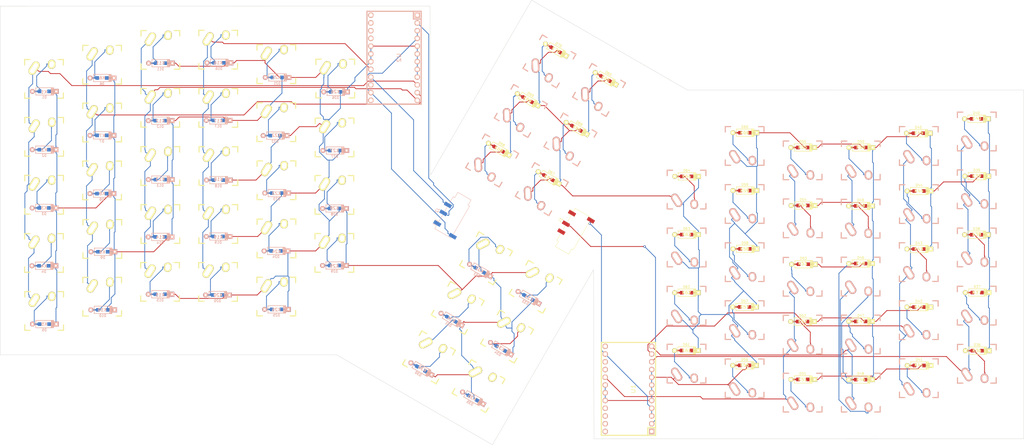
<source format=kicad_pcb>
(kicad_pcb (version 20221018) (generator pcbnew)
  (layers (0 "F.Cu" signal) (31 "B.Cu" signal) (34 "B.Paste" user) (35 "F.Paste" user) (36 "B.SilkS" user "B.Silkscreen") (37 "F.SilkS" user "F.Silkscreen") (38 "B.Mask" user) (39 "F.Mask" user) (44 "Edge.Cuts" user))
  (net 0 "")
  (net 2 "GND")
  (net 4 "VCC")
  (net 6 "Net-(D1-A)")
  (net 7 "col5")
  (net 8 "Net-(D2-A)")
  (net 9 "Net-(D3-A)")
  (net 10 "Net-(D4-A)")
  (net 11 "Net-(D5-A)")
  (net 12 "Net-(D6-A)")
  (net 13 "Net-(D7-A)")
  (net 14 "Net-(D8-A)")
  (net 15 "Net-(D9-A)")
  (net 16 "Net-(D10-A)")
  (net 17 "Net-(D11-A)")
  (net 18 "Net-(D12-A)")
  (net 19 "Net-(D13-A)")
  (net 20 "Net-(D14-A)")
  (net 21 "Net-(D15-A)")
  (net 22 "Net-(D16-A)")
  (net 23 "Net-(D17-A)")
  (net 24 "Net-(D18-A)")
  (net 25 "Net-(D19-A)")
  (net 26 "Net-(D20-A)")
  (net 27 "Net-(D21-A)")
  (net 28 "Net-(D22-A)")
  (net 29 "Net-(D23-A)")
  (net 30 "Net-(D24-A)")
  (net 31 "Net-(D25-A)")
  (net 32 "Net-(D26-A)")
  (net 33 "Net-(D27-A)")
  (net 34 "Net-(D28-A)")
  (net 35 "Net-(D29-A)")
  (net 36 "Net-(D30-A)")
  (net 37 "Net-(D31-A)")
  (net 38 "Net-(D32-A)")
  (net 39 "Net-(D33-A)")
  (net 40 "Net-(D34-A)")
  (net 41 "Net-(D35-A)")
  (net 46 "pd2")
  (net 48 "col1")
  (net 49 "col2")
  (net 50 "col3")
  (net 51 "col4")
  (net 52 "Net-(D36-A)")
  (net 53 "rcol5")
  (net 54 "Net-(D37-A)")
  (net 55 "Net-(D38-A)")
  (net 56 "Net-(D39-A)")
  (net 57 "Net-(D40-A)")
  (net 58 "Net-(D41-A)")
  (net 59 "Net-(D42-A)")
  (net 60 "Net-(D43-A)")
  (net 61 "Net-(D44-A)")
  (net 62 "Net-(D45-A)")
  (net 63 "Net-(D46-A)")
  (net 64 "Net-(D47-A)")
  (net 65 "Net-(D48-A)")
  (net 66 "Net-(D49-A)")
  (net 67 "Net-(D50-A)")
  (net 68 "Net-(D51-A)")
  (net 69 "Net-(D52-A)")
  (net 70 "Net-(D53-A)")
  (net 71 "Net-(D54-A)")
  (net 72 "Net-(D55-A)")
  (net 73 "Net-(D56-A)")
  (net 74 "Net-(D57-A)")
  (net 75 "Net-(D58-A)")
  (net 76 "Net-(D59-A)")
  (net 77 "Net-(D60-A)")
  (net 78 "Net-(D61-A)")
  (net 79 "Net-(D62-A)")
  (net 80 "Net-(D63-A)")
  (net 81 "Net-(D64-A)")
  (net 82 "Net-(D65-A)")
  (net 83 "Net-(D66-A)")
  (net 84 "Net-(D67-A)")
  (net 85 "Net-(D68-A)")
  (net 86 "Net-(D69-A)")
  (net 87 "Net-(D70-A)")
  (net 88 "rpd2")
  (net 90 "GND1")
  (net 92 "rcol1")
  (net 93 "rcol2")
  (net 94 "rcol3")
  (net 95 "rcol4")
  (net 99 "+3.3V")
  (footprint "keyboard_parts.pretty-master:D_SOD123_axial" (layer "F.Cu") (at 301.0455 66.5888 180)
    (fp_text reference "D50")
    (fp_text value "D" hide)
  )
  (footprint "keyboard_parts.pretty-master:Mx_Alps_100" (layer "F.Cu") (at 52.1016 115.5474)
    (fp_text reference "K10")
    (fp_text value "KEYSW" hide)
  )
  (footprint "keyboard_parts.pretty-master:Mx_Alps_100" (layer "F.Cu") (at 71.1508 53.551)
    (fp_text reference "K12")
    (fp_text value "KEYSW" hide)
  )
  (footprint "keyboard_parts.pretty-master:Mx_Alps_100" (layer "F.Cu") (at 52.0751 39.4161)
    (fp_text reference "K6")
    (fp_text value "KEYSW" hide)
  )
  (footprint "keyboard_parts.pretty-master:Mx_Alps_100" (layer "F.Cu") (at 109.2283 58.2683)
    (fp_text reference "K22")
    (fp_text value "KEYSW" hide)
  )
  (footprint "keyboard_parts.pretty-master:D_SOD123_axial" (layer "F.Cu") (at 282.0034 142.6935 180)
    (fp_text reference "D51")
    (fp_text value "D" hide)
  )
  (footprint "keyboard_parts.pretty-master:D_SOD123_axial" (layer "F.Cu") (at 207.7376 60.285 150)
    (fp_text reference "D66")
    (fp_text value "D" hide)
  )
  (footprint "keyboard_parts.pretty-master:D_SOD123_axial" (layer "F.Cu") (at 338.9684 57.1764 180)
    (fp_text reference "D40")
    (fp_text value "D" hide)
  )
  (footprint "keyboard_parts.pretty-master:D_SOD123_axial" (layer "F.Cu") (at 262.8882 138.0794 180)
    (fp_text reference "D56")
    (fp_text value "D" hide)
  )
  (footprint "keyboard_parts.pretty-master:Mx_Alps_100" (layer "F.Cu") (at 33.0039 44.0689)
    (fp_text reference "K1")
    (fp_text value "KEYSW" hide)
  )
  (footprint "keyboard_parts.pretty-master:D_SOD123_axial" (layer "F.Cu") (at 282.194 104.8916 180)
    (fp_text reference "D53")
    (fp_text value "D" hide)
  )
  (footprint "keyboard_parts.pretty-master:Mx_Alps_100" (layer "F.Cu") (at 52.1483 96.5932)
    (fp_text reference "K9")
    (fp_text value "KEYSW" hide)
  )
  (footprint "keyboard_parts.pretty-master:Mx_Alps_100" (layer "F.Cu") (at 178.0699 102.9389 -30)
    (fp_text reference "K32")
    (fp_text value "KEYSW" hide)
  )
  (footprint "keyboard_parts.pretty-master:D_SOD123_axial" (layer "F.Cu") (at 262.9801 61.7417 180)
    (fp_text reference "D60")
    (fp_text value "D" hide)
  )
  (footprint "keyboard_parts.pretty-master:Mx_Alps_100" (layer "F.Cu") (at 71.1926 91.6951)
    (fp_text reference "K14")
    (fp_text value "KEYSW" hide)
  )
  (footprint "keyboard_parts.pretty-master:Mx_Alps_100" (layer "F.Cu") (at 184.9549 128.6279 -30)
    (fp_text reference "K34")
    (fp_text value "KEYSW" hide)
  )
  (footprint "keyboard_parts.pretty-master:D_SOD123_axial" (layer "F.Cu") (at 300.972 142.748 180)
    (fp_text reference "D48")
    (fp_text value "D" hide)
  )
  (footprint "keyboard_parts.pretty-master:D_SOD123_axial" (layer "F.Cu") (at 191.6955 50.8839 150)
    (fp_text reference "D69")
    (fp_text value "D" hide)
  )
  (footprint "keyboard_parts.pretty-master:D_SOD123_axial" (layer "F.Cu") (at 281.9745 66.5943 180)
    (fp_text reference "D55")
    (fp_text value "D" hide)
  )
  (footprint "keyboard_parts.pretty-master:D_SOD123_axial" (layer "F.Cu") (at 319.9117 61.908 180)
    (fp_text reference "D45")
    (fp_text value "D" hide)
  )
  (footprint "keyboard_parts.pretty-master:Mx_Alps_100" (layer "F.Cu") (at 52.0646 77.378)
    (fp_text reference "K8")
    (fp_text value "KEYSW" hide)
  )
  (footprint "keyboard_parts.pretty-master:D_SOD123_axial" (layer "F.Cu") (at 320.0723 118.9574 180)
    (fp_text reference "D42")
    (fp_text value "D" hide)
  )
  (footprint "keyboard_parts.pretty-master:D_SOD123_axial" (layer "F.Cu") (at 182.2062 67.1375 150)
    (fp_text reference "D68")
    (fp_text value "D" hide)
  )
  (footprint "keyboard_parts.pretty-master:Mx_Alps_100" (layer "F.Cu") (at 90.2316 72.68)
    (fp_text reference "K18")
    (fp_text value "KEYSW" hide)
  )
  (footprint "keyboard_parts.pretty-master:D_SOD123_axial" (layer "F.Cu") (at 339.0805 75.994 180)
    (fp_text reference "D39")
    (fp_text value "D" hide)
  )
  (footprint "keyboard_parts.pretty-master:D_SOD123_axial" (layer "F.Cu") (at 200.9271 34.5501 150)
    (fp_text reference "D70")
    (fp_text value "D" hide)
  )
  (footprint "keyboard_parts.pretty-master:Mx_Alps_100" (layer "F.Cu") (at 71.0816 110.68)
    (fp_text reference "K15")
    (fp_text value "KEYSW" hide)
  )
  (footprint "keyboard_parts.pretty-master:D_SOD123_axial" (layer "F.Cu") (at 339.2093 114.1794 180)
    (fp_text reference "D37")
    (fp_text value "D" hide)
  )
  (footprint "keyboard_parts.pretty-master:D_SOD123_axial" (layer "F.Cu") (at 263.0034 99.8483 180)
    (fp_text reference "D58")
    (fp_text value "D" hide)
  )
  (footprint "keyboard_parts.pretty-master:D_SOD123_axial" (layer "F.Cu") (at 281.94 123.698 180)
    (fp_text reference "D52")
    (fp_text value "D" hide)
  )
  (footprint "keyboard_parts.pretty-master:Mx_Alps_100" (layer "F.Cu") (at 33.0549 63.0799)
    (fp_text reference "K2")
    (fp_text value "KEYSW" hide)
  )
  (footprint "keyboard_parts.pretty-master:Mx_Alps_100" (layer "F.Cu") (at 109.2816 77.33)
    (fp_text reference "K23")
    (fp_text value "KEYSW" hide)
  )
  (footprint "keyboard_parts.pretty-master:D_SOD123_axial" (layer "F.Cu") (at 339.2413 133.2549 180)
    (fp_text reference "D36")
    (fp_text value "D" hide)
  )
  (footprint "keyboard_parts.pretty-master:D_SOD123_axial" (layer "F.Cu") (at 320.1826 138.1236 180)
    (fp_text reference "D41")
    (fp_text value "D" hide)
  )
  (footprint "keyboard_parts.pretty-master:D_SOD123_axial" (layer "F.Cu") (at 300.9176 85.7552 180)
    (fp_text reference "D49")
    (fp_text value "D" hide)
  )
  (footprint "keyboard_parts.pretty-master:Mx_Alps_100" (layer "F.Cu") (at 90.1816 53.58)
    (fp_text reference "K17")
    (fp_text value "KEYSW" hide)
  )
  (footprint "keyboard_parts.pretty-master:Mx_Alps_100" (layer "F.Cu") (at 33.0538 120.2189)
    (fp_text reference "K5")
    (fp_text value "KEYSW" hide)
  )
  (footprint "keyboard_parts.pretty-master:D_SOD123_axial" (layer "F.Cu") (at 262.9794 80.72 180)
    (fp_text reference "D59")
    (fp_text value "D" hide)
  )
  (footprint "keyboard_parts.pretty-master:Mx_Alps_100" (layer "F.Cu") (at 32.987 101.1945)
    (fp_text reference "K4")
    (fp_text value "KEYSW" hide)
  )
  (footprint "keyboard_parts.pretty-master:D_SOD123_axial" (layer "F.Cu") (at 243.7926 133.1971 180)
    (fp_text reference "D61")
    (fp_text value "D" hide)
  )
  (footprint "keyboard_parts.pretty-master:Mx_Alps_100" (layer "F.Cu") (at 71.1704 72.6599)
    (fp_text reference "K13")
    (fp_text value "KEYSW" hide)
  )
  (footprint "keyboard_parts.pretty-master:Mx_Alps_100" (layer "F.Cu") (at 159.3242 135.4371 -30)
    (fp_text reference "K30")
    (fp_text value "KEYSW" hide)
  )
  (footprint "keyboard_parts.pretty-master:Mx_Alps_100" (layer "F.Cu") (at 128.2816 101.1617)
    (fp_text reference "K29")
    (fp_text value "KEYSW" hide)
  )
  (footprint "keyboard_parts.pretty-master:D_SOD123_axial" (layer "F.Cu") (at 300.9927 123.6534 180)
    (fp_text reference "D47")
    (fp_text value "D" hide)
  )
  (footprint "keyboard_parts.pretty-master:D_SOD123_axial" (layer "F.Cu") (at 243.8996 76.0726 180)
    (fp_text reference "D64")
    (fp_text value "D" hide)
  )
  (footprint "keyboard_parts.pretty-master:D_SOD123_axial" (layer "F.Cu") (at 198.5463 76.4844 150)
    (fp_text reference "D67")
    (fp_text value "D" hide)
  )
  (footprint "keyboard_parts.pretty-master:Mx_Alps_100" (layer "F.Cu") (at 90.1566 34.48)
    (fp_text reference "K16")
    (fp_text value "KEYSW" hide)
  )
  (footprint "keyboard_parts.pretty-master:D_SOD123_axial" (layer "F.Cu") (at 217.2636 43.9715 150)
    (fp_text reference "D65")
    (fp_text value "D" hide)
  )
  (footprint "keyboard_parts.pretty-master:Mx_Alps_100" (layer "F.Cu") (at 194.3295 112.3064 -30)
    (fp_text reference "K33")
    (fp_text value "KEYSW" hide)
  )
  (footprint "keyboard_parts.pretty-master:D_SOD123_axial" (layer "F.Cu") (at 262.8642 118.9027 180)
    (fp_text reference "D57")
    (fp_text value "D" hide)
  )
  (footprint "keyboard_parts.pretty-master:Mx_Alps_100" (layer "F.Cu") (at 109.2462 39.2354)
    (fp_text reference "K21")
    (fp_text value "KEYSW" hide)
  )
  (footprint "Connector_Audio:Jack_3.5mm_PJ320D_Horizontal" (layer "F.Cu") (at 207.167 93.0822 60)
    (fp_text reference "J1")
    (fp_text value "AudioJack4")
  )
  (footprint "keyboard_parts.pretty-master:D_SOD123_axial" (layer "F.Cu") (at 243.8698 95.1572 180)
    (fp_text reference "D63")
    (fp_text value "D" hide)
  )
  (footprint "keyboard_parts.pretty-master:Mx_Alps_100" (layer "F.Cu") (at 168.7463 119.2093 -30)
    (fp_text reference "K31")
    (fp_text value "KEYSW" hide)
  )
  (footprint "keyboard_parts.pretty-master:D_SOD123_axial" (layer "F.Cu") (at 282.0697 85.6129 180)
    (fp_text reference "D54")
    (fp_text value "D" hide)
  )
  (footprint "keyboard_parts.pretty-master:Mx_Alps_100" (layer "F.Cu") (at 109.2233 115.5025)
    (fp_text reference "K25")
    (fp_text value "KEYSW" hide)
  )
  (footprint "keyboard_parts.pretty-master:Pro_Micro" (layer "F.Cu") (at 224.79 145.796 90)
    (fp_text reference "U1")
    (fp_text value "ProMicro" hide)
  )
  (footprint "keyboard_parts.pretty-master:D_SOD123_axial" (layer "F.Cu") (at 320.0794 99.9098 180)
    (fp_text reference "D43")
    (fp_text value "D" hide)
  )
  (footprint "keyboard_parts.pretty-master:Mx_Alps_100" (layer "F.Cu") (at 33.0316 82.08)
    (fp_text reference "K3")
    (fp_text value "KEYSW" hide)
  )
  (footprint "keyboard_parts.pretty-master:Mx_Alps_100" (layer "F.Cu") (at 128.5816 43.949)
    (fp_text reference "K26")
    (fp_text value "KEYSW" hide)
  )
  (footprint "keyboard_parts.pretty-master:Mx_Alps_100" (layer "F.Cu") (at 109.2746 96.413)
    (fp_text reference "K24")
    (fp_text value "KEYSW" hide)
  )
  (footprint "keyboard_parts.pretty-master:Mx_Alps_100" (layer "F.Cu") (at 90.1886 91.6818)
    (fp_text reference "K19")
    (fp_text value "KEYSW" hide)
  )
  (footprint "keyboard_parts.pretty-master:D_SOD123_axial" (layer "F.Cu") (at 338.9842 95.198 180)
    (fp_text reference "D38")
    (fp_text value "D" hide)
  )
  (footprint "keyboard_parts.pretty-master:D_SOD123_axial" (layer "F.Cu") (at 320.157 80.8661 180)
    (fp_text reference "D44")
    (fp_text value "D" hide)
  )
  (footprint "keyboard_parts.pretty-master:Mx_Alps_100" (layer "F.Cu") (at 128.3468 63.2751)
    (fp_text reference "K27")
    (fp_text value "KEYSW" hide)
  )
  (footprint "keyboard_parts.pretty-master:D_SOD123_axial" (layer "F.Cu") (at 300.9854 104.6573 180)
    (fp_text reference "D46")
    (fp_text value "D" hide)
  )
  (footprint "keyboard_parts.pretty-master:Mx_Alps_100" (layer "F.Cu") (at 175.607 144.8879 -30)
    (fp_text reference "K35")
    (fp_text value "KEYSW" hide)
  )
  (footprint "keyboard_parts.pretty-master:Mx_Alps_100" (layer "F.Cu") (at 90.1108 110.6935)
    (fp_text reference "K20")
    (fp_text value "KEYSW" hide)
  )
  (footprint "keyboard_parts.pretty-master:D_SOD123_axial" (layer "F.Cu") (at 243.8549 114.2282 180)
    (fp_text reference "D62")
    (fp_text value "D" hide)
  )
  (footprint "keyboard_parts.pretty-master:Mx_Alps_100" (layer "F.Cu") (at 52.0866 58.3858)
    (fp_text reference "K7")
    (fp_text value "KEYSW" hide)
  )
  (footprint "keyboard_parts.pretty-master:Mx_Alps_100" (layer "F.Cu") (at 71.1844 34.5617)
    (fp_text reference "K11")
    (fp_text value "KEYSW" hide)
  )
  (footprint "keyboard_parts.pretty-master:Mx_Alps_100" (layer "F.Cu") (at 128.295 82.13)
    (fp_text reference "K28")
    (fp_text value "KEYSW" hide)
  )
  (footprint "keyboard_parts.pretty-master:Mx_Alps_100" (layer "B.Cu") (at 281.9418 127.967)
    (fp_text reference "K52")
    (fp_text value "KEYSW" hide)
  )
  (footprint "keyboard_parts.pretty-master:Mx_Alps_100" (layer "B.Cu") (at 243.8568 80.3992)
    (fp_text reference "K64")
    (fp_text value "KEYSW" hide)
  )
  (footprint "keyboard_parts.pretty-master:Mx_Alps_100" (layer "B.Cu") (at 262.9148 66.0736)
    (fp_text reference "K60")
    (fp_text value "KEYSW" hide)
  )
  (footprint "keyboard_parts.pretty-master:Mx_Alps_100" (layer "B.Cu") (at 320.0524 123.238)
    (fp_text reference "K42")
    (fp_text value "KEYSW" hide)
  )
  (footprint "keyboard_parts.pretty-master:Mx_Alps_100" (layer "B.Cu") (at 198.8602 38.3104 -30)
    (fp_text reference "K70")
    (fp_text value "KEYSW" hide)
  )
  (footprint "keyboard_parts.pretty-master:Mx_Alps_100" (layer "B.Cu") (at 301.0274 147.0212)
    (fp_text reference "K46")
    (fp_text value "KEYSW" hide)
  )
  (footprint "keyboard_parts.pretty-master:Mx_Alps_100" (layer "B.Cu") (at 262.9174 85.1175)
    (fp_text reference "K59")
    (fp_text value "KEYSW" hide)
  )
  (footprint "keyboard_parts.pretty-master:D_SOD123_axial" (layer "B.Cu") (at 52.2756 119.8654 180)
    (fp_text reference "D10")
    (fp_text value "D" hide)
  )
  (footprint "keyboard_parts.pretty-master:D_SOD123_axial" (layer "B.Cu") (at 90.1695 57.6913 180)
    (fp_text reference "D17")
    (fp_text value "D" hide)
  )
  (footprint "keyboard_parts.pretty-master:D_SOD123_axial" (layer "B.Cu") (at 90.1618 95.7856 180)
    (fp_text reference "D19")
    (fp_text value "D" hide)
  )
  (footprint "keyboard_parts.pretty-master:Mx_Alps_100" (layer "B.Cu") (at 215.138 47.7084 -30)
    (fp_text reference "K65")
    (fp_text value "KEYSW" hide)
  )
  (footprint "keyboard_parts.pretty-master:Mx_Alps_100" (layer "B.Cu") (at 301.0209 127.9505)
    (fp_text reference "K47")
    (fp_text value "KEYSW" hide)
  )
  (footprint "Connector_Audio:Jack_3.5mm_PJ320D_Horizontal" (layer "B.Cu") (at 166.7786 89.8048 -120)
    (fp_text reference "J2")
    (fp_text value "AudioJack4")
  )
  (footprint "keyboard_parts.pretty-master:D_SOD123_axial" (layer "B.Cu") (at 32.9534 105.3949 180)
    (fp_text reference "D4")
    (fp_text value "D" hide)
  )
  (footprint "keyboard_parts.pretty-master:Mx_Alps_100" (layer "B.Cu") (at 320.0384 104.1902)
    (fp_text reference "K43")
    (fp_text value "KEYSW" hide)
  )
  (footprint "keyboard_parts.pretty-master:D_SOD123_axial" (layer "B.Cu") (at 128.3207 105.3045 180)
    (fp_text reference "D29")
    (fp_text value "D" hide)
  )
  (footprint "keyboard_parts.pretty-master:Mx_Alps_100" (layer "B.Cu") (at 339.1099 137.5556)
    (fp_text reference "K36")
    (fp_text value "KEYSW" hide)
  )
  (footprint "keyboard_parts.pretty-master:Mx_Alps_100" (layer "B.Cu") (at 189.4622 54.5882 -30)
    (fp_text reference "K69")
    (fp_text value "KEYSW" hide)
  )
  (footprint "keyboard_parts.pretty-master:Mx_Alps_100" (layer "B.Cu") (at 243.869 99.3934)
    (fp_text reference "K63")
    (fp_text value "KEYSW" hide)
  )
  (footprint "keyboard_parts.pretty-master:D_SOD123_axial" (layer "B.Cu") (at 128.3138 86.5867 180)
    (fp_text reference "D28")
    (fp_text value "D" hide)
  )
  (footprint "keyboard_parts.pretty-master:Mx_Alps_100" (layer "B.Cu") (at 281.977 89.8235)
    (fp_text reference "K54")
    (fp_text value "KEYSW" hide)
  )
  (footprint "keyboard_parts.pretty-master:D_SOD123_axial" (layer "B.Cu") (at 33.0603 67.2991 180)
    (fp_text reference "D2")
    (fp_text value "D" hide)
  )
  (footprint "keyboard_parts.pretty-master:D_SOD123_axial" (layer "B.Cu") (at 173.7413 148.771 150)
    (fp_text reference "D35")
    (fp_text value "D" hide)
  )
  (footprint "keyboard_parts.pretty-master:Pro_Micro" (layer "B.Cu") (at 147.8772 37.1366 -90)
    (fp_text reference "U2")
    (fp_text value "ProMicro" hide)
  )
  (footprint "keyboard_parts.pretty-master:Mx_Alps_100" (layer "B.Cu") (at 281.9443 70.8023)
    (fp_text reference "K55")
    (fp_text value "KEYSW" hide)
  )
  (footprint "keyboard_parts.pretty-master:Mx_Alps_100" (layer "B.Cu") (at 262.9024 142.3217)
    (fp_text reference "K56")
    (fp_text value "KEYSW" hide)
  )
  (footprint "keyboard_parts.pretty-master:Mx_Alps_100" (layer "B.Cu") (at 243.8448 118.5031)
    (fp_text reference "K62")
    (fp_text value "KEYSW" hide)
  )
  (footprint "keyboard_parts.pretty-master:Mx_Alps_100" (layer "B.Cu") (at 320.0681 66.0721)
    (fp_text reference "K45")
    (fp_text value "KEYSW" hide)
  )
  (footprint "keyboard_parts.pretty-master:D_SOD123_axial" (layer "B.Cu") (at 52.0461 43.7717 180)
    (fp_text reference "D6")
    (fp_text value "D" hide)
  )
  (footprint "keyboard_parts.pretty-master:Mx_Alps_100" (layer "B.Cu") (at 196.342 80.264 -30)
    (fp_text reference "K67")
    (fp_text value "KEYSW" hide)
  )
  (footprint "keyboard_parts.pretty-master:D_SOD123_axial" (layer "B.Cu") (at 108.8359 62.6813 180)
    (fp_text reference "D22")
    (fp_text value "D" hide)
  )
  (footprint "keyboard_parts.pretty-master:Mx_Alps_100" (layer "B.Cu") (at 320.0733 142.2827)
    (fp_text reference "K41")
    (fp_text value "KEYSW" hide)
  )
  (footprint "keyboard_parts.pretty-master:D_SOD123_axial" (layer "B.Cu") (at 33.1113 48.1705 180)
    (fp_text reference "D1")
    (fp_text value "D" hide)
  )
  (footprint "keyboard_parts.pretty-master:Mx_Alps_100" (layer "B.Cu") (at 339.0855 61.3342)
    (fp_text reference "K40")
    (fp_text value "KEYSW" hide)
  )
  (footprint "keyboard_parts.pretty-master:D_SOD123_axial" (layer "B.Cu") (at 52.3223 100.7936 180)
    (fp_text reference "D9")
    (fp_text value "D" hide)
  )
  (footprint "keyboard_parts.pretty-master:D_SOD123_axial" (layer "B.Cu") (at 71.1548 77.1119 180)
    (fp_text reference "D13")
    (fp_text value "D" hide)
  )
  (footprint "keyboard_parts.pretty-master:D_SOD123_axial" (layer "B.Cu") (at 166.6816 122.943 150)
    (fp_text reference "D31")
    (fp_text value "D" hide)
  )
  (footprint "keyboard_parts.pretty-master:Mx_Alps_100" (layer "B.Cu") (at 300.9684 89.9545)
    (fp_text reference "K49")
    (fp_text value "KEYSW" hide)
  )
  (footprint "keyboard_parts.pretty-master:D_SOD123_axial" (layer "B.Cu") (at 90.2251 77.2907 180)
    (fp_text reference "D18")
    (fp_text value "D" hide)
  )
  (footprint "keyboard_parts.pretty-master:Mx_Alps_100" (layer "B.Cu") (at 300.9601 108.9348)
    (fp_text reference "K48")
    (fp_text value "KEYSW" hide)
  )
  (footprint "keyboard_parts.pretty-master:D_SOD123_axial" (layer "B.Cu") (at 89.9316 114.98 180)
    (fp_text reference "D20")
    (fp_text value "D" hide)
  )
  (footprint "keyboard_parts.pretty-master:Mx_Alps_100" (layer "B.Cu") (at 301.0211 70.8282)
    (fp_text reference "K50")
    (fp_text value "KEYSW" hide)
  )
  (footprint "keyboard_parts.pretty-master:D_SOD123_axial" (layer "B.Cu") (at 51.9846 81.7148 180)
    (fp_text reference "D8")
    (fp_text value "D" hide)
  )
  (footprint "keyboard_parts.pretty-master:D_SOD123_axial" (layer "B.Cu") (at 109.519 43.591 180)
    (fp_text reference "D21")
    (fp_text value "D" hide)
  )
  (footprint "keyboard_parts.pretty-master:Mx_Alps_100" (layer "B.Cu") (at 320.0865 85.1453)
    (fp_text reference "K44")
    (fp_text value "KEYSW" hide)
  )
  (footprint "keyboard_parts.pretty-master:D_SOD123_axial" (layer "B.Cu") (at 33.1102 124.5369 180)
    (fp_text reference "D5")
    (fp_text value "D" hide)
  )
  (footprint "keyboard_parts.pretty-master:Mx_Alps_100" (layer "B.Cu") (at 180.0642 70.866 -30)
    (fp_text reference "K68")
    (fp_text value "KEYSW" hide)
  )
  (footprint "keyboard_parts.pretty-master:Mx_Alps_100" (layer "B.Cu") (at 262.9208 104.2063)
    (fp_text reference "K58")
    (fp_text value "KEYSW" hide)
  )
  (footprint "keyboard_parts.pretty-master:Mx_Alps_100" (layer "B.Cu") (at 243.8452 137.5058)
    (fp_text reference "K61")
    (fp_text value "KEYSW" hide)
  )
  (footprint "keyboard_parts.pretty-master:D_SOD123_axial" (layer "B.Cu") (at 71.222 38.9173 180)
    (fp_text reference "D11")
    (fp_text value "D" hide)
  )
  (footprint "keyboard_parts.pretty-master:D_SOD123_axial" (layer "B.Cu") (at 128.4216 67.571 180)
    (fp_text reference "D27")
    (fp_text value "D" hide)
  )
  (footprint "keyboard_parts.pretty-master:D_SOD123_axial" (layer "B.Cu") (at 71.116 95.92 180)
    (fp_text reference "D14")
    (fp_text value "D" hide)
  )
  (footprint "keyboard_parts.pretty-master:Mx_Alps_100" (layer "B.Cu") (at 339.0685 99.3809)
    (fp_text reference "K38")
    (fp_text value "KEYSW" hide)
  )
  (footprint "keyboard_parts.pretty-master:D_SOD123_axial" (layer "B.Cu") (at 191.9656 115.8055 150)
    (fp_text reference "D33")
    (fp_text value "D" hide)
  )
  (footprint "keyboard_parts.pretty-master:D_SOD123_axial" (layer "B.Cu") (at 128.6838 48.3249 180)
    (fp_text reference "D26")
    (fp_text value "D" hide)
  )
  (footprint "keyboard_parts.pretty-master:Mx_Alps_100" (layer "B.Cu") (at 339.0511 80.2931)
    (fp_text reference "K39")
    (fp_text value "KEYSW" hide)
  )
  (footprint "keyboard_parts.pretty-master:Mx_Alps_100" (layer "B.Cu") (at 205.74 63.9862 -30)
    (fp_text reference "K66")
    (fp_text value "KEYSW" hide)
  )
  (footprint "keyboard_parts.pretty-master:D_SOD123_axial" (layer "B.Cu") (at 90.4041 38.7952 180)
    (fp_text reference "D16")
    (fp_text value "D" hide)
  )
  (footprint "keyboard_parts.pretty-master:D_SOD123_axial" (layer "B.Cu") (at 109.1363 100.5205 180)
    (fp_text reference "D24")
    (fp_text value "D" hide)
  )
  (footprint "keyboard_parts.pretty-master:Mx_Alps_100" (layer "B.Cu") (at 281.9492 109.0082)
    (fp_text reference "K53")
    (fp_text value "KEYSW" hide)
  )
  (footprint "keyboard_parts.pretty-master:D_SOD123_axial" (layer "B.Cu") (at 156.7756 139.199 150)
    (fp_text reference "D30")
    (fp_text value "D" hide)
  )
  (footprint "keyboard_parts.pretty-master:D_SOD123_axial" (layer "B.Cu") (at 71.1192 114.744 180)
    (fp_text reference "D15")
    (fp_text value "D" hide)
  )
  (footprint "keyboard_parts.pretty-master:D_SOD123_axial" (layer "B.Cu") (at 109.3062 119.7058 180)
    (fp_text reference "D25")
    (fp_text value "D" hide)
  )
  (footprint "keyboard_parts.pretty-master:Mx_Alps_100" (layer "B.Cu") (at 339.0592 118.4734)
    (fp_text reference "K37")
    (fp_text value "KEYSW" hide)
  )
  (footprint "keyboard_parts.pretty-master:D_SOD123_axial" (layer "B.Cu") (at 176.0273 106.861 150)
    (fp_text reference "D32")
    (fp_text value "D" hide)
  )
  (footprint "keyboard_parts.pretty-master:D_SOD123_axial" (layer "B.Cu") (at 182.8853 132.515 150)
    (fp_text reference "D34")
    (fp_text value "D" hide)
  )
  (footprint "keyboard_parts.pretty-master:D_SOD123_axial" (layer "B.Cu") (at 109.3716 81.541 180)
    (fp_text reference "D23")
    (fp_text value "D" hide)
  )
  (footprint "keyboard_parts.pretty-master:D_SOD123_axial" (layer "B.Cu") (at 52.0066 62.605 180)
    (fp_text reference "D7")
    (fp_text value "D" hide)
  )
  (footprint "keyboard_parts.pretty-master:Mx_Alps_100" (layer "B.Cu") (at 281.9501 147.0249)
    (fp_text reference "K51")
    (fp_text value "KEYSW" hide)
  )
  (footprint "keyboard_parts.pretty-master:Mx_Alps_100" (layer "B.Cu") (at 262.9039 123.2283)
    (fp_text reference "K57")
    (fp_text value "KEYSW" hide)
  )
  (footprint "keyboard_parts.pretty-master:D_SOD123_axial" (layer "B.Cu") (at 71.1374 57.7702 180)
    (fp_text reference "D12")
    (fp_text value "D" hide)
  )
  (footprint "keyboard_parts.pretty-master:D_SOD123_axial" (layer "B.Cu") (at 33.037 86.4168 180)
    (fp_text reference "D3")
    (fp_text value "D" hide)
  )
  (gr_poly (pts (xy 18.617938 20.186887) (xy 159.667526 20.166999) (xy 159.83484 75.68693) (xy 193.004782 18.234906) (xy 244.099348 47.71462) (xy 354.547348 47.720446) (xy 354.547348 162.17662) (xy 213.49776 162.196508) (xy 213.330446 106.676577) (xy 180.160504 164.128601) (xy 129.065938 134.648887) (xy 18.617938 134.643061)) (stroke (width 0.1)) (fill none) (layer "Edge.Cuts"))
  (segment (start 147.0275 73.6164) (end 147.0275 55.3369) (width 0.25) (layer "B.Cu") (net 2))
  (segment (start 165.5519 94.7833) (end 165.5519 94.1162) (width 0.25) (layer "B.Cu") (net 2))
  (segment (start 164.5907 91.1796) (end 147.0275 73.6164) (width 0.25) (layer "B.Cu") (net 2))
  (segment (start 165.5519 94.1162) (end 164.5907 93.155) (width 0.25) (layer "B.Cu") (net 2))
  (segment (start 155.4972 30.7866) (end 155.4972 28.2466) (width 0.25) (layer "B.Cu") (net 2))
  (segment (start 165.5518 94.7834) (end 165.5519 94.7833) (width 0.25) (layer "B.Cu") (net 2))
  (segment (start 139.0042 42.9902) (end 139.7778 42.2166) (width 0.25) (layer "B.Cu") (net 2))
  (segment (start 164.5907 93.155) (end 164.5907 91.1796) (width 0.25) (layer "B.Cu") (net 2))
  (segment (start 140.2572 48.5666) (end 139.0042 47.3136) (width 0.25) (layer "B.Cu") (net 2))
  (segment (start 147.0275 55.3369) (end 140.2572 48.5666) (width 0.25) (layer "B.Cu") (net 2))
  (segment (start 139.0042 47.3136) (end 139.0042 42.9902) (width 0.25) (layer "B.Cu") (net 2))
  (segment (start 167.1307 95.695) (end 165.5518 94.7834) (width 0.25) (layer "B.Cu") (net 2))
  (segment (start 139.7778 42.2166) (end 144.0672 42.2166) (width 0.25) (layer "B.Cu") (net 2))
  (segment (start 144.0672 42.2166) (end 155.4972 30.7866) (width 0.25) (layer "B.Cu") (net 2))
  (segment (start 165.5515 85.4302) (end 163.9726 84.5186) (width 0.25) (layer "B.Cu") (net 4))
  (segment (start 163.9727 83.8514) (end 154.2955 74.1742) (width 0.25) (layer "B.Cu") (net 4))
  (segment (start 163.9727 84.5185) (end 163.9727 83.8514) (width 0.25) (layer "B.Cu") (net 4))
  (segment (start 154.2955 74.1742) (end 154.2955 57.5249) (width 0.25) (layer "B.Cu") (net 4))
  (segment (start 163.9726 84.5186) (end 163.9727 84.5185) (width 0.25) (layer "B.Cu") (net 4))
  (segment (start 154.2955 57.5249) (end 140.2572 43.4866) (width 0.25) (layer "B.Cu") (net 4))
  (segment (start 29.2113 48.1705) (end 30.4113 48.1705) (width 0.25) (layer "B.Cu") (net 6))
  (segment (start 31.9866 47.7391) (end 30.6082 46.3607) (width 0.25) (layer "B.Cu") (net 6))
  (segment (start 30.4113 48.1705) (end 31.5363 48.1705) (width 0.25) (layer "B.Cu") (net 6))
  (segment (start 30.4113 48.1705) (end 31.9866 48.1705) (width 0.25) (layer "B.Cu") (net 6))
  (segment (start 30.6082 43.1227) (end 33.8881 39.8428) (width 0.25) (layer "B.Cu") (net 6))
  (segment (start 35.5239 39.2789) (end 33.8881 39.1674) (width 0.25) (layer "B.Cu") (net 6))
  (segment (start 30.6082 46.3607) (end 30.6082 43.1227) (width 0.25) (layer "B.Cu") (net 6))
  (segment (start 33.8881 39.8428) (end 33.8881 39.1674) (width 0.25) (layer "B.Cu") (net 6))
  (segment (start 31.9866 48.1705) (end 31.9866 47.7391) (width 0.25) (layer "B.Cu") (net 6))
  (segment (start 93.269 114.98) (end 92.7063 114.98) (width 0.25) (layer "F.Cu") (net 7))
  (segment (start 91.8189 56.566) (end 92.9442 57.6913) (width 0.25) (layer "F.Cu") (net 7))
  (segment (start 162.3782 105.3045) (end 170.2653 113.1916) (width 0.25) (layer "F.Cu") (net 7))
  (segment (start 77.5058 116.1053) (end 91.581 116.1053) (width 0.25) (layer "F.Cu") (net 7))
  (segment (start 105.9912 35.7154) (end 105.5542 36.1524) (width 0.25) (layer "F.Cu") (net 7))
  (segment (start 93.269 114.98) (end 93.8316 114.98) (width 0.25) (layer "F.Cu") (net 7))
  (segment (start 75.016 95.92) (end 73.8907 95.92) (width 0.25) (layer "F.Cu") (net 7))
  (segment (start 179.4048 108.811) (end 178.1692 108.0976) (width 0.25) (layer "F.Cu") (net 7))
  (segment (start 93.5069 57.6913) (end 94.0695 57.6913) (width 0.25) (layer "F.Cu") (net 7))
  (segment (start 36.937 86.4168) (end 50.0573 86.4168) (width 0.25) (layer "F.Cu") (net 7))
  (segment (start 105.5542 38.0361) (end 105.5542 38.8467) (width 0.25) (layer "F.Cu") (net 7))
  (segment (start 77.2505 39.9205) (end 92.0535 39.9205) (width 0.25) (layer "F.Cu") (net 7))
  (segment (start 160.1531 141.149) (end 161.3887 141.8624) (width 0.25) (layer "F.Cu") (net 7))
  (segment (start 122.109 81.541) (end 125.04 78.61) (width 0.25) (layer "F.Cu") (net 7))
  (segment (start 122.3727 59.7551) (end 116.7874 59.7551) (width 0.25) (layer "F.Cu") (net 7))
  (segment (start 167.6874 114.5334) (end 170.2653 113.1916) (width 0.25) (layer "F.Cu") (net 7))
  (segment (start 55.8846 81.7148) (end 54.7593 81.7148) (width 0.25) (layer "F.Cu") (net 7))
  (segment (start 76.1445 114.744) (end 77.5058 116.1053) (width 0.25) (layer "F.Cu") (net 7))
  (segment (start 73.8907 95.92) (end 69.0171 100.7936) (width 0.25) (layer "F.Cu") (net 7))
  (segment (start 76.1627 57.7702) (end 77.3669 56.566) (width 0.25) (layer "F.Cu") (net 7))
  (segment (start 179.4048 108.811) (end 180.1182 107.5754) (width 0.25) (layer "F.Cu") (net 7))
  (segment (start 91.581 116.1053) (end 92.7063 114.98) (width 0.25) (layer "F.Cu") (net 7))
  (segment (start 94.0618 95.7856) (end 103.127 95.7856) (width 0.25) (layer "F.Cu") (net 7))
  (segment (start 50.0573 86.4168) (end 54.7593 81.7148) (width 0.25) (layer "F.Cu") (net 7))
  (segment (start 102.5459 77.2907) (end 106.0266 73.81) (width 0.25) (layer "F.Cu") (net 7))
  (segment (start 103.0303 57.6913) (end 105.9733 54.7483) (width 0.25) (layer "F.Cu") (net 7))
  (segment (start 170.2653 113.1916) (end 174.6459 108.811) (width 0.25) (layer "F.Cu") (net 7))
  (segment (start 94.1251 77.2907) (end 102.5459 77.2907) (width 0.25) (layer "F.Cu") (net 7))
  (segment (start 113.2716 81.541) (end 122.109 81.541) (width 0.25) (layer "F.Cu") (net 7))
  (segment (start 92.0535 39.9205) (end 93.1788 38.7952) (width 0.25) (layer "F.Cu") (net 7))
  (segment (start 140.2572 33.3266) (end 155.4972 33.3266) (width 0.25) (layer "F.Cu") (net 7))
  (segment (start 174.6459 108.811) (end 177.4558 108.811) (width 0.25) (layer "F.Cu") (net 7))
  (segment (start 161.3887 141.8624) (end 162.1021 141.149) (width 0.25) (layer "F.Cu") (net 7))
  (segment (start 102.9708 114.98) (end 105.9683 111.9825) (width 0.25) (layer "F.Cu") (net 7))
  (segment (start 75.0192 114.744) (end 76.1445 114.744) (width 0.25) (layer "F.Cu") (net 7))
  (segment (start 183.896 123.952) (end 171.0671 123.952) (width 0.25) (layer "F.Cu") (net 7))
  (segment (start 125.0918 59.7551) (end 123.4308 58.697) (width 0.25) (layer "F.Cu") (net 7))
  (segment (start 105.5542 38.8467) (end 110.2985 43.591) (width 0.25) (layer "F.Cu") (net 7))
  (segment (start 122.1478 100.5205) (end 125.0266 97.6417) (width 0.25) (layer "F.Cu") (net 7))
  (segment (start 173.6111 141.149) (end 174.5481 140.212) (width 0.25) (layer "F.Cu") (net 7))
  (segment (start 105.5542 36.1524) (end 105.5542 38.0361) (width 0.25) (layer "F.Cu") (net 7))
  (segment (start 112.7359 62.6813) (end 113.8612 62.6813) (width 0.25) (layer "F.Cu") (net 7))
  (segment (start 170.0591 124.893) (end 170.7725 123.6574) (width 0.25) (layer "F.Cu") (net 7))
  (segment (start 77.3669 56.566) (end 91.8189 56.566) (width 0.25) (layer "F.Cu") (net 7))
  (segment (start 95.4294 38.7952) (end 96.1885 38.0361) (width 0.25) (layer "F.Cu") (net 7))
  (segment (start 193.2706 107.6305) (end 180.1733 107.6305) (width 0.25) (layer "F.Cu") (net 7))
  (segment (start 76.2473 38.9173) (end 77.2505 39.9205) (width 0.25) (layer "F.Cu") (net 7))
  (segment (start 123.4308 58.697) (end 122.3727 59.7551) (width 0.25) (layer "F.Cu") (net 7))
  (segment (start 113.419 43.591) (end 122.1646 43.591) (width 0.25) (layer "F.Cu") (net 7))
  (segment (start 180.1733 107.6305) (end 180.1182 107.5754) (width 0.25) (layer "F.Cu") (net 7))
  (segment (start 103.127 95.7856) (end 106.0196 92.893) (width 0.25) (layer "F.Cu") (net 7))
  (segment (start 96.1885 38.0361) (end 105.5542 38.0361) (width 0.25) (layer "F.Cu") (net 7))
  (segment (start 122.1646 43.591) (end 125.3266 40.429) (width 0.25) (layer "F.Cu") (net 7))
  (segment (start 94.3041 38.7952) (end 95.4294 38.7952) (width 0.25) (layer "F.Cu") (net 7))
  (segment (start 75.122 38.9173) (end 76.2473 38.9173) (width 0.25) (layer "F.Cu") (net 7))
  (segment (start 94.3041 38.7952) (end 93.1788 38.7952) (width 0.25) (layer "F.Cu") (net 7))
  (segment (start 177.4558 108.811) (end 178.1692 108.0976) (width 0.25) (layer "F.Cu") (net 7))
  (segment (start 162.1021 141.149) (end 173.6111 141.149) (width 0.25) (layer "F.Cu") (net 7))
  (segment (start 93.5069 57.6913) (end 92.9442 57.6913) (width 0.25) (layer "F.Cu") (net 7))
  (segment (start 110.2985 43.591) (end 113.419 43.591) (width 0.25) (layer "F.Cu") (net 7))
  (segment (start 69.0171 100.7936) (end 56.2223 100.7936) (width 0.25) (layer "F.Cu") (net 7))
  (segment (start 94.0695 57.6913) (end 103.0303 57.6913) (width 0.25) (layer "F.Cu") (net 7))
  (segment (start 171.0671 123.952) (end 170.7725 123.6574) (width 0.25) (layer "F.Cu") (net 7))
  (segment (start 116.7874 59.7551) (end 113.8612 62.6813) (width 0.25) (layer "F.Cu") (net 7))
  (segment (start 132.2207 105.3045) (end 162.3782 105.3045) (width 0.25) (layer "F.Cu") (net 7))
  (segment (start 113.0363 100.5205) (end 122.1478 100.5205) (width 0.25) (layer "F.Cu") (net 7))
  (segment (start 75.0374 57.7702) (end 76.1627 57.7702) (width 0.25) (layer "F.Cu") (net 7))
  (segment (start 93.8316 114.98) (end 102.9708 114.98) (width 0.25) (layer "F.Cu") (net 7))
  (segment (start 124.6237 60.2232) (end 125.0918 59.7551) (width 0.25) (layer "B.Cu") (net 7))
  (segment (start 112.219 43.591) (end 113.419 43.591) (width 0.25) (layer "B.Cu") (net 7))
  (segment (start 92.6316 114.98) (end 93.8316 114.98) (width 0.25) (layer "B.Cu") (net 7))
  (segment (start 170.0591 126.842) (end 170.0591 134.8145) (width 0.25) (layer "B.Cu") (net 7))
  (segment (start 126.5551 90.8457) (end 126.5551 95.2422) (width 0.25) (layer "B.Cu") (net 7))
  (segment (start 75.016 95.92) (end 75.016 90.0437) (width 0.25) (layer "B.Cu") (net 7))
  (segment (start 169.6199 124.893) (end 169.0199 124.293) (width 0.25) (layer "B.Cu") (net 7))
  (segment (start 72.7124 57.7702) (end 73.8374 57.7702) (width 0.25) (layer "B.Cu") (net 7))
  (segment (start 158.2653 130.7612) (end 160.8432 129.4194) (width 0.25) (layer "B.Cu") (net 7))
  (segment (start 124.109 46.4528) (end 124.8056 45.7562) (width 0.25) (layer "B.Cu") (net 7))
  (segment (start 186.7213 134.7297) (end 186.8754 134.5756) (width 0.25) (layer "B.Cu") (net 7))
  (segment (start 110.7113 100.5205) (end 111.8363 100.5205) (width 0.25) (layer "B.Cu") (net 7))
  (segment (start 132.4374 98.1578) (end 132.4374 87.9356) (width 0.25) (layer "B.Cu") (net 7))
  (segment (start 110.9466 81.541) (end 110.9466 82.4663) (width 0.25) (layer "B.Cu") (net 7))
  (segment (start 155.4972 35.8666) (end 155.4972 33.3266) (width 0.25) (layer "B.Cu") (net 7))
  (segment (start 186.5485 123.8472) (end 192.743 117.6527) (width 0.25) (layer "B.Cu") (net 7))
  (segment (start 53.5596 81.7148) (end 54.6846 81.7148) (width 0.25) (layer "B.Cu") (net 7))
  (segment (start 109.0189 108.7845) (end 108.2203 109.5831) (width 0.25) (layer "B.Cu") (net 7))
  (segment (start 184.8822 125.8464) (end 184.8821 125.8465) (width 0.25) (layer "B.Cu") (net 7))
  (segment (start 179.4048 108.811) (end 180.6404 109.5244) (width 0.25) (layer "B.Cu") (net 7))
  (segment (start 53.8506 119.8654) (end 53.8506 119.4027) (width 0.25) (layer "B.Cu") (net 7))
  (segment (start 56.225 76.4977) (end 55.8846 76.8381) (width 0.25) (layer "B.Cu") (net 7))
  (segment (start 124.7894 57.3557) (end 124.6712 57.2375) (width 0.25) (layer "B.Cu") (net 7))
  (segment (start 124.109 47.1995) (end 124.109 46.4528) (width 0.25) (layer "B.Cu") (net 7))
  (segment (start 166.7816 123.481) (end 166.7816 123.3919) (width 0.25) (layer "B.Cu") (net 7))
  (segment (start 91.7445 57.6913) (end 92.8695 57.6913) (width 0.25) (layer "B.Cu") (net 7))
  (segment (start 37.0113 48.1705) (end 37.0113 49.2958) (width 0.25) (layer "B.Cu") (net 7))
  (segment (start 129.8888 86.5867) (end 129.8888 87.512) (width 0.25) (layer "B.Cu") (net 7))
  (segment (start 126.6204 57.3557) (end 124.7894 57.3557) (width 0.25) (layer "B.Cu") (net 7))
  (segment (start 55.9066 56.3648) (end 56.2354 56.036) (width 0.25) (layer "B.Cu") (net 7))
  (segment (start 73.816 95.92) (end 75.016 95.92) (width 0.25) (layer "B.Cu") (net 7))
  (segment (start 54.5129 119.4027) (end 54.9756 119.8654) (width 0.25) (layer "B.Cu") (net 7))
  (segment (start 56.3298 83.2853) (end 55.8846 82.8401) (width 0.25) (layer "B.Cu") (net 7))
  (segment (start 111.094 48.7568) (end 107.5019 52.3489) (width 0.25) (layer "B.Cu") (net 7))
  (segment (start 53.6211 43.7717) (end 54.7461 43.7717) (width 0.25) (layer "B.Cu") (net 7))
  (segment (start 126.03 70.7316) (end 123.3962 68.0978) (width 0.25) (layer "B.Cu") (net 7))
  (segment (start 56.2354 56.036) (end 56.2354 45.1863) (width 0.25) (layer "B.Cu") (net 7))
  (segment (start 106.0266 73.81) (end 107.5552 71.4106) (width 0.25) (layer "B.Cu") (net 7))
  (segment (start 125.3266 42.3081) (end 125.3266 40.429) (width 0.25) (layer "B.Cu") (net 7))
  (segment (start 111.094 43.591) (end 112.219 43.591) (width 0.25) (layer "B.Cu") (net 7))
  (segment (start 184.6611 133.3025) (end 185.2236 133.865) (width 0.25) (layer "B.Cu") (net 7))
  (segment (start 131.3838 48.3249) (end 132.5838 48.3249) (width 0.25) (layer "B.Cu") (net 7))
  (segment (start 177.1188 150.721) (end 176.6796 150.721) (width 0.25) (layer "B.Cu") (net 7))
  (segment (start 54.6846 81.7148) (end 55.8846 81.7148) (width 0.25) (layer "B.Cu") (net 7))
  (segment (start 123.6584 55.5388) (end 123.6584 47.6501) (width 0.25) (layer "B.Cu") (net 7))
  (segment (start 56.0475 94.4909) (end 56.3298 94.2086) (width 0.25) (layer "B.Cu") (net 7))
  (segment (start 132.1457 105.3045) (end 132.2207 105.3045) (width 0.25) (layer "B.Cu") (net 7))
  (segment (start 174.0894 147.7743) (end 174.0894 148.9718) (width 0.25) (layer "B.Cu") (net 7))
  (segment (start 36.8907 66.1042) (end 36.9603 66.1738) (width 0.25) (layer "B.Cu") (net 7))
  (segment (start 113.0363 100.5205) (end 113.0363 101.6458) (width 0.25) (layer "B.Cu") (net 7))
  (segment (start 180.6404 110.2662) (end 182.9099 112.5357) (width 0.25) (layer "B.Cu") (net 7))
  (segment (start 125.0918 59.7551) (end 126.6204 57.3557) (width 0.25) (layer "B.Cu") (net 7))
  (segment (start 113.3831 113.5147) (end 113.3831 109.1313) (width 0.25) (layer "B.Cu") (net 7))
  (segment (start 105.9733 54.7483) (end 107.5019 52.3489) (width 0.25) (layer "B.Cu") (net 7))
  (segment (start 158.5514 139.9865) (end 159.1139 140.549) (width 0.25) (layer "B.Cu") (net 7))
  (segment (start 126.7663 90.6345) (end 126.5551 90.8457) (width 0.25) (layer "B.Cu") (net 7))
  (segment (start 180.6404 109.5244) (end 180.6404 110.2662) (width 0.25) (layer "B.Cu") (net 7))
  (segment (start 127.7613 70.7316) (end 126.5685 70.7316) (width 0.25) (layer "B.Cu") (net 7))
  (segment (start 126.5685 70.7316) (end 126.03 70.7316) (width 0.25) (layer "B.Cu") (net 7))
  (segment (start 36.937 87.5421) (end 37.151 87.7561) (width 0.25) (layer "B.Cu") (net 7))
  (segment (start 92.8695 57.6913) (end 94.0695 57.6913) (width 0.25) (layer "B.Cu") (net 7))
  (segment (start 177.3913 107.6485) (end 176.3753 107.0619) (width 0.25) (layer "B.Cu") (net 7))
  (segment (start 75.0548 70.8121) (end 75.3652 70.5017) (width 0.25) (layer "B.Cu") (net 7))
  (segment (start 135.0233 44.7601) (end 132.5838 47.1996) (width 0.25) (layer "B.Cu") (net 7))
  (segment (start 36.8557 81.536) (end 36.8557 85.3849) (width 0.25) (layer "B.Cu") (net 7))
  (segment (start 168.4574 123.7305) (end 169.0199 124.293) (width 0.25) (layer "B.Cu") (net 7))
  (segment (start 36.937 86.4168) (end 37.3123 86.4168) (width 0.25) (layer "B.Cu") (net 7))
  (segment (start 124.8056 43.7021) (end 124.862 43.6457) (width 0.25) (layer "B.Cu") (net 7))
  (segment (start 169.3457 126.1286) (end 170.0591 126.842) (width 0.25) (layer "B.Cu") (net 7))
  (segment (start 184.2493 133.3025) (end 184.6611 133.3025) (width 0.25) (layer "B.Cu") (net 7))
  (segment (start 168.0456 123.7305) (end 168.4574 123.7305) (width 0.25) (layer "B.Cu") (net 7))
  (segment (start 129.8888 87.512) (end 126.7663 90.6345) (width 0.25) (layer "B.Cu") (net 7))
  (segment (start 34.612 86.4168) (end 35.737 86.4168) (width 0.25) (layer "B.Cu") (net 7))
  (segment (start 132.2138 86.5867) (end 132.2138 87.712) (width 0.25) (layer "B.Cu") (net 7))
  (segment (start 75.0548 77.1119) (end 75.0548 78.2372) (width 0.25) (layer "B.Cu") (net 7))
  (segment (start 135.0233 43.6405) (end 135.0233 44.7601) (width 0.25) (layer "B.Cu") (net 7))
  (segment (start 170.0591 134.8145) (end 173.562 138.3174) (width 0.25) (layer "B.Cu") (net 7))
  (segment (start 53.5816 62.605) (end 54.7066 62.605) (width 0.25) (layer "B.Cu") (net 7))
  (segment (start 91.7368 95.7856) (end 92.8618 95.7856) (width 0.25) (layer "B.Cu") (net 7))
  (segment (start 129.9966 68.4963) (end 127.7613 70.7316) (width 0.25) (layer "B.Cu") (net 7))
  (segment (start 140.2572 35.8666) (end 140.2572 38.4066) (width 0.25) (layer "B.Cu") (net 7))
  (segment (start 178.9656 108.811) (end 178.3656 108.211) (width 0.25) (layer "B.Cu") (net 7))
  (segment (start 129.8888 86.5867) (end 131.0138 86.5867) (width 0.25) (layer "B.Cu") (net 7))
  (segment (start 126.5685 76.2105) (end 126.5686 76.2106) (width 0.25) (layer "B.Cu") (net 7))
  (segment (start 35.8113 48.1705) (end 37.0113 48.1705) (width 0.25) (layer "B.Cu") (net 7))
  (segment (start 75.3652 59.2233) (end 75.0374 58.8955) (width 0.25) (layer "B.Cu") (net 7))
  (segment (start 124.862 42.7727) (end 125.3266 42.3081) (width 0.25) (layer "B.Cu") (net 7))
  (segment (start 124.6237 64.9894) (end 124.6237 60.2232) (width 0.25) (layer "B.Cu") (net 7))
  (segment (start 186.8754 134.5756) (end 186.8754 132.2132) (width 0.25) (layer "B.Cu") (net 7))
  (segment (start 55.9461 43.7717) (end 55.9461 44.897) (width 0.25) (layer "B.Cu") (net 7))
  (segment (start 132.1457 98.4495) (end 132.4374 98.1578) (width 0.25) (layer "B.Cu") (net 7))
  (segment (start 113.0363 108.7845) (end 113.0363 101.6458) (width 0.25) (layer "B.Cu") (net 7))
  (segment (start 124.8056 45.7562) (end 124.8056 43.7021) (width 0.25) (layer "B.Cu") (net 7))
  (segment (start 35.8102 124.5369) (end 36.9352 124.5369) (width 0.25) (layer "B.Cu") (net 7))
  (segment (start 159.7139 141.149) (end 159.1139 140.549) (width 0.25) (layer "B.Cu") (net 7))
  (segment (start 108.2203 109.5831) (end 107.4969 109.5831) (width 0.25) (layer "B.Cu") (net 7))
  (segment (start 72.797 38.9173) (end 73.922 38.9173) (width 0.25) (layer "B.Cu") (net 7))
  (segment (start 36.9603 67.2991) (end 36.9603 68.4244) (width 0.25) (layer "B.Cu") (net 7))
  (segment (start 186.2628 134.465) (end 186.7213 134.7297) (width 0.25) (layer "B.Cu") (net 7))
  (segment (start 193.7414 116.593) (end 194.3039 117.1555) (width 0.25) (layer "B.Cu") (net 7))
  (segment (start 75.016 90.0437) (end 75.3939 89.6658) (width 0.25) (layer "B.Cu") (net 7))
  (segment (start 34.5284 105.3949) (end 35.6534 105.3949) (width 0.25) (layer "B.Cu") (net 7))
  (segment (start 123.6584 47.6501) (end 124.109 47.1995) (width 0.25) (layer "B.Cu") (net 7))
  (segment (start 55.9066 62.605) (end 55.9066 56.3648) (width 0.25) (layer "B.Cu") (net 7))
  (segment (start 110.4109 62.6813) (end 111.5359 62.6813) (width 0.25) (layer "B.Cu") (net 7))
  (segment (start 91.8001 77.2907) (end 92.9251 77.2907) (width 0.25) (layer "B.Cu") (net 7))
  (segment (start 123.3962 66.2169) (end 124.6237 64.9894) (width 0.25) (layer "B.Cu") (net 7))
  (segment (start 73.8374 57.7702) (end 75.0374 57.7702) (width 0.25) (layer "B.Cu") (net 7))
  (segment (start 37.2012 106.868) (end 36.8534 106.5202) (width 0.25) (layer "B.Cu") (net 7))
  (segment (start 72.7298 77.1119) (end 73.8548 77.1119) (width 0.25) (layer "B.Cu") (net 7))
  (segment (start 56.2354 45.1863) (end 55.9461 44.897) (width 0.25) (layer "B.Cu") (net 7))
  (segment (start 194.9039 117.7555) (end 194.3039 117.1555) (width 0.25) (layer "B.Cu") (net 7))
  (segment (start 179.4048 108.811) (end 178.9656 108.811) (width 0.25) (layer "B.Cu") (net 7))
  (segment (start 123.3962 68.0978) (end 123.3962 66.2169) (width 0.25) (layer "B.Cu") (net 7))
  (segment (start 36.8534 105.3949) (end 36.8534 106.5202) (width 0.25) (layer "B.Cu") (net 7))
  (segment (start 54.7066 62.605) (end 55.9066 62.605) (width 0.25) (layer "B.Cu") (net 7))
  (segment (start 75.0374 57.7702) (end 75.0374 58.8955) (width 0.25) (layer "B.Cu") (net 7))
  (segment (start 110.9466 82.4663) (end 107.5481 85.8648) (width 0.25) (layer "B.Cu") (net 7))
  (segment (start 53.8973 100.7936) (end 55.0223 100.7936) (width 0.25) (layer "B.Cu") (net 7))
  (segment (start 125.04 83.4566) (end 125.04 78.61) (width 0.25) (layer "B.Cu") (net 7))
  (segment (start 56.2704 114.6587) (end 56.2704 101.967) (width 0.25) (layer "B.Cu") (net 7))
  (segment (start 55.9066 63.7303) (end 56.225 64.0487) (width 0.25) (layer "B.Cu") (net 7))
  (segment (start 126.5551 95.2422) (end 126.5552 95.2423) (width 0.25) (layer "B.Cu") (net 7))
  (segment (start 123.2884 85.2082) (end 125.04 83.4566) (width 0.25) (layer "B.Cu") (net 7))
  (segment (start 112.0716 81.541) (end 113.2716 81.541) (width 0.25) (layer "B.Cu") (net 7))
  (segment (start 36.9603 67.2991) (end 36.9603 66.1738) (width 0.25) (layer "B.Cu") (net 7))
  (segment (start 173.2603 141.4998) (end 173.2603 146.9452) (width 0.25) (layer "B.Cu") (net 7))
  (segment (start 92.9251 77.2907) (end 94.1251 77.2907) (width 0.25) (layer "B.Cu") (net 7))
  (segment (start 182.9099 112.5357) (end 182.9099 122.0574) (width 0.25) (layer "B.Cu") (net 7))
  (segment (start 110.4109 62.6813) (end 110.4109 63.6066) (width 0.25) (layer "B.Cu") (net 7))
  (segment (start 174.0894 148.9718) (end 174.0893 148.9719) (width 0.25) (layer "B.Cu") (net 7))
  (segment (start 129.8957 105.3045) (end 131.0207 105.3045) (width 0.25) (layer "B.Cu") (net 7))
  (segment (start 75.3939 78.5763) (end 75.0548 78.2372) (width 0.25) (layer "B.Cu") (net 7))
  (segment (start 193.3296 116.593) (end 192.743 117.609) (width 0.25) (layer "B.Cu") (net 7))
  (segment (start 53.8506 119.4027) (end 53.8506 118.9401) (width 0.25) (layer "B.Cu") (net 7))
  (segment (start 183.896 123.952) (end 182.9099 122.0574) (width 0.25) (layer "B.Cu") (net 7))
  (segment (start 160.8432 129.4194) (end 166.7816 123.481) (width 0.25) (layer "B.Cu") (net 7))
  (segment (start 140.2572 35.8666) (end 140.2572 33.3266) (width 0.25) (layer "B.Cu") (net 7))
  (segment (start 155.4972 43.4866) (end 155.4972 40.9466) (width 0.25) (layer "B.Cu") (net 7))
  (segment (start 55.0797 117.711) (end 55.0797 115.8494) (width 0.25) (layer "B.Cu") (net 7))
  (segment (start 124.6712 56.5516) (end 123.6584 55.5388) (width 0.25) (layer "B.Cu") (net 7))
  (segment (start 186.5485 125.8464) (end 184.8822 125.8464) (width 0.25) (layer "B.Cu") (net 7))
  (segment (start 175.5171 149.5585) (end 176.0796 150.121) (width 0.25) (layer "B.Cu") (net 7))
  (segment (start 168.0456 123.7305) (end 167.0296 123.1439) (width 0.25) (layer "B.Cu") (net 7))
  (segment (start 176.6796 150.721) (end 176.0796 150.121) (width 0.25) (layer "B.Cu") (net 7))
  (segment (start 35.7603 67.2991) (end 36.9603 67.2991) (width 0.25) (layer "B.Cu") (net 7))
  (segment (start 36.9603 68.4244) (end 37.2286 68.6927) (width 0.25) (layer "B.Cu") (net 7))
  (segment (start 75.3939 89.6658) (end 75.3939 78.5763) (width 0.25) (layer "B.Cu") (net 7))
  (segment (start 35.6534 105.3949) (end 36.8534 105.3949) (width 0.25) (layer "B.Cu") (net 7))
  (segment (start 107.5551 71.4105) (end 107.5552 71.4106) (width 0.25) (layer "B.Cu") (net 7))
  (segment (start 93.1041 38.7952) (end 94.3041 38.7952) (width 0.25) (layer "B.Cu") (net 7))
  (segment (start 54.7461 43.7717) (end 55.9461 43.7717) (width 0.25) (layer "B.Cu") (net 7))
  (segment (start 131.1216 67.571) (end 132.3216 67.571) (width 0.25) (layer "B.Cu") (net 7))
  (segment (start 110.8812 119.7058) (end 112.0062 119.7058) (width 0.25) (layer "B.Cu") (net 7))
  (segment (start 37.0113 49.2958) (end 37.2521 49.5366) (width 0.25) (layer "B.Cu") (net 7))
  (segment (start 55.0797 115.8494) (end 56.2704 114.6587) (width 0.25) (layer "B.Cu") (net 7))
  (segment (start 113.0562 119.7058) (end 113.2062 119.7058) (width 0.25) (layer "B.Cu") (net 7))
  (segment (start 126.5685 70.7316) (end 126.5685 76.2105) (width 0.25) (layer "B.Cu") (net 7))
  (segment (start 129.9966 67.571) (end 131.1216 67.571) (width 0.25) (layer "B.Cu") (net 7))
  (segment (start 113.0363 108.7845) (end 109.0189 108.7845) (width 0.25) (layer "B.Cu") (net 7))
  (segment (start 132.5838 48.3249) (end 132.5838 47.1996) (width 0.25) (layer "B.Cu") (net 7))
  (segment (start 36.8557 85.3849) (end 37.3123 85.8415) (width 0.25) (layer "B.Cu") (net 7))
  (segment (start 113.0562 119.7058) (end 113.0562 113.8416) (width 0.25) (layer "B.Cu") (net 7))
  (segment (start 55.8846 81.7148) (end 55.8846 82.8401) (width 0.25) (layer "B.Cu") (net 7))
  (segment (start 36.9352 124.5369) (end 36.9352 119.3086) (width 0.25) (layer "B.Cu") (net 7))
  (segment (start 187.2836 131.805) (end 187.2836 127.6764) (width 0.25) (layer "B.Cu") (net 7))
  (segment (start 129.9966 67.571) (end 129.9966 68.4963) (width 0.25) (layer "B.Cu") (net 7))
  (segment (start 107.5551 66.4624) (end 107.5551 71.4105) (width 0.25) (layer "B.Cu") (net 7))
  (segment (start 132.4374 87.9356) (end 132.2138 87.712) (width 0.25) (layer "B.Cu") (net 7))
  (segment (start 112.0062 119.7058) (end 113.0562 119.7058) (width 0.25) (layer "B.Cu") (net 7))
  (segment (start 125.04 78.61) (end 126.5686 76.2106) (width 0.25) (layer "B.Cu") (net 7))
  (segment (start 113.3831 109.1313) (end 113.0363 108.7845) (width 0.25) (layer "B.Cu") (net 7))
  (segment (start 91.5066 114.98) (end 92.6316 114.98) (width 0.25) (layer "B.Cu") (net 7))
  (segment (start 56.1756 119.8654) (end 54.9756 119.8654) (width 0.25) (layer "B.Cu") (net 7))
  (segment (start 56.0475 100.7936) (end 56.0475 94.4909) (width 0.25) (layer "B.Cu") (net 7))
  (segment (start 113.0562 113.8416) (end 113.3831 113.5147) (width 0.25) (layer "B.Cu") (net 7))
  (segment (start 37.151 100.3106) (end 36.8534 100.6082) (width 0.25) (layer "B.Cu") (net 7))
  (segment (start 36.8534 100.6082) (end 36.8534 105.3949) (width 0.25) (layer "B.Cu") (net 7))
  (segment (start 56.3298 94.2086) (end 56.3298 83.2853) (width 0.25) (layer "B.Cu") (net 7))
  (segment (start 73.8192 114.744) (end 75.0192 114.744) (width 0.25) (layer "B.Cu") (net 7))
  (segment (start 37.2286 81.1631) (end 36.8557 81.536) (width 0.25) (layer "B.Cu") (net 7))
  (segment (start 131.0138 86.5867) (end 132.2138 86.5867) (width 0.25) (layer "B.Cu") (net 7))
  (segment (start 174.5481 140.212) (end 173.2603 141.4998) (width 0.25) (layer "B.Cu") (net 7))
  (segment (start 35.737 86.4168) (end 36.937 86.4168) (width 0.25) (layer "B.Cu") (net 7))
  (segment (start 175.732 99.542) (end 175.732 105.4462) (width 0.25) (layer "B.Cu") (net 7))
  (segment (start 111.8363 100.5205) (end 113.0363 100.5205) (width 0.25) (layer "B.Cu") (net 7))
  (segment (start 37.2521 62.1628) (end 36.8907 62.5242) (width 0.25) (layer "B.Cu") (net 7))
  (segment (start 37.2012 119.0426) (end 37.2012 106.868) (width 0.25) (layer "B.Cu") (net 7))
  (segment (start 37.151 87.7561) (end 37.151 100.3106) (width 0.25) (layer "B.Cu") (net 7))
  (segment (start 140.2572 38.4066) (end 135.0233 43.6405) (width 0.25) (layer "B.Cu") (net 7))
  (segment (start 107.5481 90.4935) (end 107.5482 90.4936) (width 0.25) (layer "B.Cu") (net 7))
  (segment (start 123.2884 87.1566) (end 123.2884 85.2082) (width 0.25) (layer "B.Cu") (net 7))
  (segment (start 37.3123 85.8415) (end 37.3123 86.4168) (width 0.25) (layer "B.Cu") (net 7))
  (segment (start 186.5485 126.9413) (end 186.5485 125.8464) (width 0.25) (layer "B.Cu") (net 7))
  (segment (start 53.8506 118.9401) (end 55.0797 117.711) (width 0.25) (layer "B.Cu") (net 7))
  (segment (start 111.5359 62.6813) (end 112.7359 62.6813) (width 0.25) (layer "B.Cu") (net 7))
  (segment (start 73.922 38.9173) (end 75.122 38.9173) (width 0.25) (layer "B.Cu") (net 7))
  (segment (start 155.4972 40.9466) (end 155.4972 38.4066) (width 0.25) (layer "B.Cu") (net 7))
  (segment (start 130.2588 53.7173) (end 126.6204 57.3557) (width 0.25) (layer "B.Cu") (net 7))
  (segment (start 192.743 117.6527) (end 192.743 117.609) (width 0.25) (layer "B.Cu") (net 7))
  (segment (start 186.8754 132.2132) (end 187.2836 131.805) (width 0.25) (layer "B.Cu") (net 7))
  (segment (start 53.8506 119.4027) (end 54.5129 119.4027) (width 0.25) (layer "B.Cu") (net 7))
  (segment (start 72.691 95.92) (end 73.816 95.92) (width 0.25) (layer "B.Cu") (net 7))
  (segment (start 158.1396 139.9865) (end 158.5514 139.9865) (width 0.25) (layer "B.Cu") (net 7))
  (segment (start 110.4109 63.6066) (end 107.5551 66.4624) (width 0.25) (layer "B.Cu") (net 7))
  (segment (start 173.2603 146.9452) (end 174.0894 147.7743) (width 0.25) (layer "B.Cu") (net 7))
  (segment (start 176.3754 107.0618) (end 176.3753 107.0619) (width 0.25) (layer "B.Cu") (net 7))
  (segment (start 166.7816 123.3919) (end 167.0296 123.1439) (width 0.25) (layer "B.Cu") (net 7))
  (segment (start 36.8907 62.5242) (end 36.8907 66.1042) (width 0.25) (layer "B.Cu") (net 7))
  (segment (start 110.9466 81.541) (end 112.0716 81.541) (width 0.25) (layer "B.Cu") (net 7))
  (segment (start 111.094 43.591) (end 111.094 48.7568) (width 0.25) (layer "B.Cu") (net 7))
  (segment (start 55.9066 62.605) (end 55.9066 63.7303) (width 0.25) (layer "B.Cu") (net 7))
  (segment (start 132.1457 105.3045) (end 132.1457 98.4495) (width 0.25) (layer "B.Cu") (net 7))
  (segment (start 75.3652 70.5017) (end 75.3652 59.2233) (width 0.25) (layer "B.Cu") (net 7))
  (segment (start 176.3754 106.0896) (end 176.3754 107.0618) (width 0.25) (layer "B.Cu") (net 7))
  (segment (start 36.937 86.4168) (end 36.937 87.5421) (width 0.25) (layer "B.Cu") (net 7))
  (segment (start 175.732 105.4462) (end 176.3754 106.0896) (width 0.25) (layer "B.Cu") (net 7))
  (segment (start 72.6942 114.744) (end 73.8192 114.744) (width 0.25) (layer "B.Cu") (net 7))
  (segment (start 55.8846 76.8381) (end 55.8846 81.7148) (width 0.25) (layer "B.Cu") (net 7))
  (segment (start 175.1053 149.5585) (end 175.5171 149.5585) (width 0.25) (layer "B.Cu") (net 7))
  (segment (start 125.0266 97.6417) (end 126.5552 95.2423) (width 0.25) (layer "B.Cu") (net 7))
  (segment (start 124.862 43.6457) (end 124.862 42.7727) (width 0.25) (layer "B.Cu") (net 7))
  (segment (start 56.225 64.0487) (end 56.225 76.4977) (width 0.25) (layer "B.Cu") (net 7))
  (segment (start 131.0207 105.3045) (end 132.1457 105.3045) (width 0.25) (layer "B.Cu") (net 7))
  (segment (start 73.8548 77.1119) (end 75.0548 77.1119) (width 0.25) (layer "B.Cu") (net 7))
  (segment (start 37.2286 68.6927) (end 37.2286 81.1631) (width 0.25) (layer "B.Cu") (net 7))
  (segment (start 187.2836 127.6764) (end 186.5485 126.9413) (width 0.25) (layer "B.Cu") (net 7))
  (segment (start 155.4972 38.4066) (end 155.4972 35.8666) (width 0.25) (layer "B.Cu") (net 7))
  (segment (start 183.896 123.952) (end 184.8821 125.8465) (width 0.25) (layer "B.Cu") (net 7))
  (segment (start 186.5485 125.8464) (end 186.5485 123.8472) (width 0.25) (layer "B.Cu") (net 7))
  (segment (start 170.0591 124.893) (end 169.6199 124.893) (width 0.25) (layer "B.Cu") (net 7))
  (segment (start 174.5481 140.212) (end 173.562 138.3174) (width 0.25) (layer "B.Cu") (net 7))
  (segment (start 34.6863 48.1705) (end 35.8113 48.1705) (width 0.25) (layer "B.Cu") (net 7))
  (segment (start 55.0223 100.7936) (end 56.0475 100.7936) (width 0.25) (layer "B.Cu") (net 7))
  (segment (start 177.8031 107.6485) (end 178.3656 108.211) (width 0.25) (layer "B.Cu") (net 7))
  (segment (start 177.3913 107.6485) (end 177.8031 107.6485) (width 0.25) (layer "B.Cu") (net 7))
  (segment (start 56.0475 100.7936) (end 56.2223 100.7936) (width 0.25) (layer "B.Cu") (net 7))
  (segment (start 34.6852 124.5369) (end 35.8102 124.5369) (width 0.25) (layer "B.Cu") (net 7))
  (segment (start 185.2236 133.865) (end 186.2628 134.465) (width 0.25) (layer "B.Cu") (net 7))
  (segment (start 106.0196 92.893) (end 107.5482 90.4936) (width 0.25) (layer "B.Cu") (net 7))
  (segment (start 75.0548 77.1119) (end 75.0548 70.8121) (width 0.25) (layer "B.Cu") (net 7))
  (segment (start 34.6353 67.2991) (end 35.7603 67.2991) (width 0.25) (layer "B.Cu") (net 7))
  (segment (start 170.0591 124.893) (end 169.3457 126.1286) (width 0.25) (layer "B.Cu") (net 7))
  (segment (start 130.2588 48.3249) (end 131.3838 48.3249) (width 0.25) (layer "B.Cu") (net 7))
  (segment (start 195.3431 117.7555) (end 194.9039 117.7555) (width 0.25) (layer "B.Cu") (net 7))
  (segment (start 126.7663 90.6345) (end 123.2884 87.1566) (width 0.25) (layer "B.Cu") (net 7))
  (segment (start 56.2704 101.967) (end 56.2223 101.9189) (width 0.25) (layer "B.Cu") (net 7))
  (segment (start 36.9352 124.5369) (end 37.0102 124.5369) (width 0.25) (layer "B.Cu") (net 7))
  (segment (start 107.5481 85.8648) (end 107.5481 90.4935) (width 0.25) (layer "B.Cu") (net 7))
  (segment (start 105.9683 111.9825) (end 107.4969 109.5831) (width 0.25) (layer "B.Cu") (net 7))
  (segment (start 193.3296 116.593) (end 193.7414 116.593) (width 0.25) (layer "B.Cu") (net 7))
  (segment (start 130.2588 48.3249) (end 130.2588 53.7173) (width 0.25) (layer "B.Cu") (net 7))
  (segment (start 37.2521 49.5366) (end 37.2521 62.1628) (width 0.25) (layer "B.Cu") (net 7))
  (segment (start 56.2223 100.7936) (end 56.2223 101.9189) (width 0.25) (layer "B.Cu") (net 7))
  (segment (start 91.9791 38.7952) (end 93.1041 38.7952) (width 0.25) (layer "B.Cu") (net 7))
  (segment (start 160.1531 141.149) (end 159.7139 141.149) (width 0.25) (layer "B.Cu") (net 7))
  (segment (start 92.8618 95.7856) (end 94.0618 95.7856) (width 0.25) (layer "B.Cu") (net 7))
  (segment (start 36.9352 119.3086) (end 37.2012 119.0426) (width 0.25) (layer "B.Cu") (net 7))
  (segment (start 124.6712 57.2375) (end 124.6712 56.5516) (width 0.25) (layer "B.Cu") (net 7))
  (segment (start 175.1053 149.5585) (end 174.0893 148.9719) (width 0.25) (layer "B.Cu") (net 7))
  (segment (start 177.011 98.263) (end 175.732 99.542) (width 0.25) (layer "B.Cu") (net 7))
  (segment (start 30.3603 67.2991) (end 31.4853 67.2991) (width 0.25) (layer "B.Cu") (net 8))
  (segment (start 32.4106 67.2991) (end 35.4451 64.2646) (width 0.25) (layer "B.Cu") (net 8))
  (segment (start 29.1603 67.2991) (end 30.3603 67.2991) (width 0.25) (layer "B.Cu") (net 8))
  (segment (start 35.4451 64.2646) (end 35.4451 60.1954) (width 0.25) (layer "B.Cu") (net 8))
  (segment (start 31.4853 67.2991) (end 32.4106 67.2991) (width 0.25) (layer "B.Cu") (net 8))
  (segment (start 35.4451 60.1954) (end 35.445 60.1954) (width 0.25) (layer "B.Cu") (net 8))
  (segment (start 35.5749 58.2899) (end 35.445 60.1954) (width 0.25) (layer "B.Cu") (net 8))
  (segment (start 30.337 86.4168) (end 31.9123 86.4168) (width 0.25) (layer "B.Cu") (net 9))
  (segment (start 30.337 86.4168) (end 31.462 86.4168) (width 0.25) (layer "B.Cu") (net 9))
  (segment (start 31.9123 86.4168) (end 31.9123 85.9854) (width 0.25) (layer "B.Cu") (net 9))
  (segment (start 31.9123 85.9854) (end 30.7124 84.7855) (width 0.25) (layer "B.Cu") (net 9))
  (segment (start 30.7124 84.7855) (end 30.7124 81.0573) (width 0.25) (layer "B.Cu") (net 9))
  (segment (start 30.7124 81.0573) (end 33.9158 77.8539) (width 0.25) (layer "B.Cu") (net 9))
  (segment (start 29.137 86.4168) (end 30.337 86.4168) (width 0.25) (layer "B.Cu") (net 9))
  (segment (start 35.5516 77.29) (end 33.9158 77.1785) (width 0.25) (layer "B.Cu") (net 9))
  (segment (start 33.9158 77.8539) (end 33.9158 77.1785) (width 0.25) (layer "B.Cu") (net 9))
  (segment (start 35.3772 98.31) (end 35.3771 98.31) (width 0.25) (layer "B.Cu") (net 10))
  (segment (start 30.2534 105.3949) (end 31.3784 105.3949) (width 0.25) (layer "B.Cu") (net 10))
  (segment (start 35.3772 102.3214) (end 35.3772 98.31) (width 0.25) (layer "B.Cu") (net 10))
  (segment (start 35.507 96.4045) (end 35.3771 98.31) (width 0.25) (layer "B.Cu") (net 10))
  (segment (start 32.3037 105.3949) (end 35.3772 102.3214) (width 0.25) (layer "B.Cu") (net 10))
  (segment (start 31.3784 105.3949) (end 32.3037 105.3949) (width 0.25) (layer "B.Cu") (net 10))
  (segment (start 29.0534 105.3949) (end 30.2534 105.3949) (width 0.25) (layer "B.Cu") (net 10))
  (segment (start 29.8102 124.5369) (end 30.4102 124.5369) (width 0.25) (layer "B.Cu") (net 11))
  (segment (start 33.938 115.9928) (end 33.938 115.3174) (width 0.25) (layer "B.Cu") (net 11))
  (segment (start 29.8102 120.1206) (end 33.938 115.9928) (width 0.25) (layer "B.Cu") (net 11))
  (segment (start 35.5738 115.4289) (end 33.938 115.3174) (width 0.25) (layer "B.Cu") (net 11))
  (segment (start 29.2102 124.5369) (end 29.8102 124.5369) (width 0.25) (layer "B.Cu") (net 11))
  (segment (start 30.4102 124.5369) (end 31.5352 124.5369) (width 0.25) (layer "B.Cu") (net 11))
  (segment (start 29.8102 124.5369) (end 29.8102 120.1206) (width 0.25) (layer "B.Cu") (net 11))
  (segment (start 49.6636 38.4857) (end 52.9593 35.19) (width 0.25) (layer "B.Cu") (net 12))
  (segment (start 49.6636 43.7717) (end 50.4711 43.7717) (width 0.25) (layer "B.Cu") (net 12))
  (segment (start 54.5951 34.6261) (end 52.9593 34.5146) (width 0.25) (layer "B.Cu") (net 12))
  (segment (start 48.1461 43.7717) (end 49.3461 43.7717) (width 0.25) (layer "B.Cu") (net 12))
  (segment (start 49.6636 43.7717) (end 49.6636 38.4857) (width 0.25) (layer "B.Cu") (net 12))
  (segment (start 49.3461 43.7717) (end 49.6636 43.7717) (width 0.25) (layer "B.Cu") (net 12))
  (segment (start 52.9593 35.19) (end 52.9593 34.5146) (width 0.25) (layer "B.Cu") (net 12))
  (segment (start 52.9708 54.1597) (end 52.9708 53.4843) (width 0.25) (layer "B.Cu") (net 13))
  (segment (start 49.7473 62.605) (end 49.7473 57.3832) (width 0.25) (layer "B.Cu") (net 13))
  (segment (start 48.1066 62.605) (end 49.3066 62.605) (width 0.25) (layer "B.Cu") (net 13))
  (segment (start 54.6066 53.5958) (end 52.9708 53.4843) (width 0.25) (layer "B.Cu") (net 13))
  (segment (start 49.7473 57.3832) (end 52.9708 54.1597) (width 0.25) (layer "B.Cu") (net 13))
  (segment (start 49.7473 62.605) (end 50.4316 62.605) (width 0.25) (layer "B.Cu") (net 13))
  (segment (start 49.3066 62.605) (end 49.7473 62.605) (width 0.25) (layer "B.Cu") (net 13))
  (segment (start 54.4548 78.5949) (end 54.4548 74.4935) (width 0.25) (layer "B.Cu") (net 14))
  (segment (start 50.4096 81.7148) (end 51.3349 81.7148) (width 0.25) (layer "B.Cu") (net 14))
  (segment (start 48.0846 81.7148) (end 49.2846 81.7148) (width 0.25) (layer "B.Cu") (net 14))
  (segment (start 54.4548 74.4935) (end 54.4547 74.4935) (width 0.25) (layer "B.Cu") (net 14))
  (segment (start 54.5846 72.588) (end 54.4547 74.4935) (width 0.25) (layer "B.Cu") (net 14))
  (segment (start 51.3349 81.7148) (end 54.4548 78.5949) (width 0.25) (layer "B.Cu") (net 14))
  (segment (start 49.2846 81.7148) (end 50.4096 81.7148) (width 0.25) (layer "B.Cu") (net 14))
  (segment (start 54.5385 93.7087) (end 54.5384 93.7087) (width 0.25) (layer "B.Cu") (net 15))
  (segment (start 48.4223 100.7936) (end 49.6223 100.7936) (width 0.25) (layer "B.Cu") (net 15))
  (segment (start 51.6726 100.7936) (end 54.5385 97.9277) (width 0.25) (layer "B.Cu") (net 15))
  (segment (start 50.7473 100.7936) (end 51.6726 100.7936) (width 0.25) (layer "B.Cu") (net 15))
  (segment (start 54.5385 97.9277) (end 54.5385 93.7087) (width 0.25) (layer "B.Cu") (net 15))
  (segment (start 49.6223 100.7936) (end 50.7473 100.7936) (width 0.25) (layer "B.Cu") (net 15))
  (segment (start 54.6683 91.8032) (end 54.5384 93.7087) (width 0.25) (layer "B.Cu") (net 15))
  (segment (start 51.6259 119.3032) (end 54.4918 116.4373) (width 0.25) (layer "B.Cu") (net 16))
  (segment (start 48.3756 119.8654) (end 49.5756 119.8654) (width 0.25) (layer "B.Cu") (net 16))
  (segment (start 54.4918 116.4373) (end 54.4918 112.6629) (width 0.25) (layer "B.Cu") (net 16))
  (segment (start 49.5756 119.8654) (end 50.7006 119.8654) (width 0.25) (layer "B.Cu") (net 16))
  (segment (start 51.6259 119.8654) (end 51.6259 119.3032) (width 0.25) (layer "B.Cu") (net 16))
  (segment (start 50.7006 119.8654) (end 51.6259 119.8654) (width 0.25) (layer "B.Cu") (net 16))
  (segment (start 54.6216 110.7574) (end 54.4917 112.6629) (width 0.25) (layer "B.Cu") (net 16))
  (segment (start 54.4918 112.6629) (end 54.4917 112.6629) (width 0.25) (layer "B.Cu") (net 16))
  (segment (start 73.7044 29.7717) (end 72.0686 29.6602) (width 0.25) (layer "B.Cu") (net 17))
  (segment (start 68.522 38.9173) (end 70.0973 38.9173) (width 0.25) (layer "B.Cu") (net 17))
  (segment (start 67.322 38.9173) (end 68.522 38.9173) (width 0.25) (layer "B.Cu") (net 17))
  (segment (start 70.0973 38.9173) (end 70.0973 38.4859) (width 0.25) (layer "B.Cu") (net 17))
  (segment (start 68.8174 37.206) (end 68.8174 33.5868) (width 0.25) (layer "B.Cu") (net 17))
  (segment (start 70.0973 38.4859) (end 68.8174 37.206) (width 0.25) (layer "B.Cu") (net 17))
  (segment (start 68.8174 33.5868) (end 72.0686 30.3356) (width 0.25) (layer "B.Cu") (net 17))
  (segment (start 72.0686 30.3356) (end 72.0686 29.6602) (width 0.25) (layer "B.Cu") (net 17))
  (segment (start 68.522 38.9173) (end 69.647 38.9173) (width 0.25) (layer "B.Cu") (net 17))
  (segment (start 73.6708 48.761) (end 72.035 48.6495) (width 0.25) (layer "B.Cu") (net 18))
  (segment (start 68.4374 57.7702) (end 68.7981 57.7702) (width 0.25) (layer "B.Cu") (net 18))
  (segment (start 68.7981 57.7702) (end 69.5624 57.7702) (width 0.25) (layer "B.Cu") (net 18))
  (segment (start 68.7981 52.5618) (end 72.035 49.3249) (width 0.25) (layer "B.Cu") (net 18))
  (segment (start 67.2374 57.7702) (end 68.4374 57.7702) (width 0.25) (layer "B.Cu") (net 18))
  (segment (start 72.035 49.3249) (end 72.035 48.6495) (width 0.25) (layer "B.Cu") (net 18))
  (segment (start 68.7981 57.7702) (end 68.7981 52.5618) (width 0.25) (layer "B.Cu") (net 18))
  (segment (start 73.5606 69.7754) (end 73.5605 69.7754) (width 0.25) (layer "B.Cu") (net 19))
  (segment (start 70.5051 77.1119) (end 73.5606 74.0564) (width 0.25) (layer "B.Cu") (net 19))
  (segment (start 73.6904 67.8699) (end 73.5605 69.7754) (width 0.25) (layer "B.Cu") (net 19))
  (segment (start 67.2548 77.1119) (end 68.4548 77.1119) (width 0.25) (layer "B.Cu") (net 19))
  (segment (start 68.4548 77.1119) (end 69.5798 77.1119) (width 0.25) (layer "B.Cu") (net 19))
  (segment (start 69.5798 77.1119) (end 70.5051 77.1119) (width 0.25) (layer "B.Cu") (net 19))
  (segment (start 73.5606 74.0564) (end 73.5606 69.7754) (width 0.25) (layer "B.Cu") (net 19))
  (segment (start 68.8553 90.6905) (end 72.0768 87.469) (width 0.25) (layer "B.Cu") (net 20))
  (segment (start 68.8553 95.92) (end 68.8553 90.6905) (width 0.25) (layer "B.Cu") (net 20))
  (segment (start 68.416 95.92) (end 68.8553 95.92) (width 0.25) (layer "B.Cu") (net 20))
  (segment (start 67.216 95.92) (end 68.416 95.92) (width 0.25) (layer "B.Cu") (net 20))
  (segment (start 68.8553 95.92) (end 69.541 95.92) (width 0.25) (layer "B.Cu") (net 20))
  (segment (start 73.7126 86.9051) (end 72.0768 86.7936) (width 0.25) (layer "B.Cu") (net 20))
  (segment (start 72.0768 87.469) (end 72.0768 86.7936) (width 0.25) (layer "B.Cu") (net 20))
  (segment (start 73.6016 105.89) (end 71.9658 105.7785) (width 0.25) (layer "B.Cu") (net 21))
  (segment (start 67.8192 110.6005) (end 71.9658 106.4539) (width 0.25) (layer "B.Cu") (net 21))
  (segment (start 67.8192 114.744) (end 68.4192 114.744) (width 0.25) (layer "B.Cu") (net 21))
  (segment (start 67.8192 114.744) (end 67.8192 110.6005) (width 0.25) (layer "B.Cu") (net 21))
  (segment (start 67.2192 114.744) (end 67.8192 114.744) (width 0.25) (layer "B.Cu") (net 21))
  (segment (start 71.9658 106.4539) (end 71.9658 105.7785) (width 0.25) (layer "B.Cu") (net 21))
  (segment (start 68.4192 114.744) (end 69.5442 114.744) (width 0.25) (layer "B.Cu") (net 21))
  (segment (start 87.7041 38.7952) (end 88.8291 38.7952) (width 0.25) (layer "B.Cu") (net 22))
  (segment (start 87.8026 36.887) (end 87.8026 33.4921) (width 0.25) (layer "B.Cu") (net 22))
  (segment (start 89.2794 38.3638) (end 87.8026 36.887) (width 0.25) (layer "B.Cu") (net 22))
  (segment (start 92.6766 29.69) (end 91.0408 29.5785) (width 0.25) (layer "B.Cu") (net 22))
  (segment (start 86.5041 38.7952) (end 87.7041 38.7952) (width 0.25) (layer "B.Cu") (net 22))
  (segment (start 87.8026 33.4921) (end 91.0408 30.2539) (width 0.25) (layer "B.Cu") (net 22))
  (segment (start 89.2794 38.7952) (end 89.2794 38.3638) (width 0.25) (layer "B.Cu") (net 22))
  (segment (start 87.7041 38.7952) (end 89.2794 38.7952) (width 0.25) (layer "B.Cu") (net 22))
  (segment (start 91.0408 30.2539) (end 91.0408 29.5785) (width 0.25) (layer "B.Cu") (net 22))
  (segment (start 87.8296 57.6913) (end 87.8296 52.5901) (width 0.25) (layer "B.Cu") (net 23))
  (segment (start 87.8296 52.5901) (end 91.0658 49.3539) (width 0.25) (layer "B.Cu") (net 23))
  (segment (start 86.2695 57.6913) (end 87.4695 57.6913) (width 0.25) (layer "B.Cu") (net 23))
  (segment (start 87.4695 57.6913) (end 87.8296 57.6913) (width 0.25) (layer "B.Cu") (net 23))
  (segment (start 87.8296 57.6913) (end 88.5945 57.6913) (width 0.25) (layer "B.Cu") (net 23))
  (segment (start 92.7016 48.79) (end 91.0658 48.6785) (width 0.25) (layer "B.Cu") (net 23))
  (segment (start 91.0658 49.3539) (end 91.0658 48.6785) (width 0.25) (layer "B.Cu") (net 23))
  (segment (start 91.1158 68.4539) (end 91.1158 67.7785) (width 0.25) (layer "B.Cu") (net 24))
  (segment (start 87.8826 71.6871) (end 91.1158 68.4539) (width 0.25) (layer "B.Cu") (net 24))
  (segment (start 87.8826 77.2907) (end 87.8826 71.6871) (width 0.25) (layer "B.Cu") (net 24))
  (segment (start 86.3251 77.2907) (end 87.5251 77.2907) (width 0.25) (layer "B.Cu") (net 24))
  (segment (start 87.8826 77.2907) (end 88.6501 77.2907) (width 0.25) (layer "B.Cu") (net 24))
  (segment (start 92.7516 67.89) (end 91.1158 67.7785) (width 0.25) (layer "B.Cu") (net 24))
  (segment (start 87.5251 77.2907) (end 87.8826 77.2907) (width 0.25) (layer "B.Cu") (net 24))
  (segment (start 87.8287 95.7856) (end 88.5868 95.7856) (width 0.25) (layer "B.Cu") (net 25))
  (segment (start 87.8287 95.7856) (end 87.8287 90.6998) (width 0.25) (layer "B.Cu") (net 25))
  (segment (start 86.2618 95.7856) (end 87.4618 95.7856) (width 0.25) (layer "B.Cu") (net 25))
  (segment (start 87.4618 95.7856) (end 87.8287 95.7856) (width 0.25) (layer "B.Cu") (net 25))
  (segment (start 92.7086 86.8918) (end 91.0728 86.7803) (width 0.25) (layer "B.Cu") (net 25))
  (segment (start 91.0728 87.4557) (end 91.0728 86.7803) (width 0.25) (layer "B.Cu") (net 25))
  (segment (start 87.8287 90.6998) (end 91.0728 87.4557) (width 0.25) (layer "B.Cu") (net 25))
  (segment (start 87.6242 114.98) (end 88.3566 114.98) (width 0.25) (layer "B.Cu") (net 26))
  (segment (start 87.2316 114.98) (end 87.6242 114.98) (width 0.25) (layer "B.Cu") (net 26))
  (segment (start 92.6308 105.9035) (end 90.995 105.792) (width 0.25) (layer "B.Cu") (net 26))
  (segment (start 87.6242 114.98) (end 87.6242 109.8382) (width 0.25) (layer "B.Cu") (net 26))
  (segment (start 90.995 106.4674) (end 90.995 105.792) (width 0.25) (layer "B.Cu") (net 26))
  (segment (start 87.6242 109.8382) (end 90.995 106.4674) (width 0.25) (layer "B.Cu") (net 26))
  (segment (start 86.0316 114.98) (end 87.2316 114.98) (width 0.25) (layer "B.Cu") (net 26))
  (segment (start 106.819 43.591) (end 107.944 43.591) (width 0.25) (layer "B.Cu") (net 27))
  (segment (start 106.219 43.591) (end 106.219 38.9207) (width 0.25) (layer "B.Cu") (net 27))
  (segment (start 111.7662 34.4454) (end 110.1304 34.3339) (width 0.25) (layer "B.Cu") (net 27))
  (segment (start 110.1304 35.0093) (end 110.1304 34.3339) (width 0.25) (layer "B.Cu") (net 27))
  (segment (start 106.219 43.591) (end 106.819 43.591) (width 0.25) (layer "B.Cu") (net 27))
  (segment (start 106.219 38.9207) (end 110.1304 35.0093) (width 0.25) (layer "B.Cu") (net 27))
  (segment (start 105.619 43.591) (end 106.219 43.591) (width 0.25) (layer "B.Cu") (net 27))
  (segment (start 106.6351 62.6813) (end 107.2609 62.6813) (width 0.25) (layer "B.Cu") (net 28))
  (segment (start 106.6351 57.5196) (end 110.1125 54.0422) (width 0.25) (layer "B.Cu") (net 28))
  (segment (start 104.9359 62.6813) (end 106.1359 62.6813) (width 0.25) (layer "B.Cu") (net 28))
  (segment (start 106.1359 62.6813) (end 106.6351 62.6813) (width 0.25) (layer "B.Cu") (net 28))
  (segment (start 106.6351 62.6813) (end 106.6351 57.5196) (width 0.25) (layer "B.Cu") (net 28))
  (segment (start 111.7483 53.4783) (end 110.1125 53.3668) (width 0.25) (layer "B.Cu") (net 28))
  (segment (start 110.1125 54.0422) (end 110.1125 53.3668) (width 0.25) (layer "B.Cu") (net 28))
  (segment (start 105.4716 81.541) (end 106.0716 81.541) (width 0.25) (layer "B.Cu") (net 29))
  (segment (start 110.1658 73.1039) (end 110.1658 72.4285) (width 0.25) (layer "B.Cu") (net 29))
  (segment (start 106.0716 81.541) (end 106.6716 81.541) (width 0.25) (layer "B.Cu") (net 29))
  (segment (start 111.8016 72.54) (end 110.1658 72.4285) (width 0.25) (layer "B.Cu") (net 29))
  (segment (start 106.0716 77.1981) (end 110.1658 73.1039) (width 0.25) (layer "B.Cu") (net 29))
  (segment (start 106.0716 81.541) (end 106.0716 77.1981) (width 0.25) (layer "B.Cu") (net 29))
  (segment (start 106.6716 81.541) (end 107.7966 81.541) (width 0.25) (layer "B.Cu") (net 29))
  (segment (start 106.8085 100.5205) (end 106.8085 95.5372) (width 0.25) (layer "B.Cu") (net 30))
  (segment (start 110.1588 92.1869) (end 110.1588 91.5115) (width 0.25) (layer "B.Cu") (net 30))
  (segment (start 111.7946 91.623) (end 110.1588 91.5115) (width 0.25) (layer "B.Cu") (net 30))
  (segment (start 106.4363 100.5205) (end 106.8085 100.5205) (width 0.25) (layer "B.Cu") (net 30))
  (segment (start 106.8085 95.5372) (end 110.1588 92.1869) (width 0.25) (layer "B.Cu") (net 30))
  (segment (start 105.2363 100.5205) (end 106.4363 100.5205) (width 0.25) (layer "B.Cu") (net 30))
  (segment (start 106.8085 100.5205) (end 107.5613 100.5205) (width 0.25) (layer "B.Cu") (net 30))
  (segment (start 106.0062 115.3777) (end 110.1075 111.2764) (width 0.25) (layer "B.Cu") (net 31))
  (segment (start 110.1075 111.2764) (end 110.1075 110.601) (width 0.25) (layer "B.Cu") (net 31))
  (segment (start 106.0062 119.7058) (end 106.6062 119.7058) (width 0.25) (layer "B.Cu") (net 31))
  (segment (start 106.6062 119.7058) (end 107.7312 119.7058) (width 0.25) (layer "B.Cu") (net 31))
  (segment (start 106.0062 119.7058) (end 106.0062 115.3777) (width 0.25) (layer "B.Cu") (net 31))
  (segment (start 105.4062 119.7058) (end 106.0062 119.7058) (width 0.25) (layer "B.Cu") (net 31))
  (segment (start 111.7433 110.7125) (end 110.1075 110.601) (width 0.25) (layer "B.Cu") (net 31))
  (segment (start 125.9838 48.3249) (end 127.1088 48.3249) (width 0.25) (layer "B.Cu") (net 32))
  (segment (start 126.1807 43.008) (end 129.4658 39.7229) (width 0.25) (layer "B.Cu") (net 32))
  (segment (start 124.7838 48.3249) (end 125.9838 48.3249) (width 0.25) (layer "B.Cu") (net 32))
  (segment (start 125.9838 48.3249) (end 127.5591 48.3249) (width 0.25) (layer "B.Cu") (net 32))
  (segment (start 129.4658 39.7229) (end 129.4658 39.0475) (width 0.25) (layer "B.Cu") (net 32))
  (segment (start 127.5591 47.8935) (end 126.1807 46.5151) (width 0.25) (layer "B.Cu") (net 32))
  (segment (start 131.1016 39.159) (end 129.4658 39.0475) (width 0.25) (layer "B.Cu") (net 32))
  (segment (start 127.5591 48.3249) (end 127.5591 47.8935) (width 0.25) (layer "B.Cu") (net 32))
  (segment (start 126.1807 46.5151) (end 126.1807 43.008) (width 0.25) (layer "B.Cu") (net 32))
  (segment (start 125.7216 67.571) (end 126.8466 67.571) (width 0.25) (layer "B.Cu") (net 33))
  (segment (start 130.8668 58.4851) (end 129.231 58.3736) (width 0.25) (layer "B.Cu") (net 33))
  (segment (start 129.231 59.049) (end 129.231 58.3736) (width 0.25) (layer "B.Cu") (net 33))
  (segment (start 125.1216 63.1584) (end 129.231 59.049) (width 0.25) (layer "B.Cu") (net 33))
  (segment (start 124.5216 67.571) (end 125.1216 67.571) (width 0.25) (layer "B.Cu") (net 33))
  (segment (start 125.1216 67.571) (end 125.7216 67.571) (width 0.25) (layer "B.Cu") (net 33))
  (segment (start 125.1216 67.571) (end 125.1216 63.1584) (width 0.25) (layer "B.Cu") (net 33))
  (segment (start 125.9092 84.8754) (end 125.9092 81.1739) (width 0.25) (layer "B.Cu") (net 34))
  (segment (start 127.1891 86.5867) (end 127.1891 86.1553) (width 0.25) (layer "B.Cu") (net 34))
  (segment (start 124.4138 86.5867) (end 125.6138 86.5867) (width 0.25) (layer "B.Cu") (net 34))
  (segment (start 125.6138 86.5867) (end 126.7388 86.5867) (width 0.25) (layer "B.Cu") (net 34))
  (segment (start 125.6138 86.5867) (end 127.1891 86.5867) (width 0.25) (layer "B.Cu") (net 34))
  (segment (start 129.1792 77.9039) (end 129.1792 77.2285) (width 0.25) (layer "B.Cu") (net 34))
  (segment (start 130.815 77.34) (end 129.1792 77.2285) (width 0.25) (layer "B.Cu") (net 34))
  (segment (start 127.1891 86.1553) (end 125.9092 84.8754) (width 0.25) (layer "B.Cu") (net 34))
  (segment (start 125.9092 81.1739) (end 129.1792 77.9039) (width 0.25) (layer "B.Cu") (net 34))
  (segment (start 127.196 104.8731) (end 125.9161 103.5932) (width 0.25) (layer "B.Cu") (net 35))
  (segment (start 124.4207 105.3045) (end 125.6207 105.3045) (width 0.25) (layer "B.Cu") (net 35))
  (segment (start 125.6207 105.3045) (end 126.7457 105.3045) (width 0.25) (layer "B.Cu") (net 35))
  (segment (start 130.8016 96.3717) (end 129.1658 96.2602) (width 0.25) (layer "B.Cu") (net 35))
  (segment (start 125.9161 100.1853) (end 129.1658 96.9356) (width 0.25) (layer "B.Cu") (net 35))
  (segment (start 125.9161 103.5932) (end 125.9161 100.1853) (width 0.25) (layer "B.Cu") (net 35))
  (segment (start 127.196 105.3045) (end 127.196 104.8731) (width 0.25) (layer "B.Cu") (net 35))
  (segment (start 129.1658 96.9356) (end 129.1658 96.2602) (width 0.25) (layer "B.Cu") (net 35))
  (segment (start 125.6207 105.3045) (end 127.196 105.3045) (width 0.25) (layer "B.Cu") (net 35))
  (segment (start 157.0142 138.4115) (end 156.4276 138.9981) (width 0.25) (layer "B.Cu") (net 36))
  (segment (start 155.4116 138.4115) (end 156.4276 138.9981) (width 0.25) (layer "B.Cu") (net 36))
  (segment (start 154.4373 137.849) (end 154.8491 137.849) (width 0.25) (layer "B.Cu") (net 36))
  (segment (start 163.9016 132.5488) (end 162.7899 134.2034) (width 0.25) (layer "B.Cu") (net 36))
  (segment (start 162.7899 135.3096) (end 159.688 138.4115) (width 0.25) (layer "B.Cu") (net 36))
  (segment (start 154.8491 137.849) (end 155.4116 138.4115) (width 0.25) (layer "B.Cu") (net 36))
  (segment (start 162.7899 134.2034) (end 162.7899 135.3096) (width 0.25) (layer "B.Cu") (net 36))
  (segment (start 159.688 138.4115) (end 157.0142 138.4115) (width 0.25) (layer "B.Cu") (net 36))
  (segment (start 172.212 119.0389) (end 169.0954 122.1555) (width 0.25) (layer "B.Cu") (net 37))
  (segment (start 163.3041 120.993) (end 163.7433 120.993) (width 0.25) (layer "B.Cu") (net 37))
  (segment (start 173.3237 116.321) (end 172.212 117.9756) (width 0.25) (layer "B.Cu") (net 37))
  (segment (start 172.212 117.9756) (end 172.212 119.0389) (width 0.25) (layer "B.Cu") (net 37))
  (segment (start 163.7433 120.993) (end 164.0433 121.293) (width 0.25) (layer "B.Cu") (net 37))
  (segment (start 164.0433 121.293) (end 164.3433 121.593) (width 0.25) (layer "B.Cu") (net 37))
  (segment (start 165.3176 122.1555) (end 166.3336 122.7421) (width 0.25) (layer "B.Cu") (net 37))
  (segment (start 164.0433 121.293) (end 164.3017 121.5514) (width 0.25) (layer "B.Cu") (net 37))
  (segment (start 169.0954 122.1555) (end 166.9202 122.1555) (width 0.25) (layer "B.Cu") (net 37))
  (segment (start 165.3176 122.1555) (end 164.3016 121.5689) (width 0.25) (layer "B.Cu") (net 37))
  (segment (start 164.3017 121.5514) (end 164.3017 121.5688) (width 0.25) (layer "B.Cu") (net 37))
  (segment (start 164.3017 121.5688) (end 164.3016 121.5689) (width 0.25) (layer "B.Cu") (net 37))
  (segment (start 166.9202 122.1555) (end 166.3336 122.7421) (width 0.25) (layer "B.Cu") (net 37))
  (segment (start 172.6498 104.6914) (end 172.4548 104.4964) (width 0.25) (layer "B.Cu") (net 38))
  (segment (start 174.6633 106.0735) (end 173.6473 105.4869) (width 0.25) (layer "B.Cu") (net 38))
  (segment (start 172.4548 104.4964) (end 172.4548 99.9475) (width 0.25) (layer "B.Cu") (net 38))
  (segment (start 172.6498 104.911) (end 172.6498 104.6914) (width 0.25) (layer "B.Cu") (net 38))
  (segment (start 182.6473 100.0506) (end 181.1862 99.0689) (width 0.25) (layer "B.Cu") (net 38))
  (segment (start 178.7282 96.0392) (end 181.1863 98.4973) (width 0.25) (layer "B.Cu") (net 38))
  (segment (start 173.6474 105.4868) (end 173.6473 105.4869) (width 0.25) (layer "B.Cu") (net 38))
  (segment (start 181.1863 98.4973) (end 181.1863 99.0688) (width 0.25) (layer "B.Cu") (net 38))
  (segment (start 181.1863 99.0688) (end 181.1862 99.0689) (width 0.25) (layer "B.Cu") (net 38))
  (segment (start 173.389 105.211) (end 173.6474 105.4694) (width 0.25) (layer "B.Cu") (net 38))
  (segment (start 172.6498 104.911) (end 173.089 104.911) (width 0.25) (layer "B.Cu") (net 38))
  (segment (start 173.089 104.911) (end 173.389 105.211) (width 0.25) (layer "B.Cu") (net 38))
  (segment (start 176.3631 96.0392) (end 178.7282 96.0392) (width 0.25) (layer "B.Cu") (net 38))
  (segment (start 173.6474 105.4694) (end 173.6474 105.4868) (width 0.25) (layer "B.Cu") (net 38))
  (segment (start 172.4548 99.9475) (end 176.3631 96.0392) (width 0.25) (layer "B.Cu") (net 38))
  (segment (start 173.389 105.211) (end 173.689 105.511) (width 0.25) (layer "B.Cu") (net 38))
  (segment (start 189.5857 114.4139) (end 189.5857 114.4313) (width 0.25) (layer "B.Cu") (net 39))
  (segment (start 189.0273 113.8555) (end 189.3273 114.1555) (width 0.25) (layer "B.Cu") (net 39))
  (segment (start 194.922 115.018) (end 192.2042 115.018) (width 0.25) (layer "B.Cu") (net 39))
  (segment (start 192.2042 115.018) (end 191.6176 115.6046) (width 0.25) (layer "B.Cu") (net 39))
  (segment (start 190.6016 115.018) (end 189.5856 114.4314) (width 0.25) (layer "B.Cu") (net 39))
  (segment (start 189.3273 114.1555) (end 189.6273 114.4555) (width 0.25) (layer "B.Cu") (net 39))
  (segment (start 188.5881 113.8555) (end 189.0273 113.8555) (width 0.25) (layer "B.Cu") (net 39))
  (segment (start 190.6016 115.018) (end 191.6176 115.6046) (width 0.25) (layer "B.Cu") (net 39))
  (segment (start 189.5857 114.4313) (end 189.5856 114.4314) (width 0.25) (layer "B.Cu") (net 39))
  (segment (start 197.7952 112.1448) (end 194.922 115.018) (width 0.25) (layer "B.Cu") (net 39))
  (segment (start 198.9069 109.4181) (end 197.7952 111.0727) (width 0.25) (layer "B.Cu") (net 39))
  (segment (start 197.7952 111.0727) (end 197.7952 112.1448) (width 0.25) (layer "B.Cu") (net 39))
  (segment (start 189.3273 114.1555) (end 189.5857 114.4139) (width 0.25) (layer "B.Cu") (net 39))
  (segment (start 179.9089 130.9661) (end 179.5078 130.565) (width 0.25) (layer "F.Cu") (net 40))
  (segment (start 189.5323 125.7396) (end 188.4206 127.3942) (width 0.25) (layer "F.Cu") (net 40))
  (segment (start 185.9432 130.9661) (end 179.9089 130.9661) (width 0.25) (layer "F.Cu") (net 40))
  (segment (start 188.4206 128.4887) (end 185.9432 130.9661) (width 0.25) (layer "F.Cu") (net 40))
  (segment (start 188.4206 127.3942) (end 188.4206 128.4887) (width 0.25) (layer "F.Cu") (net 40))
  (segment (start 180.5054 131.1408) (end 180.5053 131.1409) (width 0.25) (layer "B.Cu") (net 40))
  (segment (start 179.5078 130.565) (end 179.947 130.565) (width 0.25) (layer "B.Cu") (net 40))
  (segment (start 180.247 130.865) (end 180.5054 131.1234) (width 0.25) (layer "B.Cu") (net 40))
  (segment (start 180.5054 131.1234) (end 180.5054 131.1408) (width 0.25) (layer "B.Cu") (net 40))
  (segment (start 180.247 130.865) (end 180.547 131.165) (width 0.25) (layer "B.Cu") (net 40))
  (segment (start 179.947 130.565) (end 180.247 130.865) (width 0.25) (layer "B.Cu") (net 40))
  (segment (start 181.5213 131.7275) (end 180.5053 131.1409) (width 0.25) (layer "B.Cu") (net 40))
  (segment (start 172.3773 147.9835) (end 171.3613 147.3969) (width 0.25) (layer "B.Cu") (net 41))
  (segment (start 171.3614 147.3968) (end 171.3613 147.3969) (width 0.25) (layer "B.Cu") (net 41))
  (segment (start 171.103 147.121) (end 171.3614 147.3794) (width 0.25) (layer "B.Cu") (net 41))
  (segment (start 170.803 146.821) (end 171.103 147.121) (width 0.25) (layer "B.Cu") (net 41))
  (segment (start 171.3614 147.3794) (end 171.3614 147.3968) (width 0.25) (layer "B.Cu") (net 41))
  (segment (start 171.103 147.121) (end 171.403 147.421) (width 0.25) (layer "B.Cu") (net 41))
  (segment (start 170.3638 146.821) (end 170.803 146.821) (width 0.25) (layer "B.Cu") (net 41))
  (segment (start 159.2516 29.461) (end 155.4972 25.7066) (width 0.25) (layer "B.Cu") (net 46))
  (segment (start 160.8699 78.2573) (end 159.2516 76.639) (width 0.25) (layer "B.Cu") (net 46))
  (segment (start 165.6305 88.9399) (end 165.8784 88.692) (width 0.25) (layer "B.Cu") (net 46))
  (segment (start 159.2516 76.639) (end 159.2516 29.461) (width 0.25) (layer "B.Cu") (net 46))
  (segment (start 160.8699 78.8941) (end 160.8699 78.2573) (width 0.25) (layer "B.Cu") (net 46))
  (segment (start 167.2804 85.3046) (end 160.8699 78.8941) (width 0.25) (layer "B.Cu") (net 46))
  (segment (start 167.2804 86.0919) (end 167.2804 85.3046) (width 0.25) (layer "B.Cu") (net 46))
  (segment (start 164.0515 88.0282) (end 165.6305 88.9399) (width 0.25) (layer "B.Cu") (net 46))
  (segment (start 165.8784 88.692) (end 165.8784 87.4939) (width 0.25) (layer "B.Cu") (net 46))
  (segment (start 165.8784 87.4939) (end 167.2804 86.0919) (width 0.25) (layer "B.Cu") (net 46))
  (segment (start 154.2785 44.8079) (end 139.3729 44.8079) (width 0.25) (layer "F.Cu") (net 48))
  (segment (start 29.7489 40.5489) (end 31.4099 41.607) (width 0.25) (layer "F.Cu") (net 48))
  (segment (start 139.3729 44.8079) (end 137.9075 46.2733) (width 0.25) (layer "F.Cu") (net 48))
  (segment (start 137.9075 46.2733) (end 42.137 46.2733) (width 0.25) (layer "F.Cu") (net 48))
  (segment (start 155.4972 46.0266) (end 154.2785 44.8079) (width 0.25) (layer "F.Cu") (net 48))
  (segment (start 35.1488 42.3414) (end 34.4144 41.607) (width 0.25) (layer "F.Cu") (net 48))
  (segment (start 34.4144 41.607) (end 31.4099 41.607) (width 0.25) (layer "F.Cu") (net 48))
  (segment (start 38.2051 42.3414) (end 35.1488 42.3414) (width 0.25) (layer "F.Cu") (net 48))
  (segment (start 42.137 46.2733) (end 38.2051 42.3414) (width 0.25) (layer "F.Cu") (net 48))
  (segment (start 27.4896 80.847) (end 26.719 81.6176) (width 0.25) (layer "B.Cu") (net 48))
  (segment (start 29.7766 78.56) (end 27.9899 78.56) (width 0.25) (layer "B.Cu") (net 48))
  (segment (start 28.1389 58.5018) (end 28.139 58.5017) (width 0.25) (layer "B.Cu") (net 48))
  (segment (start 29.2849 45.6819) (end 29.2849 41.0129) (width 0.25) (layer "B.Cu") (net 48))
  (segment (start 27.9273 102.9742) (end 29.732 101.1695) (width 0.25) (layer "B.Cu") (net 48))
  (segment (start 29.7988 116.6989) (end 28.1378 115.6408) (width 0.25) (layer "B.Cu") (net 48))
  (segment (start 29.732 101.1695) (end 29.732 97.6745) (width 0.25) (layer "B.Cu") (net 48))
  (segment (start 28.0711 96.6163) (end 28.071 96.6164) (width 0.25) (layer "B.Cu") (net 48))
  (segment (start 28.1379 115.6407) (end 28.1379 115.038) (width 0.25) (layer "B.Cu") (net 48))
  (segment (start 28.0402 46.9266) (end 29.2849 45.6819) (width 0.25) (layer "B.Cu") (net 48))
  (segment (start 27.9899 78.56) (end 27.9899 64.8649) (width 0.25) (layer "B.Cu") (net 48))
  (segment (start 28.0402 57.8002) (end 28.0402 46.9266) (width 0.25) (layer "B.Cu") (net 48))
  (segment (start 28.139 58.5017) (end 28.139 57.899) (width 0.25) (layer "B.Cu") (net 48))
  (segment (start 26.719 81.6176) (end 26.719 94.6615) (width 0.25) (layer "B.Cu") (net 48))
  (segment (start 29.7999 59.5599) (end 28.1389 58.5018) (width 0.25) (layer "B.Cu") (net 48))
  (segment (start 29.2849 41.0129) (end 29.7489 40.5489) (width 0.25) (layer "B.Cu") (net 48))
  (segment (start 28.139 57.899) (end 28.0402 57.8002) (width 0.25) (layer "B.Cu") (net 48))
  (segment (start 29.732 97.6745) (end 28.071 96.6164) (width 0.25) (layer "B.Cu") (net 48))
  (segment (start 27.4896 79.0603) (end 27.4896 80.847) (width 0.25) (layer "B.Cu") (net 48))
  (segment (start 28.1378 115.6408) (end 28.1379 115.6407) (width 0.25) (layer "B.Cu") (net 48))
  (segment (start 28.1379 115.038) (end 27.9273 114.8274) (width 0.25) (layer "B.Cu") (net 48))
  (segment (start 27.9273 114.8274) (end 27.9273 102.9742) (width 0.25) (layer "B.Cu") (net 48))
  (segment (start 29.7999 63.0549) (end 29.7999 59.5599) (width 0.25) (layer "B.Cu") (net 48))
  (segment (start 27.9899 78.56) (end 27.4896 79.0603) (width 0.25) (layer "B.Cu") (net 48))
  (segment (start 28.0711 96.0136) (end 28.0711 96.6163) (width 0.25) (layer "B.Cu") (net 48))
  (segment (start 26.719 94.6615) (end 28.0711 96.0136) (width 0.25) (layer "B.Cu") (net 48))
  (segment (start 27.9899 64.8649) (end 29.7999 63.0549) (width 0.25) (layer "B.Cu") (net 48))
  (segment (start 155.4972 48.5666) (end 156.7046 49.774) (width 0.25) (layer "F.Cu") (net 49))
  (segment (start 50.5169 55.8996) (end 50.4926 55.9239) (width 0.25) (layer "F.Cu") (net 49))
  (segment (start 156.7046 51.6172) (end 155.9564 52.3654) (width 0.25) (layer "F.Cu") (net 49))
  (segment (start 48.8316 54.8658) (end 50.4926 55.9239) (width 0.25) (layer "F.Cu") (net 49))
  (segment (start 114.1919 51.5426) (end 103.0097 51.5426) (width 0.25) (layer "F.Cu") (net 49))
  (segment (start 103.0097 51.5426) (end 98.6527 55.8996) (width 0.25) (layer "F.Cu") (net 49))
  (segment (start 115.0147 52.3654) (end 114.1919 51.5426) (width 0.25) (layer "F.Cu") (net 49))
  (segment (start 155.9564 52.3654) (end 115.0147 52.3654) (width 0.25) (layer "F.Cu") (net 49))
  (segment (start 156.7046 49.774) (end 156.7046 51.6172) (width 0.25) (layer "F.Cu") (net 49))
  (segment (start 98.6527 55.8996) (end 50.5169 55.8996) (width 0.25) (layer "F.Cu") (net 49))
  (segment (start 47.2324 91.4123) (end 46.9584 91.1383) (width 0.25) (layer "B.Cu") (net 49))
  (segment (start 47.1706 53.8077) (end 47.1707 53.8076) (width 0.25) (layer "B.Cu") (net 49))
  (segment (start 48.8466 112.0274) (end 47.1856 110.9693) (width 0.25) (layer "B.Cu") (net 49))
  (segment (start 47.1707 53.2049) (end 46.9908 53.025) (width 0.25) (layer "B.Cu") (net 49))
  (segment (start 47.2944 98.8424) (end 47.2944 110.8605) (width 0.25) (layer "B.Cu") (net 49))
  (segment (start 48.8096 73.858) (end 47.1486 72.7999) (width 0.25) (layer "B.Cu") (net 49))
  (segment (start 47.2324 92.015) (end 47.2324 91.4123) (width 0.25) (layer "B.Cu") (net 49))
  (segment (start 47.1707 53.8076) (end 47.1707 53.2049) (width 0.25) (layer "B.Cu") (net 49))
  (segment (start 48.8933 93.0732) (end 48.8933 97.2435) (width 0.25) (layer "B.Cu") (net 49))
  (segment (start 47.1487 72.7998) (end 47.1487 72.1971) (width 0.25) (layer "B.Cu") (net 49))
  (segment (start 48.8933 97.2435) (end 47.2944 98.8424) (width 0.25) (layer "B.Cu") (net 49))
  (segment (start 48.8096 77.353) (end 48.8096 73.858) (width 0.25) (layer "B.Cu") (net 49))
  (segment (start 47.2323 92.0151) (end 47.2324 92.015) (width 0.25) (layer "B.Cu") (net 49))
  (segment (start 46.9908 41.4698) (end 48.8201 39.6405) (width 0.25) (layer "B.Cu") (net 49))
  (segment (start 46.9908 53.025) (end 46.9908 41.4698) (width 0.25) (layer "B.Cu") (net 49))
  (segment (start 46.9567 61.1573) (end 48.8316 59.2824) (width 0.25) (layer "B.Cu") (net 49))
  (segment (start 48.8201 39.6405) (end 48.8201 35.8961) (width 0.25) (layer "B.Cu") (net 49))
  (segment (start 46.9584 91.1383) (end 46.9584 79.2042) (width 0.25) (layer "B.Cu") (net 49))
  (segment (start 46.9584 79.2042) (end 48.8096 77.353) (width 0.25) (layer "B.Cu") (net 49))
  (segment (start 47.1487 72.1971) (end 46.9567 72.0051) (width 0.25) (layer "B.Cu") (net 49))
  (segment (start 47.1486 72.7999) (end 47.1487 72.7998) (width 0.25) (layer "B.Cu") (net 49))
  (segment (start 48.8933 93.0732) (end 47.2323 92.0151) (width 0.25) (layer "B.Cu") (net 49))
  (segment (start 48.8316 59.2824) (end 48.8316 54.8658) (width 0.25) (layer "B.Cu") (net 49))
  (segment (start 46.9567 72.0051) (end 46.9567 61.1573) (width 0.25) (layer "B.Cu") (net 49))
  (segment (start 48.8316 54.8658) (end 47.1706 53.8077) (width 0.25) (layer "B.Cu") (net 49))
  (segment (start 47.2944 110.8605) (end 47.1856 110.9693) (width 0.25) (layer "B.Cu") (net 49))
  (segment (start 134.8991 46.85) (end 135.3457 47.2966) (width 0.25) (layer "F.Cu") (net 50))
  (segment (start 135.3457 47.2966) (end 150.1337 47.2966) (width 0.25) (layer "F.Cu") (net 50))
  (segment (start 150.1337 47.2966) (end 150.5839 47.7468) (width 0.25) (layer "F.Cu") (net 50))
  (segment (start 67.8958 50.031) (end 69.4244 47.6316) (width 0.25) (layer "F.Cu") (net 50))
  (segment (start 70.2952 47.6316) (end 71.0768 46.85) (width 0.25) (layer "F.Cu") (net 50))
  (segment (start 150.5839 47.7468) (end 152.1374 47.7468) (width 0.25) (layer "F.Cu") (net 50))
  (segment (start 69.4244 47.6316) (end 70.2952 47.6316) (width 0.25) (layer "F.Cu") (net 50))
  (segment (start 71.0768 46.85) (end 134.8991 46.85) (width 0.25) (layer "F.Cu") (net 50))
  (segment (start 152.1374 47.7468) (end 155.4972 51.1066) (width 0.25) (layer "F.Cu") (net 50))
  (segment (start 66.2767 86.5142) (end 66.0961 86.3336) (width 0.25) (layer "B.Cu") (net 50))
  (segment (start 66.1657 105.4991) (end 66.0601 105.3935) (width 0.25) (layer "B.Cu") (net 50))
  (segment (start 66.0601 94.4726) (end 67.9376 92.5951) (width 0.25) (layer "B.Cu") (net 50))
  (segment (start 66.2767 87.1169) (end 66.2767 86.5142) (width 0.25) (layer "B.Cu") (net 50))
  (segment (start 66.0982 67.3227) (end 66.0982 56.3118) (width 0.25) (layer "B.Cu") (net 50))
  (segment (start 67.8958 50.031) (end 66.2348 48.9729) (width 0.25) (layer "B.Cu") (net 50))
  (segment (start 66.2544 68.0818) (end 66.2545 68.0817) (width 0.25) (layer "B.Cu") (net 50))
  (segment (start 67.9154 69.1399) (end 66.2544 68.0818) (width 0.25) (layer "B.Cu") (net 50))
  (segment (start 67.9376 92.5951) (end 67.9376 88.1751) (width 0.25) (layer "B.Cu") (net 50))
  (segment (start 64.9161 34.055) (end 64.9161 47.0513) (width 0.25) (layer "B.Cu") (net 50))
  (segment (start 67.9376 88.1751) (end 66.2766 87.117) (width 0.25) (layer "B.Cu") (net 50))
  (segment (start 66.1657 106.1018) (end 66.1657 105.4991) (width 0.25) (layer "B.Cu") (net 50))
  (segment (start 66.0961 86.3336) (end 66.0961 74.4542) (width 0.25) (layer "B.Cu") (net 50))
  (segment (start 66.2766 87.117) (end 66.2767 87.1169) (width 0.25) (layer "B.Cu") (net 50))
  (segment (start 67.9154 72.6349) (end 67.9154 69.1399) (width 0.25) (layer "B.Cu") (net 50))
  (segment (start 66.0961 74.4542) (end 67.9154 72.6349) (width 0.25) (layer "B.Cu") (net 50))
  (segment (start 64.9161 47.0513) (end 66.2349 48.3701) (width 0.25) (layer "B.Cu") (net 50))
  (segment (start 66.2349 48.9728) (end 66.2348 48.9729) (width 0.25) (layer "B.Cu") (net 50))
  (segment (start 66.2545 67.479) (end 66.0982 67.3227) (width 0.25) (layer "B.Cu") (net 50))
  (segment (start 66.1656 106.1019) (end 66.1657 106.1018) (width 0.25) (layer "B.Cu") (net 50))
  (segment (start 67.8266 107.16) (end 66.1656 106.1019) (width 0.25) (layer "B.Cu") (net 50))
  (segment (start 66.2349 48.3701) (end 66.2349 48.9728) (width 0.25) (layer "B.Cu") (net 50))
  (segment (start 67.9294 31.0417) (end 64.9161 34.055) (width 0.25) (layer "B.Cu") (net 50))
  (segment (start 66.0601 105.3935) (end 66.0601 94.4726) (width 0.25) (layer "B.Cu") (net 50))
  (segment (start 66.0982 56.3118) (end 67.8958 54.5142) (width 0.25) (layer "B.Cu") (net 50))
  (segment (start 67.8958 54.5142) (end 67.8958 50.031) (width 0.25) (layer "B.Cu") (net 50))
  (segment (start 66.2545 68.0817) (end 66.2545 67.479) (width 0.25) (layer "B.Cu") (net 50))
  (segment (start 86.9016 30.96) (end 88.5626 32.0181) (width 0.25) (layer "F.Cu") (net 51))
  (segment (start 131.8214 32.5108) (end 92.0598 32.5108) (width 0.25) (layer "F.Cu") (net 51))
  (segment (start 91.5671 32.0181) (end 88.5626 32.0181) (width 0.25) (layer "F.Cu") (net 51))
  (segment (start 140.2572 40.9466) (end 131.8214 32.5108) (width 0.25) (layer "F.Cu") (net 51))
  (segment (start 92.0598 32.5108) (end 91.5671 32.0181) (width 0.25) (layer "F.Cu") (net 51))
  (segment (start 85.1383 67.3217) (end 85.1383 55.6012) (width 0.25) (layer "B.Cu") (net 51))
  (segment (start 85.3156 68.1019) (end 85.3157 68.1018) (width 0.25) (layer "B.Cu") (net 51))
  (segment (start 85.1949 106.1153) (end 85.1949 105.5126) (width 0.25) (layer "B.Cu") (net 51))
  (segment (start 86.9336 92.6316) (end 86.9336 88.1618) (width 0.25) (layer "B.Cu") (net 51))
  (segment (start 85.376 48.8915) (end 85.2656 49.0019) (width 0.25) (layer "B.Cu") (net 51))
  (segment (start 85.1655 74.7268) (end 86.9766 72.9157) (width 0.25) (layer "B.Cu") (net 51))
  (segment (start 86.8558 107.1735) (end 85.1948 106.1154) (width 0.25) (layer "B.Cu") (net 51))
  (segment (start 85.2726 87.1037) (end 85.2727 87.1036) (width 0.25) (layer "B.Cu") (net 51))
  (segment (start 86.6127 37.0569) (end 85.376 38.2936) (width 0.25) (layer "B.Cu") (net 51))
  (segment (start 85.1383 55.6012) (end 86.9266 53.8129) (width 0.25) (layer "B.Cu") (net 51))
  (segment (start 85.2727 86.5009) (end 85.1655 86.3937) (width 0.25) (layer "B.Cu") (net 51))
  (segment (start 85.1655 86.3937) (end 85.1655 74.7268) (width 0.25) (layer "B.Cu") (net 51))
  (segment (start 85.1092 94.456) (end 86.9336 92.6316) (width 0.25) (layer "B.Cu") (net 51))
  (segment (start 86.9016 30.96) (end 86.6127 31.2489) (width 0.25) (layer "B.Cu") (net 51))
  (segment (start 86.9336 88.1618) (end 85.2726 87.1037) (width 0.25) (layer "B.Cu") (net 51))
  (segment (start 86.9766 72.9157) (end 86.9766 69.16) (width 0.25) (layer "B.Cu") (net 51))
  (segment (start 85.2727 87.1036) (end 85.2727 86.5009) (width 0.25) (layer "B.Cu") (net 51))
  (segment (start 85.3157 67.4991) (end 85.1383 67.3217) (width 0.25) (layer "B.Cu") (net 51))
  (segment (start 86.9266 50.06) (end 85.2656 49.0019) (width 0.25) (layer "B.Cu") (net 51))
  (segment (start 86.9266 53.8129) (end 86.9266 50.06) (width 0.25) (layer "B.Cu") (net 51))
  (segment (start 85.1949 105.5126) (end 85.1092 105.4269) (width 0.25) (layer "B.Cu") (net 51))
  (segment (start 85.1092 105.4269) (end 85.1092 94.456) (width 0.25) (layer "B.Cu") (net 51))
  (segment (start 85.376 38.2936) (end 85.376 48.8915) (width 0.25) (layer "B.Cu") (net 51))
  (segment (start 85.1948 106.1154) (end 85.1949 106.1153) (width 0.25) (layer "B.Cu") (net 51))
  (segment (start 86.6127 31.2489) (end 86.6127 37.0569) (width 0.25) (layer "B.Cu") (net 51))
  (segment (start 85.3157 68.1018) (end 85.3157 67.4991) (width 0.25) (layer "B.Cu") (net 51))
  (segment (start 86.9766 69.16) (end 85.3156 68.1019) (width 0.25) (layer "B.Cu") (net 51))
  (segment (start 336.5413 133.2549) (end 337.6663 133.2549) (width 0.25) (layer "F.Cu") (net 52))
  (segment (start 341.7597 140.4401) (end 341.6299 140.3103) (width 0.25) (layer "F.Cu") (net 52))
  (segment (start 341.6299 140.3103) (end 341.6299 136.7473) (width 0.25) (layer "F.Cu") (net 52))
  (segment (start 341.6299 136.7473) (end 338.5916 133.709) (width 0.25) (layer "F.Cu") (net 52))
  (segment (start 338.5916 133.709) (end 338.5916 133.2549) (width 0.25) (layer "F.Cu") (net 52))
  (segment (start 337.6663 133.2549) (end 338.5916 133.2549) (width 0.25) (layer "F.Cu") (net 52))
  (segment (start 341.6299 142.3456) (end 341.7598 140.4401) (width 0.25) (layer "F.Cu") (net 52))
  (segment (start 341.7598 140.4401) (end 341.7597 140.4401) (width 0.25) (layer "F.Cu") (net 52))
  (segment (start 335.3413 133.2549) (end 336.5413 133.2549) (width 0.25) (layer "F.Cu") (net 52))
  (segment (start 209.1016 61.0725) (end 208.0856 60.4859) (width 0.25) (layer "F.Cu") (net 53))
  (segment (start 195.9326 37.9488) (end 195.9326 38.8718) (width 0.25) (layer "F.Cu") (net 53))
  (segment (start 200.4728 77.8344) (end 199.9103 77.2719) (width 0.25) (layer "F.Cu") (net 53))
  (segment (start 341.7805 75.994) (end 342.9805 75.994) (width 0.25) (layer "F.Cu") (net 53))
  (segment (start 304.8927 123.6534) (end 303.6927 123.6534) (width 0.25) (layer "F.Cu") (net 53))
  (segment (start 200.6885 35.3376) (end 198.5438 35.3376) (width 0.25) (layer "F.Cu") (net 53))
  (segment (start 284.64 123.698) (end 285.84 123.698) (width 0.25) (layer "F.Cu") (net 53))
  (segment (start 302.03 85.7552) (end 301.5673 85.7552) (width 0.25) (layer "F.Cu") (net 53))
  (segment (start 191.7631 81.6849) (end 193.4144 80.8254) (width 0.25) (layer "F.Cu") (net 53))
  (segment (start 265.5882 138.0794) (end 266.7882 138.0794) (width 0.25) (layer "F.Cu") (net 53))
  (segment (start 247.7698 95.1572) (end 246.5698 95.1572) (width 0.25) (layer "F.Cu") (net 53))
  (segment (start 183.5702 67.925) (end 183.0468 67.6227) (width 0.25) (layer "F.Cu") (net 53))
  (segment (start 193.0595 51.6714) (end 192.0435 51.0848) (width 0.25) (layer "F.Cu") (net 53))
  (segment (start 302.03 85.7552) (end 302.4926 85.7552) (width 0.25) (layer "F.Cu") (net 53))
  (segment (start 210.6759 62.235) (end 210.0759 61.635) (width 0.25) (layer "F.Cu") (net 53))
  (segment (start 283.769 104.8916) (end 284.894 104.8916) (width 0.25) (layer "F.Cu") (net 53))
  (segment (start 282.6242 66.5943) (end 277.7716 61.7417) (width 0.25) (layer "F.Cu") (net 53))
  (segment (start 288.1417 65.4524) (end 300.5588 65.4524) (width 0.25) (layer "F.Cu") (net 53))
  (segment (start 240.6018 83.9192) (end 238.3181 82.4643) (width 0.25) (layer "F.Cu") (net 53))
  (segment (start 302.1579 66.5888) (end 301.6952 66.5888) (width 0.25) (layer "F.Cu") (net 53))
  (segment (start 283.515 123.698) (end 284.64 123.698) (width 0.25) (layer "F.Cu") (net 53))
  (segment (start 193.4144 79.8679) (end 196.0104 77.2719) (width 0.25) (layer "F.Cu") (net 53))
  (segment (start 217.17 149.606) (end 232.41 149.606) (width 0.25) (layer "F.Cu") (net 53))
  (segment (start 208.0856 60.4859) (end 207.499 61.0725) (width 0.25) (layer "F.Cu") (net 53))
  (segment (start 264.4392 118.9027) (end 265.5642 118.9027) (width 0.25) (layer "F.Cu") (net 53))
  (segment (start 179.4998 68.1067) (end 182.5628 68.1067) (width 0.25) (layer "F.Cu") (net 53))
  (segment (start 319.5966 120.0828) (end 309.5886 120.0828) (width 0.25) (layer "F.Cu") (net 53))
  (segment (start 284.7034 142.6935) (end 285.9034 142.6935) (width 0.25) (layer "F.Cu") (net 53))
  (segment (start 201.1611 65.4071) (end 202.8124 64.5476) (width 0.25) (layer "F.Cu") (net 53))
  (segment (start 238.3181 82.4643) (end 238.3181 82.4644) (width 0.25) (layer "F.Cu") (net 53))
  (segment (start 195.073 52.8339) (end 194.6338 52.8339) (width 0.25) (layer "F.Cu") (net 53))
  (segment (start 321.6473 118.9574) (end 320.722 118.9574) (width 0.25) (layer "F.Cu") (net 53))
  (segment (start 194.2813 39.7313) (end 195.9326 38.8718) (width 0.25) (layer "F.Cu") (net 53))
  (segment (start 184.5445 68.4875) (end 183.5702 67.925) (width 0.25) (layer "F.Cu") (net 53))
  (segment (start 177.1366 70.4699) (end 179.4998 68.1067) (width 0.25) (layer "F.Cu") (net 53))
  (segment (start 319.7069 139.249) (end 320.8323 138.1236) (width 0.25) (layer "F.Cu") (net 53))
  (segment (start 204.3046 36.5001) (end 203.8654 36.5001) (width 0.25) (layer "F.Cu") (net 53))
  (segment (start 189.0898 51.6714) (end 186.5346 54.2266) (width 0.25) (layer "F.Cu") (net 53))
  (segment (start 212.2104 47.3468) (end 212.2104 48.2698) (width 0.25) (layer "F.Cu") (net 53))
  (segment (start 322.8826 138.1236) (end 324.0826 138.1236) (width 0.25) (layer "F.Cu") (net 53))
  (segment (start 300.393 84.5809) (end 301.5673 85.7552) (width 0.25) (layer "F.Cu") (net 53))
  (segment (start 303.6854 104.6573) (end 302.5604 104.6573) (width 0.25) (layer "F.Cu") (net 53))
  (segment (start 303.6927 123.6534) (end 302.5677 123.6534) (width 0.25) (layer "F.Cu") (net 53))
  (segment (start 246.4926 133.1971) (end 247.6926 133.1971) (width 0.25) (layer "F.Cu") (net 53))
  (segment (start 265.6794 80.72) (end 266.8794 80.72) (width 0.25) (layer "F.Cu") (net 53))
  (segment (start 218.6276 44.759) (end 217.6116 44.1724) (width 0.25) (layer "F.Cu") (net 53))
  (segment (start 264.4632 138.0794) (end 265.5882 138.0794) (width 0.25) (layer "F.Cu") (net 53))
  (segment (start 201.2751 34.751) (end 200.6885 35.3376) (width 0.25) (layer "F.Cu") (net 53))
  (segment (start 193.4713 51.6714) (end 193.0595 51.6714) (width 0.25) (layer "F.Cu") (net 53))
  (segment (start 201.9238 78.4344) (end 201.4846 78.4344) (width 0.25) (layer "F.Cu") (net 53))
  (segment (start 246.5549 114.2282) (end 247.7549 114.2282) (width 0.25) (layer "F.Cu") (net 53))
  (segment (start 341.6842 95.198) (end 342.8842 95.198) (width 0.25) (layer "F.Cu") (net 53))
  (segment (start 238.8313 141.986) (end 239.5321 142.6868) (width 0.25) (layer "F.Cu") (net 53))
  (segment (start 205.3645 61.0725) (end 202.8124 63.6246) (width 0.25) (layer "F.Cu") (net 53))
  (segment (start 340.8163 133.2549) (end 341.9413 133.2549) (width 0.25) (layer "F.Cu") (net 53))
  (segment (start 200.8846 77.8344) (end 200.4728 77.8344) (width 0.25) (layer "F.Cu") (net 53))
  (segment (start 284.6745 66.5943) (end 285.8745 66.5943) (width 0.25) (layer "F.Cu") (net 53))
  (segment (start 321.4867 61.908) (end 320.5614 61.908) (width 0.25) (layer "F.Cu") (net 53))
  (segment (start 211.1151 62.235) (end 210.6759 62.235) (width 0.25) (layer "F.Cu") (net 53))
  (segment (start 198.5438 35.3376) (end 195.9326 37.9488) (width 0.25) (layer "F.Cu") (net 53))
  (segment (start 309.4963 139.249) (end 319.7069 139.249) (width 0.25) (layer "F.Cu") (net 53))
  (segment (start 257.3637 144.3869) (end 257.3922 144.4154) (width 0.25) (layer "F.Cu") (net 53))
  (segment (start 245.4299 114.2282) (end 246.5549 114.2282) (width 0.25) (layer "F.Cu") (net 53))
  (segment (start 288.178 122.4853) (end 286.9653 123.698) (width 0.25) (layer "F.Cu") (net 53))
  (segment (start 263.0362 139.5064) (end 263.5379 139.0047) (width 0.25) (layer "F.Cu") (net 53))
  (segment (start 303.7455 66.5888) (end 304.9455 66.5888) (width 0.25) (layer "F.Cu") (net 53))
  (segment (start 305.9973 142.748) (end 304.8601 141.6108) (width 0.25) (layer "F.Cu") (net 53))
  (segment (start 217.025 44.759) (end 214.7982 44.759) (width 0.25) (layer "F.Cu") (net 53))
  (segment (start 284.7697 85.6129) (end 285.9697 85.6129) (width 0.25) (layer "F.Cu") (net 53))
  (segment (start 328.1775 77.8709) (end 325.1823 80.8661) (width 0.25) (layer "F.Cu") (net 53))
  (segment (start 264.0006 138.0794) (end 264.4632 138.0794) (width 0.25) (layer "F.Cu") (net 53))
  (segment (start 301.6351 104.6573) (end 300.5097 105.7827) (width 0.25) (layer "F.Cu") (net 53))
  (segment (start 286.094 104.8916) (end 287.2193 104.8916) (width 0.25) (layer "F.Cu") (net 53))
  (segment (start 201.9238 78.4344) (end 203.1594 79.1478) (width 0.25) (layer "F.Cu") (net 53))
  (segment (start 322.7794 99.9098) (end 323.9794 99.9098) (width 0.25) (layer "F.Cu") (net 53))
  (segment (start 198.3077 77.2719) (end 198.8943 76.6853) (width 0.25) (layer "F.Cu") (net 53))
  (segment (start 219.0394 44.759) (end 218.6276 44.759) (width 0.25) (layer "F.Cu") (net 53))
  (segment (start 287.095 85.6129) (end 288.127 84.5809) (width 0.25) (layer "F.Cu") (net 53))
  (segment (start 265.6801 61.7417) (end 266.8801 61.7417) (width 0.25) (layer "F.Cu") (net 53))
  (segment (start 284.6745 66.5943) (end 283.5495 66.5943) (width 0.25) (layer "F.Cu") (net 53))
  (segment (start 304.8601 141.6108) (end 288.1114 141.6108) (width 0.25) (layer "F.Cu") (net 53))
  (segment (start 341.7805 75.994) (end 340.6555 75.994) (width 0.25) (layer "F.Cu") (net 53))
  (segment (start 202.7029 35.3376) (end 202.2911 35.3376) (width 0.25) (layer "F.Cu") (net 53))
  (segment (start 319.436 63.0334) (end 309.6262 63.0334) (width 0.25) (layer "F.Cu") (net 53))
  (segment (start 302.547 142.748) (end 303.672 142.748) (width 0.25) (layer "F.Cu") (net 53))
  (segment (start 302.4926 85.7552) (end 303.6176 85.7552) (width 0.25) (layer "F.Cu") (net 53))
  (segment (start 322.6117 61.908) (end 321.4867 61.908) (width 0.25) (layer "F.Cu") (net 53))
  (segment (start 264.5551 61.7417) (end 265.6801 61.7417) (width 0.25) (layer "F.Cu") (net 53))
  (segment (start 340.5592 95.198) (end 341.6842 95.198) (width 0.25) (layer "F.Cu") (net 53))
  (segment (start 320.5614 61.908) (end 319.436 63.0334) (width 0.25) (layer "F.Cu") (net 53))
  (segment (start 241.2322 144.3869) (end 257.3637 144.3869) (width 0.25) (layer "F.Cu") (net 53))
  (segment (start 199.9103 77.2719) (end 198.8943 76.6853) (width 0.25) (layer "F.Cu") (net 53))
  (segment (start 264.0006 138.0794) (end 263.5379 138.0794) (width 0.25) (layer "F.Cu") (net 53))
  (segment (start 240.5902 141.0258) (end 239.5321 142.6868) (width 0.25) (layer "F.Cu") (net 53))
  (segment (start 238.3181 82.4644) (end 206.476 82.4644) (width 0.25) (layer "F.Cu") (net 53))
  (segment (start 209.5134 61.0725) (end 209.1016 61.0725) (width 0.25) (layer "F.Cu") (net 53))
  (segment (start 339.7302 75.994) (end 337.8533 77.8709) (width 0.25) (layer "F.Cu") (net 53))
  (segment (start 186.5346 54.2266) (end 186.5346 55.1496) (width 0.25) (layer "F.Cu") (net 53))
  (segment (start 300.5097 105.7827) (end 288.1104 105.7827) (width 0.25) (layer "F.Cu") (net 53))
  (segment (start 257.4086 144.4154) (end 262.3176 139.5064) (width 0.25) (layer "F.Cu") (net 53))
  (segment (start 322.7723 118.9574) (end 321.6473 118.9574) (width 0.25) (layer "F.Cu") (net 53))
  (segment (start 262.3176 139.5064) (end 263.0362 139.5064) (width 0.25) (layer "F.Cu") (net 53))
  (segment (start 264.5784 99.8483) (end 265.7034 99.8483) (width 0.25) (layer "F.Cu") (net 53))
  (segment (start 193.4144 80.8254) (end 193.4144 79.8679) (width 0.25) (layer "F.Cu") (net 53))
  (segment (start 207.499 61.0725) (end 205.486 61.0725) (width 0.25) (layer "F.Cu") (net 53))
  (segment (start 321.7576 138.1236) (end 322.8826 138.1236) (width 0.25) (layer "F.Cu") (net 53))
  (segment (start 300.5588 65.4524) (end 301.6952 66.5888) (width 0.25) (layer "F.Cu") (net 53))
  (segment (start 245.3676 133.1971) (end 246.4926 133.1971) (width 0.25) (layer "F.Cu") (net 53))
  (segment (start 257.3922 144.4154) (end 257.4085 144.4154) (width 0.25) (layer "F.Cu") (net 53))
  (segment (start 210.5591 49.1293) (end 212.2104 48.2698) (width 0.25) (layer "F.Cu") (net 53))
  (segment (start 304.9455 66.5888) (end 306.0708 66.5888) (width 0.25) (layer "F.Cu") (net 53))
  (segment (start 185.5837 69.0875) (end 185.1445 69.0875) (width 0.25) (layer "F.Cu") (net 53))
  (segment (start 288.1114 141.6108) (end 287.0287 142.6935) (width 0.25) (layer "F.Cu") (net 53))
  (segment (start 302.5677 123.6534) (end 302.1174 123.6534) (width 0.25) (layer "F.Cu") (net 53))
  (segment (start 321.7576 138.1236) (end 320.8323 138.1236) (width 0.25) (layer "F.Cu") (net 53))
  (segment (start 277.7716 61.7417) (end 266.8801 61.7417) (width 0.25) (layer "F.Cu") (net 53))
  (segment (start 175.4853 72.2869) (end 177.1366 71.4274) (width 0.25) (layer "F.Cu") (net 53))
  (segment (start 283.6447 85.6129) (end 284.7697 85.6129) (width 0.25) (layer "F.Cu") (net 53))
  (segment (start 184.8833 56.0091) (end 186.5346 55.1496) (width 0.25) (layer "F.Cu") (net 53))
  (segment (start 322.6117 61.908) (end 323.8117 61.908) (width 0.25) (layer "F.Cu") (net 53))
  (segment (start 305.9973 142.748) (end 309.4963 139.249) (width 0.25) (layer "F.Cu") (net 53))
  (segment (start 284.894 104.8916) (end 286.094 104.8916) (width 0.25) (layer "F.Cu") (net 53))
  (segment (start 286.9998 66.5943) (end 288.1417 65.4524) (width 0.25) (layer "F.Cu") (net 53))
  (segment (start 177.1366 71.4274) (end 177.1366 70.4699) (width 0.25) (layer "F.Cu") (net 53))
  (segment (start 232.41 141.986) (end 238.8313 141.986) (width 0.25) (layer "F.Cu") (net 53))
  (segment (start 194.0338 52.2339) (end 193.4713 51.6714) (width 0.25) (layer "F.Cu") (net 53))
  (segment (start 203.8654 36.5001) (end 203.2654 35.9001) (width 0.25) (layer "F.Cu") (net 53))
  (segment (start 202.2911 35.3376) (end 201.2751 34.751) (width 0.25) (layer "F.Cu") (net 53))
  (segment (start 341.9413 133.2549) (end 343.1413 133.2549) (width 0.25) (layer "F.Cu") (net 53))
  (segment (start 202.8124 63.6246) (end 202.8124 64.5476) (width 0.25) (layer "F.Cu") (net 53))
  (segment (start 285.9697 85.6129) (end 287.095 85.6129) (width 0.25) (layer "F.Cu") (net 53))
  (segment (start 285.9034 142.6935) (end 287.0287 142.6935) (width 0.25) (layer "F.Cu") (net 53))
  (segment (start 194.6338 52.8339) (end 194.0338 52.2339) (width 0.25) (layer "F.Cu") (net 53))
  (segment (start 341.9093 114.1794) (end 343.1093 114.1794) (width 0.25) (layer "F.Cu") (net 53))
  (segment (start 217.6116 44.1724) (end 217.025 44.759) (width 0.25) (layer "F.Cu") (net 53))
  (segment (start 283.5495 66.5943) (end 282.6242 66.5943) (width 0.25) (layer "F.Cu") (net 53))
  (segment (start 185.1445 69.0875) (end 184.5445 68.4875) (width 0.25) (layer "F.Cu") (net 53))
  (segment (start 196.0104 77.2719) (end 198.3077 77.2719) (width 0.25) (layer "F.Cu") (net 53))
  (segment (start 283.5784 142.6935) (end 284.7034 142.6935) (width 0.25) (layer "F.Cu") (net 53))
  (segment (start 257.4085 144.4154) (end 257.4086 144.4154) (width 0.25) (layer "F.Cu") (net 53))
  (segment (start 340.6555 75.994) (end 339.7302 75.994) (width 0.25) (layer "F.Cu") (net 53))
  (segment (start 201.4846 78.4344) (end 200.8846 77.8344) (width 0.25) (layer "F.Cu") (net 53))
  (segment (start 203.2654 35.9001) (end 202.7029 35.3376) (width 0.25) (layer "F.Cu") (net 53))
  (segment (start 337.8533 77.8709) (end 328.1775 77.8709) (width 0.25) (layer "F.Cu") (net 53))
  (segment (start 340.7843 114.1794) (end 341.9093 114.1794) (width 0.25) (layer "F.Cu") (net 53))
  (segment (start 197.2474 52.8339) (end 205.486 61.0725) (width 0.25) (layer "F.Cu") (net 53))
  (segment (start 192.0435 51.0848) (end 191.4569 51.6714) (width 0.25) (layer "F.Cu") (net 53))
  (segment (start 300.9493 122.4853) (end 288.178 122.4853) (width 0.25) (layer "F.Cu") (net 53))
  (segment (start 309.6262 63.0334) (end 306.0708 66.5888) (width 0.25) (layer "F.Cu") (net 53))
  (segment (start 302.1174 123.6534) (end 300.9493 122.4853) (width 0.25) (layer "F.Cu") (net 53))
  (segment (start 321.732 80.8661) (end 322.857 80.8661) (width 0.25) (layer "F.Cu") (net 53))
  (segment (start 302.1579 66.5888) (end 302.6205 66.5888) (width 0.25) (layer "F.Cu") (net 53))
  (segment (start 322.857 80.8661) (end 324.057 80.8661) (width 0.25) (layer "F.Cu") (net 53))
  (segment (start 304.8927 123.6534) (end 306.018 123.6534) (width 0.25) (layer "F.Cu") (net 53))
  (segment (start 245.4448 95.1572) (end 246.5698 95.1572) (width 0.25) (layer "F.Cu") (net 53))
  (segment (start 206.476 82.4644) (end 203.1594 79.1478) (width 0.25) (layer "F.Cu") (net 53))
  (segment (start 309.5886 120.0828) (end 306.018 123.6534) (width 0.25) (layer "F.Cu") (net 53))
  (segment (start 285.84 123.698) (end 286.9653 123.698) (width 0.25) (layer "F.Cu") (net 53))
  (segment (start 303.6854 104.6573) (end 304.8854 104.6573) (width 0.25) (layer "F.Cu") (net 53))
  (segment (start 288.127 84.5809) (end 300.393 84.5809) (width 0.25) (layer "F.Cu") (net 53))
  (segment (start 302.6205 66.5888) (end 303.7455 66.5888) (width 0.25) (layer "F.Cu") (net 53))
  (segment (start 303.6176 85.7552) (end 304.8176 85.7552) (width 0.25) (layer "F.Cu") (net 53))
  (segment (start 321.6544 99.9098) (end 322.7794 99.9098) (width 0.25) (layer "F.Cu") (net 53))
  (segment (start 285.8745 66.5943) (end 286.9998 66.5943) (width 0.25) (layer "F.Cu") (net 53))
  (segment (start 288.1104 105.7827) (end 287.2193 104.8916) (width 0.25) (layer "F.Cu") (net 53))
  (segment (start 265.5642 118.9027) (end 266.7642 118.9027) (width 0.25) (layer "F.Cu") (net 53))
  (segment (start 264.5544 80.72) (end 265.6794 80.72) (width 0.25) (layer "F.Cu") (net 53))
  (segment (start 322.7723 118.9574) (end 323.9723 118.9574) (width 0.25) (layer "F.Cu") (net 53))
  (segment (start 219.6019 45.3215) (end 219.0394 44.759) (width 0.25) (layer "F.Cu") (net 53))
  (segment (start 191.4569 51.6714) (end 189.0898 51.6714) (width 0.25) (layer "F.Cu") (net 53))
  (segment (start 341.6684 57.1764) (end 342.8684 57.1764) (width 0.25) (layer "F.Cu") (net 53))
  (segment (start 182.5628 68.1067) (end 183.0468 67.6227) (width 0.25) (layer "F.Cu") (net 53))
  (segment (start 259.6474 145.8417) (end 257.4085 144.4154) (width 0.25) (layer "F.Cu") (net 53))
  (segment (start 210.0759 61.635) (end 209.5134 61.0725) (width 0.25) (layer "F.Cu") (net 53))
  (segment (start 239.5321 142.6868) (end 241.2322 144.3869) (width 0.25) (layer "F.Cu") (net 53))
  (segment (start 324.057 80.8661) (end 325.1823 80.8661) (width 0.25) (layer "F.Cu") (net 53))
  (segment (start 195.072999 52.8339) (end 197.2474 52.8339) (width 0.25) (layer "F.Cu") (net 53))
  (segment (start 263.5379 139.0047) (end 263.5379 138.0794) (width 0.25) (layer "F.Cu") (net 53))
  (segment (start 320.722 118.9574) (end 319.5966 120.0828) (width 0.25) (layer "F.Cu") (net 53))
  (segment (start 214.7982 44.759) (end 212.2104 47.3468) (width 0.25) (layer "F.Cu") (net 53))
  (segment (start 205.486 61.0725) (end 205.3645 61.0725) (width 0.25) (layer "F.Cu") (net 53))
  (segment (start 246.5996 76.0726) (end 245.4746 76.0726) (width 0.25) (layer "F.Cu") (net 53))
  (segment (start 303.672 142.748) (end 304.872 142.748) (width 0.25) (layer "F.Cu") (net 53))
  (segment (start 340.5434 57.1764) (end 341.6684 57.1764) (width 0.25) (layer "F.Cu") (net 53))
  (segment (start 304.872 142.748) (end 305.9973 142.748) (width 0.25) (layer "F.Cu") (net 53))
  (segment (start 247.7996 76.0726) (end 246.5996 76.0726) (width 0.25) (layer "F.Cu") (net 53))
  (segment (start 265.7034 99.8483) (end 266.9034 99.8483) (width 0.25) (layer "F.Cu") (net 53))
  (segment (start 302.5604 104.6573) (end 301.6351 104.6573) (width 0.25) (layer "F.Cu") (net 53))
  (segment (start 242.8735 123.478) (end 245.8227 126.4271) (width 0.25) (layer "B.Cu") (net 53))
  (segment (start 259.0038 122.6172) (end 259.0038 123.3841) (width 0.25) (layer "B.Cu") (net 53))
  (segment (start 242.8855 89.1476) (end 247.7698 94.0319) (width 0.25) (layer "B.Cu") (net 53))
  (segment (start 261.9435 71.0485) (end 263.6853 72.7903) (width 0.25) (layer "B.Cu") (net 53))
  (segment (start 266.803 62.9441) (end 266.8801 62.867) (width 0.25) (layer "B.Cu") (net 53))
  (segment (start 304.8854 105.2199) (end 304.8854 104.6573) (width 0.25) (layer "B.Cu") (net 53))
  (segment (start 305.1189 103.2985) (end 305.1189 90.8249) (width 0.25) (layer "B.Cu") (net 53))
  (segment (start 259.0376 103.6121) (end 259.0376 104.379) (width 0.25) (layer "B.Cu") (net 53))
  (segment (start 259.0376 104.379) (end 260.7239 106.0653) (width 0.25) (layer "B.Cu") (net 53))
  (segment (start 323.9792 82.0692) (end 324.057 81.9914) (width 0.25) (layer "B.Cu") (net 53))
  (segment (start 343.2589 76.2782) (end 343.2589 62.2275) (width 0.25) (layer "B.Cu") (net 53))
  (segment (start 304.8176 85.7552) (end 304.8176 84.6299) (width 0.25) (layer "B.Cu") (net 53))
  (segment (start 305.1751 71.7021) (end 304.8735 71.4005) (width 0.25) (layer "B.Cu") (net 53))
  (segment (start 202.3384 67.6688) (end 202.3383 67.6689) (width 0.25) (layer "B.Cu") (net 53))
  (segment (start 262.6104 113.6235) (end 257.7804 118.4535) (width 0.25) (layer "B.Cu") (net 53))
  (segment (start 259.6489 129.4674) (end 259.6489 129.8148) (width 0.25) (layer "B.Cu") (net 53))
  (segment (start 259.5997 91.482) (end 257.9584 93.1233) (width 0.25) (layer "B.Cu") (net 53))
  (segment (start 305.1933 128.8428) (end 304.8927 128.5422) (width 0.25) (layer "B.Cu") (net 53))
  (segment (start 245.96 126.5645) (end 245.96 127.3933) (width 0.25) (layer "B.Cu") (net 53))
  (segment (start 343.1985 96.2638) (end 343.1985 81.1604) (width 0.25) (layer "B.Cu") (net 53))
  (segment (start 195.4585 51.2704) (end 195.7864 51.5983) (width 0.25) (layer "B.Cu") (net 53))
  (segment (start 342.9338 115.4802) (end 343.1093 115.3047) (width 0.25) (layer "B.Cu") (net 53))
  (segment (start 185.5837 69.0875) (end 186.2971 67.8519) (width 0.25) (layer "B.Cu") (net 53))
  (segment (start 259.6489 129.8148) (end 266.7882 136.9541) (width 0.25) (layer "B.Cu") (net 53))
  (segment (start 266.803 66.6817) (end 266.803 62.9441) (width 0.25) (layer "B.Cu") (net 53))
  (segment (start 342.9338 119.0679) (end 342.9338 115.4802) (width 0.25) (layer "B.Cu") (net 53))
  (segment (start 305.1751 84.2724) (end 305.1751 71.7021) (width 0.25) (layer "B.Cu") (net 53))
  (segment (start 232.41 147.066) (end 232.41 149.606) (width 0.25) (layer "B.Cu") (net 53))
  (segment (start 343.1254 96.3369) (end 343.1985 96.2638) (width 0.25) (layer "B.Cu") (net 53))
  (segment (start 343.2673 102.862) (end 343.2673 112.8961) (width 0.25) (layer "B.Cu") (net 53))
  (segment (start 343.1093 114.1794) (end 343.1093 113.0541) (width 0.25) (layer "B.Cu") (net 53))
  (segment (start 323.9794 98.7845) (end 324.2922 98.4717) (width 0.25) (layer "B.Cu") (net 53))
  (segment (start 211.1151 62.235) (end 211.8285 60.9994) (width 0.25) (layer "B.Cu") (net 53))
  (segment (start 266.8794 80.72) (end 266.8794 81.8453) (width 0.25) (layer "B.Cu") (net 53))
  (segment (start 247.7996 76.0726) (end 247.7996 79.7507) (width 0.25) (layer "B.Cu") (net 53))
  (segment (start 324.2196 66.9435) (end 323.8117 66.5356) (width 0.25) (layer "B.Cu") (net 53))
  (segment (start 195.073 52.8339) (end 195.7864 51.5983) (width 0.25) (layer "B.Cu") (net 53))
  (segment (start 304.8735 67.7861) (end 304.9455 67.7141) (width 0.25) (layer "B.Cu") (net 53))
  (segment (start 247.6926 129.1259) (end 247.6926 133.1971) (width 0.25) (layer "B.Cu") (net 53))
  (segment (start 267.101 72.5687) (end 267.101 66.9797) (width 0.25) (layer "B.Cu") (net 53))
  (segment (start 304.8133 109.5079) (end 304.8133 105.8547) (width 0.25) (layer "B.Cu") (net 53))
  (segment (start 324.2196 79.5782) (end 324.2196 66.9435) (width 0.25) (layer "B.Cu") (net 53))
  (segment (start 259.6658 110.4454) (end 259.6658 110.679) (width 0.25) (layer "B.Cu") (net 53))
  (segment (start 248.6348 121.3938) (end 247.6847 120.4437) (width 0.25) (layer "B.Cu") (net 53))
  (segment (start 259.0038 123.3841) (end 260.707 125.0873) (width 0.25) (layer "B.Cu") (net 53))
  (segment (start 304.8854 104.6573) (end 304.8854 103.532) (width 0.25) (layer "B.Cu") (net 53))
  (segment (start 242.8854 85.374) (end 242.8855 85.3741) (width 0.25) (layer "B.Cu") (net 53))
  (segment (start 343.1413 133.2549) (end 343.1413 132.1296) (width 0.25) (layer "B.Cu") (net 53))
  (segment (start 242.8977 104.3683) (end 244.6647 106.1353) (width 0.25) (layer "B.Cu") (net 53))
  (segment (start 257.9584 102.5329) (end 259.0376 103.6121) (width 0.25) (layer "B.Cu") (net 53))
  (segment (start 258.6077 109.3873) (end 259.6658 110.4454) (width 0.25) (layer "B.Cu") (net 53))
  (segment (start 323.9794 99.9098) (end 323.9794 98.7845) (width 0.25) (layer "B.Cu") (net 53))
  (segment (start 342.8842 96.3233) (end 342.9492 96.3233) (width 0.25) (layer "B.Cu") (net 53))
  (segment (start 304.8735 71.4005) (end 304.8735 67.7861) (width 0.25) (layer "B.Cu") (net 53))
  (segment (start 342.9079 80.8698) (end 342.9079 77.1919) (width 0.25) (layer "B.Cu") (net 53))
  (segment (start 217.17 144.526) (end 217.17 147.066) (width 0.25) (layer "B.Cu") (net 53))
  (segment (start 342.9805 76.5566) (end 342.9805 77.1193) (width 0.25) (layer "B.Cu") (net 53))
  (segment (start 259.6598 69.5936) (end 261.9435 71.0485) (width 0.25) (layer "B.Cu") (net 53))
  (segment (start 211.7364 51.391) (end 211.7363 51.3911) (width 0.25) (layer "B.Cu") (net 53))
  (segment (start 232.41 141.986) (end 232.41 144.526) (width 0.25) (layer "B.Cu") (net 53))
  (segment (start 247.7698 95.1572) (end 247.7698 94.0319) (width 0.25) (layer "B.Cu") (net 53))
  (segment (start 195.4585 41.9931) (end 195.4585 51.2704) (width 0.25) (layer "B.Cu") (net 53))
  (segment (start 247.7549 114.2282) (end 247.7549 106.1353) (width 0.25) (layer "B.Cu") (net 53))
  (segment (start 242.8855 84.6648) (end 242.8855 85.3741) (width 0.25) (layer "B.Cu") (net 53))
  (segment (start 323.9792 85.7579) (end 323.9792 82.0692) (width 0.25) (layer "B.Cu") (net 53))
  (segment (start 267.0925 88.1901) (end 267.0925 90.8676) (width 0.25) (layer "B.Cu") (net 53))
  (segment (start 259.6658 110.679) (end 262.6104 113.6235) (width 0.25) (layer "B.Cu") (net 53))
  (segment (start 248.6348 121.3938) (end 248.0025 122.0261) (width 0.25) (layer "B.Cu") (net 53))
  (segment (start 343.2382 119.3723) (end 342.9338 119.0679) (width 0.25) (layer "B.Cu") (net 53))
  (segment (start 324.2922 98.4717) (end 324.2922 86.0709) (width 0.25) (layer "B.Cu") (net 53))
  (segment (start 247.7549 106.1353) (end 248.0417 105.8485) (width 0.25) (layer "B.Cu") (net 53))
  (segment (start 305.1189 90.8249) (end 304.8176 90.5236) (width 0.25) (layer "B.Cu") (net 53))
  (segment (start 184.8833 56.0091) (end 186.0606 58.2708) (width 0.25) (layer "B.Cu") (net 53))
  (segment (start 304.8854 103.532) (end 305.1189 103.2985) (width 0.25) (layer "B.Cu") (net 53))
  (segment (start 202.3383 67.6689) (end 202.3383 76.8999) (width 0.25) (layer "B.Cu") (net 53))
  (segment (start 304.872 142.748) (end 304.872 141.6227) (width 0.25) (layer "B.Cu") (net 53))
  (segment (start 247.7698 100.0141) (end 247.7698 95.1572) (width 0.25) (layer "B.Cu") (net 53))
  (segment (start 343.2589 62.2275) (end 342.8684 61.837) (width 0.25) (layer "B.Cu") (net 53))
  (segment (start 266.8794 81.8453) (end 266.8211 81.9036) (width 0.25) (layer "B.Cu") (net 53))
  (segment (start 195.4586 41.993) (end 195.4585 41.9931) (width 0.25) (layer "B.Cu") (net 53))
  (segment (start 259.6624 88.6375) (end 258.6043 90.2985) (width 0.25) (layer "B.Cu") (net 53))
  (segment (start 342.9805 75.994) (end 342.9805 76.5566) (width 0.25) (layer "B.Cu") (net 53))
  (segment (start 304.8176 84.6299) (end 305.1751 84.2724) (width 0.25) (layer "B.Cu") (net 53))
  (segment (start 242.8855 85.3741) (end 242.8855 89.1476) (width 0.25) (layer "B.Cu") (net 53))
  (segment (start 262.6104 113.6235) (end 266.7642 117.7774) (width 0.25) (layer "B.Cu") (net 53))
  (segment (start 305.124 109.8186) (end 304.8133 109.5079) (width 0.25) (layer "B.Cu") (net 53))
  (segment (start 343.1093 114.1794) (end 343.1093 115.3047) (width 0.25) (layer "B.Cu") (net 53))
  (segment (start 247.6847 115.4237) (end 247.7549 115.3535) (width 0.25) (layer "B.Cu") (net 53))
  (segment (start 242.8854 85.374) (end 242.8855 85.3741) (width 0.25) (layer "B.Cu") (net 53))
  (segment (start 259.6658 107.7263) (end 260.7239 106.0653) (width 0.25) (layer "B.Cu") (net 53))
  (segment (start 324.2922 86.0709) (end 323.9792 85.7579) (width 0.25) (layer "B.Cu") (net 53))
  (segment (start 210.5591 49.1293) (end 211.7364 51.391) (width 0.25) (layer "B.Cu") (net 53))
  (segment (start 305.1933 141.3014) (end 305.1933 128.8428) (width 0.25) (layer "B.Cu") (net 53))
  (segment (start 305.124 122.2968) (end 305.124 109.8186) (width 0.25) (layer "B.Cu") (net 53))
  (segment (start 342.8684 61.837) (end 342.8684 57.1764) (width 0.25) (layer "B.Cu") (net 53))
  (segment (start 259.6489 126.7483) (end 258.5908 128.4093) (width 0.25) (layer "B.Cu") (net 53))
  (segment (start 232.41 139.446) (end 232.41 141.986) (width 0.25) (layer "B.Cu") (net 53))
  (segment (start 259.6658 107.7263) (end 258.6077 109.3873) (width 0.25) (layer "B.Cu") (net 53))
  (segment (start 266.8794 80.72) (end 266.8794 72.7903) (width 0.25) (layer "B.Cu") (net 53))
  (segment (start 342.9628 96.3369) (end 342.9628 102.5575) (width 0.25) (layer "B.Cu") (net 53))
  (segment (start 263.0703 94.8898) (end 259.6624 91.482) (width 0.25) (layer "B.Cu") (net 53))
  (segment (start 266.9034 98.723) (end 263.0703 94.8898) (width 0.25) (layer "B.Cu") (net 53))
  (segment (start 245.96 127.3933) (end 247.6926 129.1259) (width 0.25) (layer "B.Cu") (net 53))
  (segment (start 211.7363 51.3911) (end 211.7363 60.9072) (width 0.25) (layer "B.Cu") (net 53))
  (segment (start 304.8927 123.6534) (end 304.8927 122.5281) (width 0.25) (layer "B.Cu") (net 53))
  (segment (start 245.8227 126.4271) (end 245.96 126.5645) (width 0.25) (layer "B.Cu") (net 53))
  (segment (start 259.6489 126.7483) (end 260.707 125.0873) (width 0.25) (layer "B.Cu") (net 53))
  (segment (start 201.1611 65.4071) (end 202.3384 67.6688) (width 0.25) (layer "B.Cu") (net 53))
  (segment (start 342.9628 96.3369) (end 343.1254 96.3369) (width 0.25) (layer "B.Cu") (net 53))
  (segment (start 248.0025 122.0261) (end 248.0025 124.2473) (width 0.25) (layer "B.Cu") (net 53))
  (segment (start 343.1413 132.1296) (end 343.2382 132.0327) (width 0.25) (layer "B.Cu") (net 53))
  (segment (start 324.057 79.7408) (end 324.2196 79.5782) (width 0.25) (layer "B.Cu") (net 53))
  (segment (start 266.7642 118.9027) (end 266.7642 117.7774) (width 0.25) (layer "B.Cu") (net 53))
  (segment (start 186.0606 58.2708) (end 186.0605 58.2709) (width 0.25) (layer "B.Cu") (net 53))
  (segment (start 324.057 80.8661) (end 324.057 79.7408) (width 0.25) (layer "B.Cu") (net 53))
  (segment (start 266.9034 99.8483) (end 266.9034 98.723) (width 0.25) (layer "B.Cu") (net 53))
  (segment (start 244.6647 106.1353) (end 247.7549 106.1353) (width 0.25) (layer "B.Cu") (net 53))
  (segment (start 211.7363 60.9072) (end 211.8285 60.9994) (width 0.25) (layer "B.Cu") (net 53))
  (segment (start 257.9584 93.1233) (end 257.9584 102.5329) (width 0.25) (layer "B.Cu") (net 53))
  (segment (start 342.9079 77.1919) (end 342.9805 77.1193) (width 0.25) (layer "B.Cu") (net 53))
  (segment (start 266.7882 138.0794) (end 266.7882 136.9541) (width 0.25) (layer "B.Cu") (net 53))
  (segment (start 248.0025 124.2473) (end 245.8227 126.4271) (width 0.25) (layer "B.Cu") (net 53))
  (segment (start 342.9492 96.3233) (end 342.9628 96.3369) (width 0.25) (layer "B.Cu") (net 53))
  (segment (start 342.8842 95.198) (end 342.8842 96.3233) (width 0.25) (layer "B.Cu") (net 53))
  (segment (start 247.6847 120.4437) (end 247.6847 115.4237) (width 0.25) (layer "B.Cu") (net 53))
  (segment (start 266.8801 61.7417) (end 266.8801 62.867) (width 0.25) (layer "B.Cu") (net 53))
  (segment (start 257.7804 118.4535) (end 257.7804 121.3938) (width 0.25) (layer "B.Cu") (net 53))
  (segment (start 248.0417 100.286) (end 247.7698 100.0141) (width 0.25) (layer "B.Cu") (net 53))
  (segment (start 201.9238 78.4344) (end 202.6372 77.1988) (width 0.25) (layer "B.Cu") (net 53))
  (segment (start 343.2673 112.8961) (end 343.1093 113.0541) (width 0.25) (layer "B.Cu") (net 53))
  (segment (start 186.0605 67.6153) (end 186.2971 67.8519) (width 0.25) (layer "B.Cu") (net 53))
  (segment (start 232.41 144.526) (end 232.41 147.066) (width 0.25) (layer "B.Cu") (net 53))
  (segment (start 304.8927 128.5422) (end 304.8927 123.6534) (width 0.25) (layer "B.Cu") (net 53))
  (segment (start 259.5997 91.2939) (end 259.5997 91.482) (width 0.25) (layer "B.Cu") (net 53))
  (segment (start 240.5898 122.0231) (end 242.8735 123.478) (width 0.25) (layer "B.Cu") (net 53))
  (segment (start 343.1985 81.1604) (end 342.9079 80.8698) (width 0.25) (layer "B.Cu") (net 53))
  (segment (start 343.2382 132.0327) (end 343.2382 119.3723) (width 0.25) (layer "B.Cu") (net 53))
  (segment (start 342.9628 102.5575) (end 343.2673 102.862) (width 0.25) (layer "B.Cu") (net 53))
  (segment (start 304.8176 90.5236) (end 304.8176 85.7552) (width 0.25) (layer "B.Cu") (net 53))
  (segment (start 266.8211 81.9036) (end 266.8211 87.9187) (width 0.25) (layer "B.Cu") (net 53))
  (segment (start 266.8211 87.9187) (end 267.0925 88.1901) (width 0.25) (layer "B.Cu") (net 53))
  (segment (start 247.7549 114.2282) (end 247.7549 115.3535) (width 0.25) (layer "B.Cu") (net 53))
  (segment (start 324.057 80.8661) (end 324.057 81.9914) (width 0.25) (layer "B.Cu") (net 53))
  (segment (start 257.7804 121.3938) (end 259.0038 122.6172) (width 0.25) (layer "B.Cu") (net 53))
  (segment (start 266.8794 72.7903) (end 267.101 72.5687) (width 0.25) (layer "B.Cu") (net 53))
  (segment (start 267.101 66.9797) (end 266.803 66.6817) (width 0.25) (layer "B.Cu") (net 53))
  (segment (start 202.3383 76.8999) (end 202.6372 77.1988) (width 0.25) (layer "B.Cu") (net 53))
  (segment (start 323.8117 66.5356) (end 323.8117 61.908) (width 0.25) (layer "B.Cu") (net 53))
  (segment (start 248.0417 105.8485) (end 248.0417 100.286) (width 0.25) (layer "B.Cu") (net 53))
  (segment (start 304.8854 105.2199) (end 304.8854 105.7826) (width 0.25) (layer "B.Cu") (net 53))
  (segment (start 217.17 147.066) (end 217.17 149.606) (width 0.25) (layer "B.Cu") (net 53))
  (segment (start 194.2813 39.7313) (end 195.4586 41.993) (width 0.25) (layer "B.Cu") (net 53))
  (segment (start 267.0925 90.8676) (end 263.0703 94.8898) (width 0.25) (layer "B.Cu") (net 53))
  (segment (start 257.7804 121.3938) (end 248.6348 121.3938) (width 0.25) (layer "B.Cu") (net 53))
  (segment (start 240.614 102.9134) (end 242.8977 104.3683) (width 0.25) (layer "B.Cu") (net 53))
  (segment (start 263.6853 72.7903) (end 266.8794 72.7903) (width 0.25) (layer "B.Cu") (net 53))
  (segment (start 186.0605 58.2709) (end 186.0605 67.6153) (width 0.25) (layer "B.Cu") (net 53))
  (segment (start 304.8927 122.5281) (end 305.124 122.2968) (width 0.25) (layer "B.Cu") (net 53))
  (segment (start 258.5908 128.4093) (end 259.6489 129.4674) (width 0.25) (layer "B.Cu") (net 53))
  (segment (start 247.7996 79.7507) (end 242.8855 84.6648) (width 0.25) (layer "B.Cu") (net 53))
  (segment (start 342.9805 76.5566) (end 343.2589 76.2782) (width 0.25) (layer "B.Cu") (net 53))
  (segment (start 240.6018 83.9192) (end 242.8854 85.374) (width 0.25) (layer "B.Cu") (net 53))
  (segment (start 304.872 141.6227) (end 305.1933 141.3014) (width 0.25) (layer "B.Cu") (net 53))
  (segment (start 304.9455 66.5888) (end 304.9455 67.7141) (width 0.25) (layer "B.Cu") (net 53))
  (segment (start 304.8133 105.8547) (end 304.8854 105.7826) (width 0.25) (layer "B.Cu") (net 53))
  (segment (start 258.6043 90.2985) (end 259.5997 91.2939) (width 0.25) (layer "B.Cu") (net 53))
  (segment (start 259.6624 91.482) (end 259.5997 91.482) (width 0.25) (layer "B.Cu") (net 53))
  (segment (start 335.3093 114.1794) (end 336.5093 114.1794) (width 0.25) (layer "F.Cu") (net 54))
  (segment (start 336.5093 114.1794) (end 337.6343 114.1794) (width 0.25) (layer "F.Cu") (net 54))
  (segment (start 335.7596 117.8259) (end 335.7596 115.7561) (width 0.25) (layer "B.Cu") (net 54))
  (segment (start 336.3458 118.4121) (end 335.7596 117.8259) (width 0.25) (layer "B.Cu") (net 54))
  (segment (start 335.3093 115.3058) (end 335.3093 114.1794) (width 0.25) (layer "B.Cu") (net 54))
  (segment (start 335.7596 115.7561) (end 335.3093 115.3058) (width 0.25) (layer "B.Cu") (net 54))
  (segment (start 341.5792 123.2634) (end 339.9434 123.1519) (width 0.25) (layer "B.Cu") (net 54))
  (segment (start 339.9434 122.6466) (end 336.3458 119.049) (width 0.25) (layer "B.Cu") (net 54))
  (segment (start 339.9434 123.1519) (end 339.9434 122.6466) (width 0.25) (layer "B.Cu") (net 54))
  (segment (start 336.3458 119.049) (end 336.3458 118.4121) (width 0.25) (layer "B.Cu") (net 54))
  (segment (start 341.5885 98.5534) (end 338.3345 95.2994) (width 0.25) (layer "F.Cu") (net 55))
  (segment (start 336.2842 95.198) (end 337.4092 95.198) (width 0.25) (layer "F.Cu") (net 55))
  (segment (start 335.0842 95.198) (end 336.2842 95.198) (width 0.25) (layer "F.Cu") (net 55))
  (segment (start 338.3345 95.2994) (end 338.3345 95.198) (width 0.25) (layer "F.Cu") (net 55))
  (segment (start 341.7183 102.2654) (end 341.5885 102.1356) (width 0.25) (layer "F.Cu") (net 55))
  (segment (start 341.5885 102.1356) (end 341.5885 98.5534) (width 0.25) (layer "F.Cu") (net 55))
  (segment (start 341.5885 104.1709) (end 341.7184 102.2654) (width 0.25) (layer "F.Cu") (net 55))
  (segment (start 341.7184 102.2654) (end 341.7183 102.2654) (width 0.25) (layer "F.Cu") (net 55))
  (segment (start 337.4092 95.198) (end 338.3345 95.198) (width 0.25) (layer "F.Cu") (net 55))
  (segment (start 336.3805 75.994) (end 337.5055 75.994) (width 0.25) (layer "F.Cu") (net 56))
  (segment (start 335.1805 75.994) (end 336.3805 75.994) (width 0.25) (layer "F.Cu") (net 56))
  (segment (start 339.9353 84.9716) (end 339.9353 84.4663) (width 0.25) (layer "B.Cu") (net 56))
  (segment (start 335.6308 80.1618) (end 335.6308 78.1629) (width 0.25) (layer "B.Cu") (net 56))
  (segment (start 335.1805 77.7126) (end 335.1805 75.994) (width 0.25) (layer "B.Cu") (net 56))
  (segment (start 341.5711 85.0831) (end 339.9353 84.9716) (width 0.25) (layer "B.Cu") (net 56))
  (segment (start 339.9353 84.4663) (end 335.6308 80.1618) (width 0.25) (layer "B.Cu") (net 56))
  (segment (start 335.6308 78.1629) (end 335.1805 77.7126) (width 0.25) (layer "B.Cu") (net 56))
  (segment (start 336.2684 57.1764) (end 337.3934 57.1764) (width 0.25) (layer "F.Cu") (net 57))
  (segment (start 335.0684 57.1764) (end 336.2684 57.1764) (width 0.25) (layer "F.Cu") (net 57))
  (segment (start 339.9697 65.5074) (end 335.0684 60.6061) (width 0.25) (layer "B.Cu") (net 57))
  (segment (start 341.6055 66.1242) (end 339.9697 66.0127) (width 0.25) (layer "B.Cu") (net 57))
  (segment (start 335.0684 60.6061) (end 335.0684 57.1764) (width 0.25) (layer "B.Cu") (net 57))
  (segment (start 339.9697 66.0127) (end 339.9697 65.5074) (width 0.25) (layer "B.Cu") (net 57))
  (segment (start 317.4826 138.1236) (end 318.6076 138.1236) (width 0.25) (layer "F.Cu") (net 58))
  (segment (start 316.2826 138.1236) (end 317.4826 138.1236) (width 0.25) (layer "F.Cu") (net 58))
  (segment (start 320.9575 146.4559) (end 316.2826 141.781) (width 0.25) (layer "B.Cu") (net 58))
  (segment (start 322.5933 147.0727) (end 320.9575 146.9612) (width 0.25) (layer "B.Cu") (net 58))
  (segment (start 316.2826 141.781) (end 316.2826 138.1236) (width 0.25) (layer "B.Cu") (net 58))
  (segment (start 320.9575 146.9612) (end 320.9575 146.4559) (width 0.25) (layer "B.Cu") (net 58))
  (segment (start 316.1723 118.9574) (end 317.3723 118.9574) (width 0.25) (layer "F.Cu") (net 59))
  (segment (start 317.3723 118.9574) (end 318.4973 118.9574) (width 0.25) (layer "F.Cu") (net 59))
  (segment (start 316.1723 122.6469) (end 316.1723 118.9574) (width 0.25) (layer "B.Cu") (net 59))
  (segment (start 322.5724 128.028) (end 320.9366 127.9165) (width 0.25) (layer "B.Cu") (net 59))
  (segment (start 320.9366 127.9165) (end 320.9366 127.4112) (width 0.25) (layer "B.Cu") (net 59))
  (segment (start 320.9366 127.4112) (end 316.1723 122.6469) (width 0.25) (layer "B.Cu") (net 59))
  (segment (start 322.5584 106.9449) (end 322.5584 103.3823) (width 0.25) (layer "F.Cu") (net 60))
  (segment (start 319.4297 100.2536) (end 319.4297 99.9098) (width 0.25) (layer "F.Cu") (net 60))
  (segment (start 318.5044 99.9098) (end 319.4297 99.9098) (width 0.25) (layer "F.Cu") (net 60))
  (segment (start 322.6883 107.0747) (end 322.6882 107.0747) (width 0.25) (layer "F.Cu") (net 60))
  (segment (start 322.5584 108.9802) (end 322.6883 107.0747) (width 0.25) (layer "F.Cu") (net 60))
  (segment (start 322.5584 103.3823) (end 319.4297 100.2536) (width 0.25) (layer "F.Cu") (net 60))
  (segment (start 316.1794 99.9098) (end 317.3794 99.9098) (width 0.25) (layer "F.Cu") (net 60))
  (segment (start 317.3794 99.9098) (end 318.5044 99.9098) (width 0.25) (layer "F.Cu") (net 60))
  (segment (start 322.6882 107.0747) (end 322.5584 106.9449) (width 0.25) (layer "F.Cu") (net 60))
  (segment (start 317.457 80.8661) (end 318.582 80.8661) (width 0.25) (layer "F.Cu") (net 61))
  (segment (start 316.257 80.8661) (end 317.457 80.8661) (width 0.25) (layer "F.Cu") (net 61))
  (segment (start 316.7073 85.0551) (end 316.7073 83.0456) (width 0.25) (layer "B.Cu") (net 61))
  (segment (start 320.9707 89.3185) (end 316.7073 85.0551) (width 0.25) (layer "B.Cu") (net 61))
  (segment (start 320.9707 89.8238) (end 320.9707 89.3185) (width 0.25) (layer "B.Cu") (net 61))
  (segment (start 316.7073 83.0456) (end 316.257 82.5953) (width 0.25) (layer "B.Cu") (net 61))
  (segment (start 322.6065 89.9353) (end 320.9707 89.8238) (width 0.25) (layer "B.Cu") (net 61))
  (segment (start 316.257 82.5953) (end 316.257 80.8661) (width 0.25) (layer "B.Cu") (net 61))
  (segment (start 317.2117 61.908) (end 318.3367 61.908) (width 0.25) (layer "F.Cu") (net 62))
  (segment (start 316.0117 61.908) (end 317.2117 61.908) (width 0.25) (layer "F.Cu") (net 62))
  (segment (start 322.5881 70.8621) (end 320.9523 70.7506) (width 0.25) (layer "B.Cu") (net 62))
  (segment (start 320.9523 70.2453) (end 316.0117 65.3047) (width 0.25) (layer "B.Cu") (net 62))
  (segment (start 320.9523 70.7506) (end 320.9523 70.2453) (width 0.25) (layer "B.Cu") (net 62))
  (segment (start 316.0117 65.3047) (end 316.0117 61.908) (width 0.25) (layer "B.Cu") (net 62))
  (segment (start 297.0854 104.6573) (end 298.2854 104.6573) (width 0.25) (layer "F.Cu") (net 63))
  (segment (start 298.2854 104.6573) (end 299.4104 104.6573) (width 0.25) (layer "F.Cu") (net 63))
  (segment (start 303.5474 151.8112) (end 303.4175 153.7167) (width 0.25) (layer "B.Cu") (net 63))
  (segment (start 302.8978 153.7167) (end 302.3394 153.1583) (width 0.25) (layer "B.Cu") (net 63))
  (segment (start 302.3394 153.1583) (end 297.6413 153.1583) (width 0.25) (layer "B.Cu") (net 63))
  (segment (start 293.8461 149.3631) (end 293.8461 107.8966) (width 0.25) (layer "B.Cu") (net 63))
  (segment (start 293.8461 107.8966) (end 297.0854 104.6573) (width 0.25) (layer "B.Cu") (net 63))
  (segment (start 303.4175 153.7167) (end 302.8978 153.7167) (width 0.25) (layer "B.Cu") (net 63))
  (segment (start 297.6413 153.1583) (end 293.8461 149.3631) (width 0.25) (layer "B.Cu") (net 63))
  (segment (start 299.4177 123.6534) (end 298.2927 123.6534) (width 0.25) (layer "F.Cu") (net 64))
  (segment (start 298.2927 123.6534) (end 297.0927 123.6534) (width 0.25) (layer "F.Cu") (net 64))
  (segment (start 301.9051 132.1766) (end 298.2678 128.5393) (width 0.25) (layer "B.Cu") (net 64))
  (segment (start 297.543 127.1776) (end 297.543 125.8189) (width 0.25) (layer "B.Cu") (net 64))
  (segment (start 297.0927 125.3686) (end 297.0927 123.6534) (width 0.25) (layer "B.Cu") (net 64))
  (segment (start 298.2678 127.9024) (end 297.543 127.1776) (width 0.25) (layer "B.Cu") (net 64))
  (segment (start 301.9051 132.629) (end 301.9051 132.1766) (width 0.25) (layer "B.Cu") (net 64))
  (segment (start 297.543 125.8189) (end 297.0927 125.3686) (width 0.25) (layer "B.Cu") (net 64))
  (segment (start 303.5409 132.7405) (end 301.9051 132.629) (width 0.25) (layer "B.Cu") (net 64))
  (segment (start 298.2678 128.5393) (end 298.2678 127.9024) (width 0.25) (layer "B.Cu") (net 64))
  (segment (start 297.072 142.748) (end 298.272 142.748) (width 0.25) (layer "F.Cu") (net 65))
  (segment (start 298.272 142.748) (end 299.397 142.748) (width 0.25) (layer "F.Cu") (net 65))
  (segment (start 295.2149 132.9963) (end 294.7646 132.546) (width 0.25) (layer "B.Cu") (net 65))
  (segment (start 296.0174 141.0565) (end 295.2149 140.254) (width 0.25) (layer "B.Cu") (net 65))
  (segment (start 294.7646 132.546) (end 294.7646 124.2159) (width 0.25) (layer "B.Cu") (net 65))
  (segment (start 295.2149 140.254) (end 295.2149 132.9963) (width 0.25) (layer "B.Cu") (net 65))
  (segment (start 296.0174 141.6934) (end 296.0174 141.0565) (width 0.25) (layer "B.Cu") (net 65))
  (segment (start 303.4801 113.7248) (end 303.3502 115.6303) (width 0.25) (layer "B.Cu") (net 65))
  (segment (start 294.7646 124.2159) (end 303.3502 115.6303) (width 0.25) (layer "B.Cu") (net 65))
  (segment (start 297.072 142.748) (end 296.0174 141.6934) (width 0.25) (layer "B.Cu") (net 65))
  (segment (start 303.4884 89.1944) (end 300.2679 85.9739) (width 0.25) (layer "F.Cu") (net 66))
  (segment (start 299.3426 85.7552) (end 300.2679 85.7552) (width 0.25) (layer "F.Cu") (net 66))
  (segment (start 298.2176 85.7552) (end 299.3426 85.7552) (width 0.25) (layer "F.Cu") (net 66))
  (segment (start 303.6182 92.839) (end 303.4884 92.7092) (width 0.25) (layer "F.Cu") (net 66))
  (segment (start 297.0176 85.7552) (end 298.2176 85.7552) (width 0.25) (layer "F.Cu") (net 66))
  (segment (start 303.6183 92.839) (end 303.6182 92.839) (width 0.25) (layer "F.Cu") (net 66))
  (segment (start 300.2679 85.9739) (end 300.2679 85.7552) (width 0.25) (layer "F.Cu") (net 66))
  (segment (start 303.4884 92.7092) (end 303.4884 89.1944) (width 0.25) (layer "F.Cu") (net 66))
  (segment (start 303.4884 94.7445) (end 303.6183 92.839) (width 0.25) (layer "F.Cu") (net 66))
  (segment (start 297.1455 66.5888) (end 298.3455 66.5888) (width 0.25) (layer "F.Cu") (net 67))
  (segment (start 298.3455 66.5888) (end 299.4705 66.5888) (width 0.25) (layer "F.Cu") (net 67))
  (segment (start 297.1455 70.2416) (end 297.1455 66.5888) (width 0.25) (layer "B.Cu") (net 67))
  (segment (start 301.9053 75.0014) (end 297.1455 70.2416) (width 0.25) (layer "B.Cu") (net 67))
  (segment (start 303.5411 75.6182) (end 301.9053 75.5067) (width 0.25) (layer "B.Cu") (net 67))
  (segment (start 301.9053 75.5067) (end 301.9053 75.0014) (width 0.25) (layer "B.Cu") (net 67))
  (segment (start 278.1034 142.6935) (end 279.3034 142.6935) (width 0.25) (layer "F.Cu") (net 68))
  (segment (start 279.3034 142.6935) (end 280.4284 142.6935) (width 0.25) (layer "F.Cu") (net 68))
  (segment (start 282.8343 151.1981) (end 278.1034 146.4672) (width 0.25) (layer "B.Cu") (net 68))
  (segment (start 284.4701 151.8149) (end 282.8343 151.7034) (width 0.25) (layer "B.Cu") (net 68))
  (segment (start 278.1034 146.4672) (end 278.1034 142.6935) (width 0.25) (layer "B.Cu") (net 68))
  (segment (start 282.8343 151.7034) (end 282.8343 151.1981) (width 0.25) (layer "B.Cu") (net 68))
  (segment (start 284.4618 127.205) (end 281.2903 124.0335) (width 0.25) (layer "F.Cu") (net 69))
  (segment (start 284.4618 132.757) (end 284.5917 130.8515) (width 0.25) (layer "F.Cu") (net 69))
  (segment (start 279.24 123.698) (end 280.365 123.698) (width 0.25) (layer "F.Cu") (net 69))
  (segment (start 280.365 123.698) (end 281.2903 123.698) (width 0.25) (layer "F.Cu") (net 69))
  (segment (start 281.2903 124.0335) (end 281.2903 123.698) (width 0.25) (layer "F.Cu") (net 69))
  (segment (start 278.04 123.698) (end 279.24 123.698) (width 0.25) (layer "F.Cu") (net 69))
  (segment (start 284.4618 130.7217) (end 284.4618 127.205) (width 0.25) (layer "F.Cu") (net 69))
  (segment (start 284.5916 130.8515) (end 284.4618 130.7217) (width 0.25) (layer "F.Cu") (net 69))
  (segment (start 284.5917 130.8515) (end 284.5916 130.8515) (width 0.25) (layer "F.Cu") (net 69))
  (segment (start 279.494 104.8916) (end 280.619 104.8916) (width 0.25) (layer "F.Cu") (net 70))
  (segment (start 278.294 104.8916) (end 279.494 104.8916) (width 0.25) (layer "F.Cu") (net 70))
  (segment (start 278.3949 106.8622) (end 278.294 106.7613) (width 0.25) (layer "B.Cu") (net 70))
  (segment (start 284.4692 113.7982) (end 282.8334 113.6867) (width 0.25) (layer "B.Cu") (net 70))
  (segment (start 282.8334 113.2343) (end 278.4957 108.8966) (width 0.25) (layer "B.Cu") (net 70))
  (segment (start 278.294 106.7613) (end 278.294 104.8916) (width 0.25) (layer "B.Cu") (net 70))
  (segment (start 282.8334 113.6867) (end 282.8334 113.2343) (width 0.25) (layer "B.Cu") (net 70))
  (segment (start 278.4957 108.8966) (end 278.4957 108.1594) (width 0.25) (layer "B.Cu") (net 70))
  (segment (start 278.4957 108.1594) (end 278.3949 108.0586) (width 0.25) (layer "B.Cu") (net 70))
  (segment (start 278.3949 108.0586) (end 278.3949 106.8622) (width 0.25) (layer "B.Cu") (net 70))
  (segment (start 284.497 94.6135) (end 284.6269 92.708) (width 0.25) (layer "F.Cu") (net 71))
  (segment (start 284.6269 92.708) (end 284.6268 92.708) (width 0.25) (layer "F.Cu") (net 71))
  (segment (start 278.1697 85.6129) (end 279.3697 85.6129) (width 0.25) (layer "F.Cu") (net 71))
  (segment (start 284.497 92.5782) (end 284.497 89.0124) (width 0.25) (layer "F.Cu") (net 71))
  (segment (start 284.6268 92.708) (end 284.497 92.5782) (width 0.25) (layer "F.Cu") (net 71))
  (segment (start 281.42 85.9354) (end 281.42 85.6129) (width 0.25) (layer "F.Cu") (net 71))
  (segment (start 280.4947 85.6129) (end 281.42 85.6129) (width 0.25) (layer "F.Cu") (net 71))
  (segment (start 284.497 89.0124) (end 281.42 85.9354) (width 0.25) (layer "F.Cu") (net 71))
  (segment (start 279.3697 85.6129) (end 280.4947 85.6129) (width 0.25) (layer "F.Cu") (net 71))
  (segment (start 279.2745 66.5943) (end 280.3995 66.5943) (width 0.25) (layer "F.Cu") (net 72))
  (segment (start 278.0745 66.5943) (end 279.2745 66.5943) (width 0.25) (layer "F.Cu") (net 72))
  (segment (start 284.4643 75.5923) (end 282.8285 75.4808) (width 0.25) (layer "B.Cu") (net 72))
  (segment (start 282.8285 75.4808) (end 282.8285 74.9755) (width 0.25) (layer "B.Cu") (net 72))
  (segment (start 282.8285 74.9755) (end 278.0745 70.2215) (width 0.25) (layer "B.Cu") (net 72))
  (segment (start 278.0745 70.2215) (end 278.0745 66.5943) (width 0.25) (layer "B.Cu") (net 72))
  (segment (start 258.9882 138.0794) (end 260.1882 138.0794) (width 0.25) (layer "F.Cu") (net 73))
  (segment (start 260.1882 138.0794) (end 261.3132 138.0794) (width 0.25) (layer "F.Cu") (net 73))
  (segment (start 258.9882 141.6965) (end 258.9882 138.0794) (width 0.25) (layer "B.Cu") (net 73))
  (segment (start 265.4224 147.1117) (end 263.7866 147.0002) (width 0.25) (layer "B.Cu") (net 73))
  (segment (start 263.7866 147.0002) (end 263.7866 146.4949) (width 0.25) (layer "B.Cu") (net 73))
  (segment (start 263.7866 146.4949) (end 258.9882 141.6965) (width 0.25) (layer "B.Cu") (net 73))
  (segment (start 260.1642 118.9027) (end 261.2892 118.9027) (width 0.25) (layer "F.Cu") (net 74))
  (segment (start 258.9642 118.9027) (end 260.1642 118.9027) (width 0.25) (layer "F.Cu") (net 74))
  (segment (start 259.4541 122.4306) (end 259.4145 122.391) (width 0.25) (layer "B.Cu") (net 74))
  (segment (start 259.4541 123.0675) (end 259.4541 122.4306) (width 0.25) (layer "B.Cu") (net 74))
  (segment (start 263.7881 127.9068) (end 263.7881 127.4015) (width 0.25) (layer "B.Cu") (net 74))
  (segment (start 259.4145 122.391) (end 259.4145 121.0503) (width 0.25) (layer "B.Cu") (net 74))
  (segment (start 263.7881 127.4015) (end 259.4541 123.0675) (width 0.25) (layer "B.Cu") (net 74))
  (segment (start 265.4239 128.0183) (end 263.7881 127.9068) (width 0.25) (layer "B.Cu") (net 74))
  (segment (start 259.4145 121.0503) (end 258.9642 120.6) (width 0.25) (layer "B.Cu") (net 74))
  (segment (start 258.9642 120.6) (end 258.9642 118.9027) (width 0.25) (layer "B.Cu") (net 74))
  (segment (start 259.1034 99.8483) (end 260.3034 99.8483) (width 0.25) (layer "F.Cu") (net 75))
  (segment (start 260.3034 99.8483) (end 261.4284 99.8483) (width 0.25) (layer "F.Cu") (net 75))
  (segment (start 263.805 108.8848) (end 263.805 108.3795) (width 0.25) (layer "B.Cu") (net 75))
  (segment (start 259.5537 104.1282) (end 259.5537 102.0732) (width 0.25) (layer "B.Cu") (net 75))
  (segment (start 259.5537 102.0732) (end 259.1034 101.6229) (width 0.25) (layer "B.Cu") (net 75))
  (segment (start 259.1034 101.6229) (end 259.1034 99.8483) (width 0.25) (layer "B.Cu") (net 75))
  (segment (start 263.805 108.3795) (end 259.5537 104.1282) (width 0.25) (layer "B.Cu") (net 75))
  (segment (start 265.4408 108.9963) (end 263.805 108.8848) (width 0.25) (layer "B.Cu") (net 75))
  (segment (start 259.0794 80.72) (end 260.2794 80.72) (width 0.25) (layer "F.Cu") (net 76))
  (segment (start 260.2794 80.72) (end 261.4044 80.72) (width 0.25) (layer "F.Cu") (net 76))
  (segment (start 265.4374 89.9075) (end 263.8016 89.796) (width 0.25) (layer "B.Cu") (net 76))
  (segment (start 259.0794 84.5685) (end 259.0794 80.72) (width 0.25) (layer "B.Cu") (net 76))
  (segment (start 263.8016 89.796) (end 263.8016 89.2907) (width 0.25) (layer "B.Cu") (net 76))
  (segment (start 263.8016 89.2907) (end 259.0794 84.5685) (width 0.25) (layer "B.Cu") (net 76))
  (segment (start 260.2801 61.7417) (end 261.4051 61.7417) (width 0.25) (layer "F.Cu") (net 77))
  (segment (start 259.0801 61.7417) (end 260.2801 61.7417) (width 0.25) (layer "F.Cu") (net 77))
  (segment (start 263.799 70.2468) (end 259.0801 65.5279) (width 0.25) (layer "B.Cu") (net 77))
  (segment (start 265.4348 70.8636) (end 263.799 70.7521) (width 0.25) (layer "B.Cu") (net 77))
  (segment (start 259.0801 65.5279) (end 259.0801 61.7417) (width 0.25) (layer "B.Cu") (net 77))
  (segment (start 263.799 70.7521) (end 263.799 70.2468) (width 0.25) (layer "B.Cu") (net 77))
  (segment (start 241.0926 133.1971) (end 242.2176 133.1971) (width 0.25) (layer "F.Cu") (net 78))
  (segment (start 239.8926 133.1971) (end 241.0926 133.1971) (width 0.25) (layer "F.Cu") (net 78))
  (segment (start 246.3652 142.2958) (end 244.7294 142.1843) (width 0.25) (layer "B.Cu") (net 78))
  (segment (start 244.7294 142.1843) (end 244.7294 141.679) (width 0.25) (layer "B.Cu") (net 78))
  (segment (start 239.8926 136.8422) (end 239.8926 133.1971) (width 0.25) (layer "B.Cu") (net 78))
  (segment (start 244.7294 141.679) (end 239.8926 136.8422) (width 0.25) (layer "B.Cu") (net 78))
  (segment (start 239.9549 114.2282) (end 241.1549 114.2282) (width 0.25) (layer "F.Cu") (net 79))
  (segment (start 241.1549 114.2282) (end 242.2799 114.2282) (width 0.25) (layer "F.Cu") (net 79))
  (segment (start 244.729 123.1816) (end 244.729 122.6763) (width 0.25) (layer "B.Cu") (net 79))
  (segment (start 246.3648 123.2931) (end 244.729 123.1816) (width 0.25) (layer "B.Cu") (net 79))
  (segment (start 239.9549 117.9022) (end 239.9549 114.2282) (width 0.25) (layer "B.Cu") (net 79))
  (segment (start 244.729 122.6763) (end 239.9549 117.9022) (width 0.25) (layer "B.Cu") (net 79))
  (segment (start 239.9698 95.1572) (end 241.1698 95.1572) (width 0.25) (layer "F.Cu") (net 80))
  (segment (start 241.1698 95.1572) (end 242.2948 95.1572) (width 0.25) (layer "F.Cu") (net 80))
  (segment (start 244.7532 104.0719) (end 244.7532 103.5666) (width 0.25) (layer "B.Cu") (net 80))
  (segment (start 246.389 104.1834) (end 244.7532 104.0719) (width 0.25) (layer "B.Cu") (net 80))
  (segment (start 244.7532 103.5666) (end 239.9698 98.7832) (width 0.25) (layer "B.Cu") (net 80))
  (segment (start 239.9698 98.7832) (end 239.9698 95.1572) (width 0.25) (layer "B.Cu") (net 80))
  (segment (start 246.5066 83.2837) (end 246.5067 83.2837) (width 0.25) (layer "F.Cu") (net 81))
  (segment (start 246.3768 79.1995) (end 246.3768 83.1539) (width 0.25) (layer "F.Cu") (net 81))
  (segment (start 246.3768 83.1539) (end 246.5066 83.2837) (width 0.25) (layer "F.Cu") (net 81))
  (segment (start 241.1996 76.0726) (end 239.9996 76.0726) (width 0.25) (layer "F.Cu") (net 81))
  (segment (start 242.3246 76.0726) (end 243.2499 76.0726) (width 0.25) (layer "F.Cu") (net 81))
  (segment (start 246.3768 85.1892) (end 246.5067 83.2837) (width 0.25) (layer "F.Cu") (net 81))
  (segment (start 241.1996 76.0726) (end 242.3246 76.0726) (width 0.25) (layer "F.Cu") (net 81))
  (segment (start 243.2499 76.0726) (end 246.3768 79.1995) (width 0.25) (layer "F.Cu") (net 81))
  (segment (start 213.8861 42.0215) (end 214.3253 42.0215) (width 0.25) (layer "F.Cu") (net 82))
  (segment (start 214.6253 42.3215) (end 214.9253 42.6215) (width 0.25) (layer "F.Cu") (net 82))
  (segment (start 214.8837 42.5973) (end 214.8836 42.5974) (width 0.25) (layer "F.Cu") (net 82))
  (segment (start 214.6253 42.3215) (end 214.8837 42.5799) (width 0.25) (layer "F.Cu") (net 82))
  (segment (start 214.3253 42.0215) (end 214.6253 42.3215) (width 0.25) (layer "F.Cu") (net 82))
  (segment (start 214.8837 42.5799) (end 214.8837 42.5973) (width 0.25) (layer "F.Cu") (net 82))
  (segment (start 215.8996 43.184) (end 214.8836 42.5974) (width 0.25) (layer "F.Cu") (net 82))
  (segment (start 213.4065 52.0961) (end 213.4065 51.5978) (width 0.25) (layer "B.Cu") (net 82))
  (segment (start 214.9254 53.1167) (end 213.4065 52.0961) (width 0.25) (layer "B.Cu") (net 82))
  (segment (start 212.7808 43.1268) (end 213.8861 42.0215) (width 0.25) (layer "B.Cu") (net 82))
  (segment (start 212.7808 50.9721) (end 212.7808 43.1268) (width 0.25) (layer "B.Cu") (net 82))
  (segment (start 213.4065 51.5978) (end 212.7808 50.9721) (width 0.25) (layer "B.Cu") (net 82))
  (segment (start 205.3577 58.9108) (end 205.3576 58.9109) (width 0.25) (layer "F.Cu") (net 83))
  (segment (start 204.3601 58.335) (end 204.7993 58.335) (width 0.25) (layer "F.Cu") (net 83))
  (segment (start 205.3577 58.8934) (end 205.3577 58.9108) (width 0.25) (layer "F.Cu") (net 83))
  (segment (start 205.0993 58.635) (end 205.3577 58.8934) (width 0.25) (layer "F.Cu") (net 83))
  (segment (start 204.7993 58.335) (end 205.0993 58.635) (width 0.25) (layer "F.Cu") (net 83))
  (segment (start 206.3736 59.4975) (end 205.3576 58.9109) (width 0.25) (layer "F.Cu") (net 83))
  (segment (start 205.0993 58.635) (end 205.3993 58.935) (width 0.25) (layer "F.Cu") (net 83))
  (segment (start 205.5274 69.3945) (end 204.0085 68.3739) (width 0.25) (layer "B.Cu") (net 83))
  (segment (start 204.0085 67.8756) (end 203.3668 67.2339) (width 0.25) (layer "B.Cu") (net 83))
  (segment (start 203.3668 59.3283) (end 204.3601 58.335) (width 0.25) (layer "B.Cu") (net 83))
  (segment (start 204.0085 68.3739) (end 204.0085 67.8756) (width 0.25) (layer "B.Cu") (net 83))
  (segment (start 203.3668 67.2339) (end 203.3668 59.3283) (width 0.25) (layer "B.Cu") (net 83))
  (segment (start 196.1664 75.0928) (end 196.1664 75.1102) (width 0.25) (layer "F.Cu") (net 84))
  (segment (start 197.1823 75.6969) (end 196.1663 75.1103) (width 0.25) (layer "F.Cu") (net 84))
  (segment (start 195.608 74.5344) (end 195.908 74.8344) (width 0.25) (layer "F.Cu") (net 84))
  (segment (start 195.1688 74.5344) (end 195.608 74.5344) (width 0.25) (layer "F.Cu") (net 84))
  (segment (start 196.1664 75.1102) (end 196.1663 75.1103) (width 0.25) (layer "F.Cu") (net 84))
  (segment (start 195.908 74.8344) (end 196.208 75.1344) (width 0.25) (layer "F.Cu") (net 84))
  (segment (start 195.908 74.8344) (end 196.1664 75.0928) (width 0.25) (layer "F.Cu") (net 84))
  (segment (start 194.6105 84.1534) (end 193.9946 83.5375) (width 0.25) (layer "B.Cu") (net 84))
  (segment (start 194.6105 84.6517) (end 194.6105 84.1534) (width 0.25) (layer "B.Cu") (net 84))
  (segment (start 196.1294 85.6723) (end 194.6105 84.6517) (width 0.25) (layer "B.Cu") (net 84))
  (segment (start 193.9946 75.7086) (end 195.1688 74.5344) (width 0.25) (layer "B.Cu") (net 84))
  (segment (start 193.9946 83.5375) (end 193.9946 75.7086) (width 0.25) (layer "B.Cu") (net 84))
  (segment (start 179.8263 65.7633) (end 179.8262 65.7634) (width 0.25) (layer "F.Cu") (net 85))
  (segment (start 178.8287 65.1875) (end 179.2679 65.1875) (width 0.25) (layer "F.Cu") (net 85))
  (segment (start 179.5679 65.4875) (end 179.8679 65.7875) (width 0.25) (layer "F.Cu") (net 85))
  (segment (start 179.5679 65.4875) (end 179.8263 65.7459) (width 0.25) (layer "F.Cu") (net 85))
  (segment (start 179.8263 65.7459) (end 179.8263 65.7633) (width 0.25) (layer "F.Cu") (net 85))
  (segment (start 180.8422 66.35) (end 179.8262 65.7634) (width 0.25) (layer "F.Cu") (net 85))
  (segment (start 179.2679 65.1875) (end 179.5679 65.4875) (width 0.25) (layer "F.Cu") (net 85))
  (segment (start 177.709 74.1317) (end 177.709 66.3072) (width 0.25) (layer "B.Cu") (net 85))
  (segment (start 177.709 66.3072) (end 178.8287 65.1875) (width 0.25) (layer "B.Cu") (net 85))
  (segment (start 178.3327 75.2537) (end 178.3327 74.7554) (width 0.25) (layer "B.Cu") (net 85))
  (segment (start 178.3327 74.7554) (end 177.709 74.1317) (width 0.25) (layer "B.Cu") (net 85))
  (segment (start 179.8516 76.2743) (end 178.3327 75.2537) (width 0.25) (layer "B.Cu") (net 85))
  (segment (start 189.0572 49.2339) (end 189.3572 49.5339) (width 0.25) (layer "F.Cu") (net 86))
  (segment (start 188.7572 48.9339) (end 189.0572 49.2339) (width 0.25) (layer "F.Cu") (net 86))
  (segment (start 189.3156 49.4923) (end 189.3156 49.5097) (width 0.25) (layer "F.Cu") (net 86))
  (segment (start 190.3315 50.0964) (end 189.3155 49.5098) (width 0.25) (layer "F.Cu") (net 86))
  (segment (start 188.318 48.9339) (end 188.7572 48.9339) (width 0.25) (layer "F.Cu") (net 86))
  (segment (start 189.0572 49.2339) (end 189.3156 49.4923) (width 0.25) (layer "F.Cu") (net 86))
  (segment (start 189.3156 49.5097) (end 189.3155 49.5098) (width 0.25) (layer "F.Cu") (net 86))
  (segment (start 187.677456 58.972143) (end 188.701775 59.996462) (width 0.25) (layer "B.Cu") (net 86))
  (segment (start 187.677456 58.972143) (end 187.677456 58.473843) (width 0.25) (layer "B.Cu") (net 86))
  (segment (start 187.419201 49.8327) (end 188.318001 48.9339) (width 0.25) (layer "B.Cu") (net 86))
  (segment (start 187.2467 49.8327) (end 188.173456 48.905943) (width 0.25) (layer "B.Cu") (net 86))
  (segment (start 187.2467 49.8327) (end 187.419201 49.8327) (width 0.25) (layer "B.Cu") (net 86))
  (segment (start 189.196356 59.992743) (end 187.677456 58.972143) (width 0.25) (layer "B.Cu") (net 86))
  (segment (start 187.677456 58.473843) (end 187.053756 57.850143) (width 0.25) (layer "B.Cu") (net 86))
  (segment (start 187.053756 57.850143) (end 187.053756 50.025643) (width 0.25) (layer "B.Cu") (net 86))
  (segment (start 187.053756 50.025643) (end 187.2467 49.8327) (width 0.25) (layer "B.Cu") (net 86))
  (segment (start 188.701775 59.996462) (end 189.249584 59.996462) (width 0.25) (layer "B.Cu") (net 86))
  (segment (start 199.5631 33.7626) (end 198.5471 33.176) (width 0.25) (layer "F.Cu") (net 87))
  (segment (start 198.5472 33.1759) (end 198.5471 33.176) (width 0.25) (layer "F.Cu") (net 87))
  (segment (start 197.5496 32.6001) (end 197.9888 32.6001) (width 0.25) (layer "F.Cu") (net 87))
  (segment (start 197.9888 32.6001) (end 198.2888 32.9001) (width 0.25) (layer "F.Cu") (net 87))
  (segment (start 198.2888 32.9001) (end 198.5888 33.2001) (width 0.25) (layer "F.Cu") (net 87))
  (segment (start 198.5472 33.1585) (end 198.5472 33.1759) (width 0.25) (layer "F.Cu") (net 87))
  (segment (start 198.2888 32.9001) (end 198.5472 33.1585) (width 0.25) (layer "F.Cu") (net 87))
  (segment (start 197.1287 42.1998) (end 196.4957 41.5668) (width 0.25) (layer "B.Cu") (net 87))
  (segment (start 196.4957 33.654) (end 197.5496 32.6001) (width 0.25) (layer "B.Cu") (net 87))
  (segment (start 198.6476 43.7187) (end 197.1287 42.6981) (width 0.25) (layer "B.Cu") (net 87))
  (segment (start 197.1287 42.6981) (end 197.1287 42.1998) (width 0.25) (layer "B.Cu") (net 87))
  (segment (start 196.4957 41.5668) (end 196.4957 33.654) (width 0.25) (layer "B.Cu") (net 87))
  (segment (start 212.4022 99.0787) (end 205.8439 92.5204) (width 0.25) (layer "F.Cu") (net 88))
  (segment (start 230.084 99.0787) (end 212.4022 99.0787) (width 0.25) (layer "F.Cu") (net 88))
  (segment (start 204.2649 91.6088) (end 205.8439 92.5204) (width 0.25) (layer "F.Cu") (net 88))
  (via (at 230.084 99.0787) (size 0.8) (drill 0.4) (layers "F.Cu" "B.Cu") (net 88))
  (segment (start 232.41 157.226) (end 233.6682 155.9678) (width 0.25) (layer "B.Cu") (net 88))
  (segment (start 233.6682 155.9678) (end 233.6682 102.6629) (width 0.25) (layer "B.Cu") (net 88))
  (segment (start 233.6682 102.6629) (end 230.084 99.0787) (width 0.25) (layer "B.Cu") (net 88))
  (segment (start 212.4441 91.1633) (end 212.4441 90.442) (width 0.25) (layer "F.Cu") (net 90))
  (segment (start 212.098 91.5094) (end 212.4441 91.1633) (width 0.25) (layer "F.Cu") (net 90))
  (via (at 212.098 91.5094) (size 0.8) (drill 0.4) (layers "F.Cu" "B.Cu") (net 90))
  (segment (start 231.0717 148.2677) (end 217.17 134.366) (width 0.25) (layer "B.Cu") (net 90))
  (segment (start 215.9307 95.3421) (end 212.098 91.5094) (width 0.25) (layer "B.Cu") (net 90))
  (segment (start 232.41 152.146) (end 232.41 154.686) (width 0.25) (layer "B.Cu") (net 90))
  (segment (start 232.41 152.146) (end 231.0717 150.8077) (width 0.25) (layer "B.Cu") (net 90))
  (segment (start 215.9307 133.1267) (end 215.9307 95.3421) (width 0.25) (layer "B.Cu") (net 90))
  (segment (start 217.17 134.366) (end 215.9307 133.1267) (width 0.25) (layer "B.Cu") (net 90))
  (segment (start 231.0717 150.8077) (end 231.0717 148.2677) (width 0.25) (layer "B.Cu") (net 90))
  (segment (start 234.1451 135.1709) (end 329.1214 135.1709) (width 0.25) (layer "F.Cu") (net 92))
  (segment (start 335.8549 141.0756) (end 333.5712 139.6207) (width 0.25) (layer "F.Cu") (net 92))
  (segment (start 329.1214 135.1709) (end 333.5712 139.6207) (width 0.25) (layer "F.Cu") (net 92))
  (segment (start 232.41 136.906) (end 234.1451 135.1709) (width 0.25) (layer "F.Cu") (net 92))
  (segment (start 334.7724 66.5152) (end 334.0071 67.2805) (width 0.25) (layer "B.Cu") (net 92))
  (segment (start 336.2131 86.9492) (end 336.2131 100.5814) (width 0.25) (layer "B.Cu") (net 92))
  (segment (start 335.8549 141.0756) (end 336.913 139.4146) (width 0.25) (layer "B.Cu") (net 92))
  (segment (start 335.7961 83.8131) (end 336.8542 82.1521) (width 0.25) (layer "B.Cu") (net 92))
  (segment (start 336.4823 138.9839) (end 336.913 139.4146) (width 0.25) (layer "B.Cu") (net 92))
  (segment (start 336.4823 125.3906) (end 336.4823 138.9839) (width 0.25) (layer "B.Cu") (net 92))
  (segment (start 335.1677 79.6987) (end 335.1677 80.4656) (width 0.25) (layer "B.Cu") (net 92))
  (segment (start 334.0071 78.5381) (end 335.1677 79.6987) (width 0.25) (layer "B.Cu") (net 92))
  (segment (start 334.738 85.4741) (end 336.2131 86.9492) (width 0.25) (layer "B.Cu") (net 92))
  (segment (start 335.1677 80.4656) (end 336.8542 82.1521) (width 0.25) (layer "B.Cu") (net 92))
  (segment (start 334.0071 67.2805) (end 334.0071 78.5381) (width 0.25) (layer "B.Cu") (net 92))
  (segment (start 335.7961 83.8131) (end 334.738 85.4741) (width 0.25) (layer "B.Cu") (net 92))
  (segment (start 335.8042 121.9934) (end 334.7461 123.6544) (width 0.25) (layer "B.Cu") (net 92))
  (segment (start 334.7461 123.6544) (end 336.4823 125.3906) (width 0.25) (layer "B.Cu") (net 92))
  (segment (start 335.8135 102.9009) (end 336.8716 101.2399) (width 0.25) (layer "B.Cu") (net 92))
  (segment (start 336.2131 100.5814) (end 336.8716 101.2399) (width 0.25) (layer "B.Cu") (net 92))
  (segment (start 335.8305 64.8542) (end 334.7724 66.5152) (width 0.25) (layer "B.Cu") (net 92))
  (segment (start 283.2515 125.0974) (end 314.308 125.0974) (width 0.25) (layer "F.Cu") (net 93))
  (segment (start 282.3941 124.24) (end 283.2515 125.0974) (width 0.25) (layer "F.Cu") (net 93))
  (segment (start 253.0246 125.1902) (end 257.3565 120.8583) (width 0.25) (layer "F.Cu") (net 93))
  (segment (start 279.2252 120.8583) (end 282.3941 124.0272) (width 0.25) (layer "F.Cu") (net 93))
  (segment (start 231.1775 133.1335) (end 231.1775 131.3047) (width 0.25) (layer "F.Cu") (net 93))
  (segment (start 314.308 125.0974) (end 314.5137 125.3031) (width 0.25) (layer "F.Cu") (net 93))
  (segment (start 232.41 134.366) (end 231.1775 133.1335) (width 0.25) (layer "F.Cu") (net 93))
  (segment (start 237.292 125.1902) (end 253.0246 125.1902) (width 0.25) (layer "F.Cu") (net 93))
  (segment (start 231.1775 131.3047) (end 237.292 125.1902) (width 0.25) (layer "F.Cu") (net 93))
  (segment (start 316.7974 126.758) (end 314.5137 125.3031) (width 0.25) (layer "F.Cu") (net 93))
  (segment (start 257.3565 120.8583) (end 279.2252 120.8583) (width 0.25) (layer "F.Cu") (net 93))
  (segment (start 282.3941 124.0272) (end 282.3941 124.24) (width 0.25) (layer "F.Cu") (net 93))
  (segment (start 316.1912 84.539) (end 316.1912 85.3059) (width 0.25) (layer "B.Cu") (net 93))
  (segment (start 316.7834 107.7102) (end 315.7253 109.3712) (width 0.25) (layer "B.Cu") (net 93))
  (segment (start 314.5346 144.3478) (end 314.5346 143.519) (width 0.25) (layer "B.Cu") (net 93))
  (segment (start 316.7834 107.7102) (end 317.8415 106.0492) (width 0.25) (layer "B.Cu") (net 93))
  (segment (start 315.7393 128.419) (end 313.7812 126.4609) (width 0.25) (layer "B.Cu") (net 93))
  (segment (start 314.5346 143.519) (end 313.7822 142.7666) (width 0.25) (layer "B.Cu") (net 93))
  (segment (start 316.8315 88.6653) (end 317.8896 87.0043) (width 0.25) (layer "B.Cu") (net 93))
  (segment (start 316.7974 126.758) (end 315.7393 128.419) (width 0.25) (layer "B.Cu") (net 93))
  (segment (start 316.8131 69.5921) (end 315.755 71.2531) (width 0.25) (layer "B.Cu") (net 93))
  (segment (start 313.7822 142.7666) (end 313.7822 130.3761) (width 0.25) (layer "B.Cu") (net 93))
  (segment (start 316.1912 85.3059) (end 317.8896 87.0043) (width 0.25) (layer "B.Cu") (net 93))
  (segment (start 317.3308 105.5385) (end 317.8415 106.0492) (width 0.25) (layer "B.Cu") (net 93))
  (segment (start 313.7822 130.3761) (end 315.7393 128.419) (width 0.25) (layer "B.Cu") (net 93))
  (segment (start 315.755 71.2531) (end 315.0756 71.9325) (width 0.25) (layer "B.Cu") (net 93))
  (segment (start 316.8315 88.6653) (end 315.7734 90.3263) (width 0.25) (layer "B.Cu") (net 93))
  (segment (start 315.0756 83.4234) (end 316.1912 84.539) (width 0.25) (layer "B.Cu") (net 93))
  (segment (start 317.3308 91.8837) (end 317.3308 105.5385) (width 0.25) (layer "B.Cu") (net 93))
  (segment (start 315.0756 71.9325) (end 315.0756 83.4234) (width 0.25) (layer "B.Cu") (net 93))
  (segment (start 316.8183 145.8027) (end 314.5346 144.3478) (width 0.25) (layer "B.Cu") (net 93))
  (segment (start 313.7812 126.4609) (end 313.7812 111.3153) (width 0.25) (layer "B.Cu") (net 93))
  (segment (start 315.7734 90.3263) (end 317.3308 91.8837) (width 0.25) (layer "B.Cu") (net 93))
  (segment (start 313.7812 111.3153) (end 315.7253 109.3712) (width 0.25) (layer "B.Cu") (net 93))
  (segment (start 296.105 133.1314) (end 296.7077 133.1314) (width 0.25) (layer "F.Cu") (net 94))
  (segment (start 296.7077 133.1314) (end 296.7078 133.1315) (width 0.25) (layer "F.Cu") (net 94))
  (segment (start 232.41 131.826) (end 235.2485 134.6645) (width 0.25) (layer "F.Cu") (net 94))
  (segment (start 297.7659 131.4705) (end 296.7078 133.1315) (width 0.25) (layer "F.Cu") (net 94))
  (segment (start 235.2485 134.6645) (end 294.5719 134.6645) (width 0.25) (layer "F.Cu") (net 94))
  (segment (start 294.5719 134.6645) (end 296.105 133.1314) (width 0.25) (layer "F.Cu") (net 94))
  (segment (start 298.2052 134.6289) (end 296.7078 133.1315) (width 0.25) (layer "B.Cu") (net 94))
  (segment (start 296.5756 143.8739) (end 294.2986 141.5969) (width 0.25) (layer "B.Cu") (net 94))
  (segment (start 297.7659 131.4705) (end 296.7078 133.1315) (width 0.25) (layer "B.Cu") (net 94))
  (segment (start 297.7134 93.4745) (end 298.7715 91.8135) (width 0.25) (layer "B.Cu") (net 94))
  (segment (start 297.7661 74.3482) (end 296.708 76.0092) (width 0.25) (layer "B.Cu") (net 94))
  (segment (start 298.8305 148.8802) (end 298.2052 148.2549) (width 0.25) (layer "B.Cu") (net 94))
  (segment (start 297.7051 112.4548) (end 296.647 114.1158) (width 0.25) (layer "B.Cu") (net 94))
  (segment (start 294.2986 141.5969) (end 294.2986 116.4642) (width 0.25) (layer "B.Cu") (net 94))
  (segment (start 294.2986 116.4642) (end 296.647 114.1158) (width 0.25) (layer "B.Cu") (net 94))
  (segment (start 297.7724 150.5412) (end 298.8305 148.8802) (width 0.25) (layer "B.Cu") (net 94))
  (segment (start 298.2052 143.8739) (end 298.2052 134.6289) (width 0.25) (layer "B.Cu") (net 94))
  (segment (start 298.2052 148.2549) (end 298.2052 143.8739) (width 0.25) (layer "B.Cu") (net 94))
  (segment (start 296.708 76.0092) (end 298.1524 77.4536) (width 0.25) (layer "B.Cu") (net 94))
  (segment (start 298.1524 77.4536) (end 298.1524 91.1944) (width 0.25) (layer "B.Cu") (net 94))
  (segment (start 298.1524 91.1944) (end 298.7715 91.8135) (width 0.25) (layer "B.Cu") (net 94))
  (segment (start 298.2052 143.8739) (end 296.5756 143.8739) (width 0.25) (layer "B.Cu") (net 94))
  (segment (start 249.157 149.0901) (end 276.4114 149.0901) (width 0.25) (layer "F.Cu") (net 95))
  (segment (start 276.4114 149.0901) (end 276.4114 149.09) (width 0.25) (layer "F.Cu") (net 95))
  (segment (start 217.17 141.986) (end 223.5087 148.3247) (width 0.25) (layer "F.Cu") (net 95))
  (segment (start 278.6951 150.5449) (end 276.4114 149.09) (width 0.25) (layer "F.Cu") (net 95))
  (segment (start 248.3916 148.3247) (end 249.157 149.0901) (width 0.25) (layer "F.Cu") (net 95))
  (segment (start 223.5087 148.3247) (end 248.3916 148.3247) (width 0.25) (layer "F.Cu") (net 95))
  (segment (start 278.6951 150.5449) (end 276.4114 149.09) (width 0.25) (layer "B.Cu") (net 95))
  (segment (start 276.4114 148.2612) (end 275.643 147.4928) (width 0.25) (layer "B.Cu") (net 95))
  (segment (start 279.2164 129.2975) (end 279.7449 129.826) (width 0.25) (layer "B.Cu") (net 95))
  (segment (start 277.6361 114.1892) (end 279.2164 115.7695) (width 0.25) (layer "B.Cu") (net 95))
  (segment (start 278.6868 131.487) (end 279.7449 129.826) (width 0.25) (layer "B.Cu") (net 95))
  (segment (start 279.3551 91.2575) (end 279.7801 91.6825) (width 0.25) (layer "B.Cu") (net 95))
  (segment (start 278.6942 112.5282) (end 277.6361 114.1892) (width 0.25) (layer "B.Cu") (net 95))
  (segment (start 276.4114 149.09) (end 276.4114 148.2612) (width 0.25) (layer "B.Cu") (net 95))
  (segment (start 279.3551 77.7072) (end 279.3551 91.2575) (width 0.25) (layer "B.Cu") (net 95))
  (segment (start 279.2164 115.7695) (end 279.2164 129.2975) (width 0.25) (layer "B.Cu") (net 95))
  (segment (start 278.722 93.3435) (end 279.7801 91.6825) (width 0.25) (layer "B.Cu") (net 95))
  (segment (start 278.6868 131.487) (end 277.6287 133.148) (width 0.25) (layer "B.Cu") (net 95))
  (segment (start 275.643 147.4928) (end 275.643 135.1337) (width 0.25) (layer "B.Cu") (net 95))
  (segment (start 275.643 135.1337) (end 277.6287 133.148) (width 0.25) (layer "B.Cu") (net 95))
  (segment (start 278.6893 74.3223) (end 277.6312 75.9833) (width 0.25) (layer "B.Cu") (net 95))
  (segment (start 277.6312 75.9833) (end 279.3551 77.7072) (width 0.25) (layer "B.Cu") (net 95))
)
</source>
